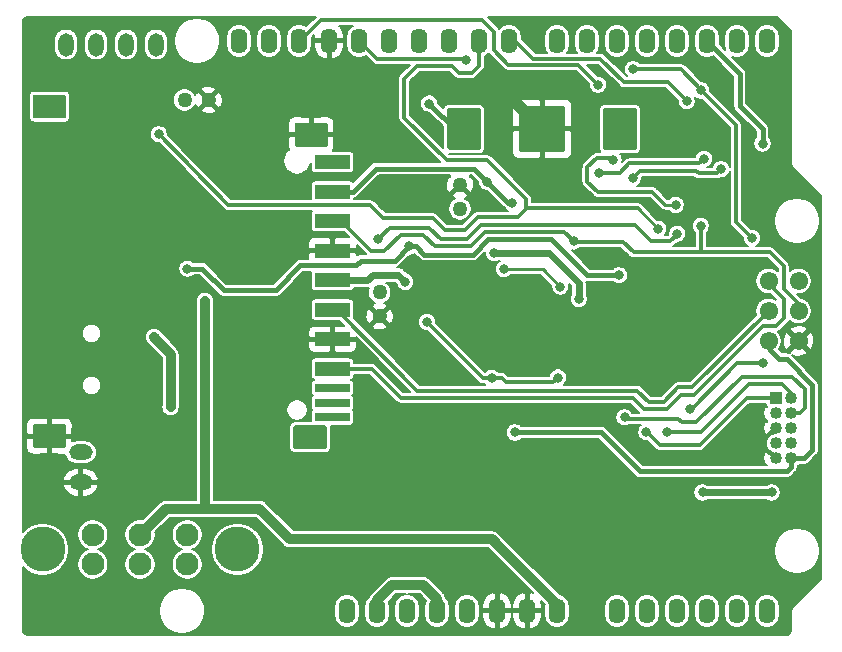
<source format=gbr>
%TF.GenerationSoftware,KiCad,Pcbnew,5.1.6-c6e7f7d~87~ubuntu20.04.1*%
%TF.CreationDate,2020-07-24T19:51:26+01:00*%
%TF.ProjectId,ETAG_GEN3,45544147-5f47-4454-9e33-2e6b69636164,rev?*%
%TF.SameCoordinates,Original*%
%TF.FileFunction,Copper,L2,Bot*%
%TF.FilePolarity,Positive*%
%FSLAX46Y46*%
G04 Gerber Fmt 4.6, Leading zero omitted, Abs format (unit mm)*
G04 Created by KiCad (PCBNEW 5.1.6-c6e7f7d~87~ubuntu20.04.1) date 2020-07-24 19:51:26*
%MOMM*%
%LPD*%
G01*
G04 APERTURE LIST*
%TA.AperFunction,ComponentPad*%
%ADD10C,1.550000*%
%TD*%
%TA.AperFunction,ComponentPad*%
%ADD11O,1.422400X2.133600*%
%TD*%
%TA.AperFunction,ComponentPad*%
%ADD12C,1.016000*%
%TD*%
%TA.AperFunction,ComponentPad*%
%ADD13R,1.016000X1.016000*%
%TD*%
%TA.AperFunction,ComponentPad*%
%ADD14C,3.810000*%
%TD*%
%TA.AperFunction,ComponentPad*%
%ADD15C,1.930400*%
%TD*%
%TA.AperFunction,ComponentPad*%
%ADD16C,1.270000*%
%TD*%
%TA.AperFunction,ComponentPad*%
%ADD17O,1.320800X1.981200*%
%TD*%
%TA.AperFunction,ComponentPad*%
%ADD18O,1.981200X1.320800*%
%TD*%
%TA.AperFunction,ViaPad*%
%ADD19C,0.828600*%
%TD*%
%TA.AperFunction,Conductor*%
%ADD20C,1.016000*%
%TD*%
%TA.AperFunction,Conductor*%
%ADD21C,0.406400*%
%TD*%
%TA.AperFunction,Conductor*%
%ADD22C,0.304800*%
%TD*%
%TA.AperFunction,Conductor*%
%ADD23C,0.812800*%
%TD*%
%TA.AperFunction,Conductor*%
%ADD24C,0.609600*%
%TD*%
%TA.AperFunction,Conductor*%
%ADD25C,0.254000*%
%TD*%
%TA.AperFunction,Conductor*%
%ADD26C,0.203200*%
%TD*%
G04 APERTURE END LIST*
D10*
%TO.P,ICSP6,6*%
%TO.N,GND*%
X180378100Y-106273600D03*
%TO.P,ICSP6,5*%
%TO.N,/ETAG_GEN3_2/RESET*%
X177838100Y-106273600D03*
%TO.P,ICSP6,4*%
%TO.N,PB10_S4_SPI_MOSI*%
X180378100Y-103733600D03*
%TO.P,ICSP6,3*%
%TO.N,PB11_S4_SPI_SCK*%
X177838100Y-103733600D03*
%TO.P,ICSP6,2*%
%TO.N,V_IN*%
X180378100Y-101193600D03*
%TO.P,ICSP6,1*%
%TO.N,PB12_S4_SPI_MISO*%
X177838100Y-101193600D03*
%TD*%
D11*
%TO.P,HDR_IOL1,8*%
%TO.N,/ETAG_GEN3_2/PA13*%
X159931100Y-80873600D03*
%TO.P,HDR_IOL1,7*%
%TO.N,/ETAG_GEN3_2/PA20_TCC0-W6*%
X162471100Y-80873600D03*
%TO.P,HDR_IOL1,6*%
%TO.N,/ETAG_GEN3_2/PA15_TCC0-W5*%
X165011100Y-80873600D03*
%TO.P,HDR_IOL1,5*%
%TO.N,/ETAG_GEN3_2/PA14_TCC0-W4*%
X167551100Y-80873600D03*
%TO.P,HDR_IOL1,4*%
%TO.N,/ETAG_GEN3_2/PA09_TCC0-W1_PA9*%
X170091100Y-80873600D03*
%TO.P,HDR_IOL1,3*%
%TO.N,PA08_TCC0-W0_PA8*%
X172631100Y-80873600D03*
%TO.P,HDR_IOL1,2*%
%TO.N,/ETAG_GEN3_2/PA10_TCC0-W2_PA10*%
X175171100Y-80873600D03*
%TO.P,HDR_IOL1,1*%
%TO.N,/ETAG_GEN3_2/PA11_TCC0-W3_PA11*%
X177711100Y-80873600D03*
%TD*%
%TO.P,HDR_IOH1,10*%
%TO.N,PA23_SCL*%
X133007100Y-80873600D03*
%TO.P,HDR_IOH1,9*%
%TO.N,PA22_SDA*%
X135547100Y-80873600D03*
%TO.P,HDR_IOH1,8*%
%TO.N,/ETAG_GEN3_2/PA03_AREFA*%
X138087100Y-80873600D03*
%TO.P,HDR_IOH1,7*%
%TO.N,GND*%
X140627100Y-80873600D03*
%TO.P,HDR_IOH1,6*%
%TO.N,/ETAG_GEN3_2/PA17_SCK*%
X143167100Y-80873600D03*
%TO.P,HDR_IOH1,5*%
%TO.N,/ETAG_GEN3_2/PA19_MISO*%
X145707100Y-80873600D03*
%TO.P,HDR_IOH1,4*%
%TO.N,/ETAG_GEN3_2/PA16_MOSI*%
X148247100Y-80873600D03*
%TO.P,HDR_IOH1,3*%
%TO.N,/ETAG_GEN3_2/PA18_SS*%
X150787100Y-80873600D03*
%TO.P,HDR_IOH1,2*%
%TO.N,PA7_RFID_SHD2*%
X153327100Y-80873600D03*
%TO.P,HDR_IOH1,1*%
%TO.N,PA6_RFID_SHD*%
X155867100Y-80873600D03*
%TD*%
%TO.P,HDR_AD1,6*%
%TO.N,/ETAG_GEN3_2/PB02*%
X177711100Y-129133600D03*
%TO.P,HDR_AD1,5*%
%TO.N,/ETAG_GEN3_2/PA05_AIN5*%
X175171100Y-129133600D03*
%TO.P,HDR_AD1,4*%
%TO.N,/ETAG_GEN3_2/PA04_AIN4*%
X172631100Y-129133600D03*
%TO.P,HDR_AD1,3*%
%TO.N,/ETAG_GEN3_2/PB09_AIN3*%
X170091100Y-129133600D03*
%TO.P,HDR_AD1,2*%
%TO.N,/ETAG_GEN3_2/PB08_AIN2*%
X167551100Y-129133600D03*
%TO.P,HDR_AD1,1*%
%TO.N,PA02_AIN0*%
X165011100Y-129133600D03*
%TD*%
%TO.P,HDR_POWER1,8*%
%TO.N,V_IN*%
X159931100Y-129133600D03*
%TO.P,HDR_POWER1,7*%
%TO.N,GND*%
X157391100Y-129133600D03*
%TO.P,HDR_POWER1,6*%
X154851100Y-129133600D03*
%TO.P,HDR_POWER1,5*%
%TO.N,V_IN*%
X152311100Y-129133600D03*
%TO.P,HDR_POWER1,4*%
%TO.N,+3V3*%
X149771100Y-129133600D03*
%TO.P,HDR_POWER1,3*%
%TO.N,/ETAG_GEN3_2/RESET*%
X147231100Y-129133600D03*
%TO.P,HDR_POWER1,2*%
%TO.N,+3V3*%
X144691100Y-129133600D03*
%TO.P,HDR_POWER1,1*%
%TO.N,Net-(HDR_POWER1-Pad1)*%
X142151100Y-129133600D03*
%TD*%
D12*
%TO.P,ICSP10,10*%
%TO.N,/ETAG_GEN3_2/RESET*%
X179743100Y-116213600D03*
%TO.P,ICSP10,9*%
%TO.N,GND*%
X178473100Y-116213600D03*
%TO.P,ICSP10,8*%
%TO.N,Net-(ICSP10-Pad8)*%
X179743100Y-114943600D03*
%TO.P,ICSP10,7*%
%TO.N,Net-(ICSP10-Pad7)*%
X178473100Y-114943600D03*
%TO.P,ICSP10,6*%
%TO.N,Net-(ICSP10-Pad6)*%
X179743100Y-113673600D03*
%TO.P,ICSP10,5*%
%TO.N,GND*%
X178473100Y-113673600D03*
%TO.P,ICSP10,4*%
%TO.N,/ETAG_GEN3_2/PA30_SWCLK*%
X179743100Y-112403600D03*
%TO.P,ICSP10,3*%
%TO.N,GND*%
X178473100Y-112403600D03*
%TO.P,ICSP10,2*%
%TO.N,/ETAG_GEN3_2/PA31_SWDIO*%
X179743100Y-111133600D03*
D13*
%TO.P,ICSP10,1*%
%TO.N,+3V3*%
X178473100Y-111133600D03*
%TD*%
%TO.P,SD1,GP3*%
%TO.N,GND*%
%TA.AperFunction,SMDPad,CuDef*%
G36*
G01*
X137719100Y-89727600D02*
X137719100Y-87927600D01*
G75*
G02*
X137819100Y-87827600I100000J0D01*
G01*
X140419100Y-87827600D01*
G75*
G02*
X140519100Y-87927600I0J-100000D01*
G01*
X140519100Y-89727600D01*
G75*
G02*
X140419100Y-89827600I-100000J0D01*
G01*
X137819100Y-89827600D01*
G75*
G02*
X137719100Y-89727600I0J100000D01*
G01*
G37*
%TD.AperFunction*%
%TO.P,SD1,CD*%
%TO.N,Net-(SD1-PadCD)*%
%TA.AperFunction,SMDPad,CuDef*%
G36*
G01*
X139419100Y-111826801D02*
X139419100Y-111228399D01*
G75*
G02*
X139469899Y-111177600I50799J0D01*
G01*
X142368301Y-111177600D01*
G75*
G02*
X142419100Y-111228399I0J-50799D01*
G01*
X142419100Y-111826801D01*
G75*
G02*
X142368301Y-111877600I-50799J0D01*
G01*
X139469899Y-111877600D01*
G75*
G02*
X139419100Y-111826801I0J50799D01*
G01*
G37*
%TD.AperFunction*%
%TO.P,SD1,9*%
%TO.N,Net-(SD1-Pad9)*%
%TA.AperFunction,SMDPad,CuDef*%
G36*
G01*
X139419100Y-91667600D02*
X139419100Y-90587600D01*
G75*
G02*
X139479100Y-90527600I60000J0D01*
G01*
X142359100Y-90527600D01*
G75*
G02*
X142419100Y-90587600I0J-60000D01*
G01*
X142419100Y-91667600D01*
G75*
G02*
X142359100Y-91727600I-60000J0D01*
G01*
X139479100Y-91727600D01*
G75*
G02*
X139419100Y-91667600I0J60000D01*
G01*
G37*
%TD.AperFunction*%
%TO.P,SD1,3*%
%TO.N,GND*%
%TA.AperFunction,SMDPad,CuDef*%
G36*
G01*
X139419100Y-99167600D02*
X139419100Y-98087600D01*
G75*
G02*
X139479100Y-98027600I60000J0D01*
G01*
X142359100Y-98027600D01*
G75*
G02*
X142419100Y-98087600I0J-60000D01*
G01*
X142419100Y-99167600D01*
G75*
G02*
X142359100Y-99227600I-60000J0D01*
G01*
X139479100Y-99227600D01*
G75*
G02*
X139419100Y-99167600I0J60000D01*
G01*
G37*
%TD.AperFunction*%
%TO.P,SD1,1*%
%TO.N,PA21_INT&SDCS*%
%TA.AperFunction,SMDPad,CuDef*%
G36*
G01*
X139419100Y-94167600D02*
X139419100Y-93087600D01*
G75*
G02*
X139479100Y-93027600I60000J0D01*
G01*
X142359100Y-93027600D01*
G75*
G02*
X142419100Y-93087600I0J-60000D01*
G01*
X142419100Y-94167600D01*
G75*
G02*
X142359100Y-94227600I-60000J0D01*
G01*
X139479100Y-94227600D01*
G75*
G02*
X139419100Y-94167600I0J60000D01*
G01*
G37*
%TD.AperFunction*%
%TO.P,SD1,4*%
%TO.N,Net-(SD1-Pad4)*%
%TA.AperFunction,SMDPad,CuDef*%
G36*
G01*
X139419100Y-101667600D02*
X139419100Y-100587600D01*
G75*
G02*
X139479100Y-100527600I60000J0D01*
G01*
X142359100Y-100527600D01*
G75*
G02*
X142419100Y-100587600I0J-60000D01*
G01*
X142419100Y-101667600D01*
G75*
G02*
X142359100Y-101727600I-60000J0D01*
G01*
X139479100Y-101727600D01*
G75*
G02*
X139419100Y-101667600I0J60000D01*
G01*
G37*
%TD.AperFunction*%
%TO.P,SD1,2*%
%TO.N,PB10_S4_SPI_MOSI*%
%TA.AperFunction,SMDPad,CuDef*%
G36*
G01*
X139419100Y-96667600D02*
X139419100Y-95587600D01*
G75*
G02*
X139479100Y-95527600I60000J0D01*
G01*
X142359100Y-95527600D01*
G75*
G02*
X142419100Y-95587600I0J-60000D01*
G01*
X142419100Y-96667600D01*
G75*
G02*
X142359100Y-96727600I-60000J0D01*
G01*
X139479100Y-96727600D01*
G75*
G02*
X139419100Y-96667600I0J60000D01*
G01*
G37*
%TD.AperFunction*%
%TO.P,SD1,5*%
%TO.N,PB11_S4_SPI_SCK*%
%TA.AperFunction,SMDPad,CuDef*%
G36*
G01*
X139419100Y-104167600D02*
X139419100Y-103087600D01*
G75*
G02*
X139479100Y-103027600I60000J0D01*
G01*
X142359100Y-103027600D01*
G75*
G02*
X142419100Y-103087600I0J-60000D01*
G01*
X142419100Y-104167600D01*
G75*
G02*
X142359100Y-104227600I-60000J0D01*
G01*
X139479100Y-104227600D01*
G75*
G02*
X139419100Y-104167600I0J60000D01*
G01*
G37*
%TD.AperFunction*%
%TO.P,SD1,6*%
%TO.N,GND*%
%TA.AperFunction,SMDPad,CuDef*%
G36*
G01*
X139419100Y-106667600D02*
X139419100Y-105587600D01*
G75*
G02*
X139479100Y-105527600I60000J0D01*
G01*
X142359100Y-105527600D01*
G75*
G02*
X142419100Y-105587600I0J-60000D01*
G01*
X142419100Y-106667600D01*
G75*
G02*
X142359100Y-106727600I-60000J0D01*
G01*
X139479100Y-106727600D01*
G75*
G02*
X139419100Y-106667600I0J60000D01*
G01*
G37*
%TD.AperFunction*%
%TO.P,SD1,7*%
%TO.N,PB12_S4_SPI_MISO*%
%TA.AperFunction,SMDPad,CuDef*%
G36*
G01*
X139419100Y-109167600D02*
X139419100Y-108087600D01*
G75*
G02*
X139479100Y-108027600I60000J0D01*
G01*
X142359100Y-108027600D01*
G75*
G02*
X142419100Y-108087600I0J-60000D01*
G01*
X142419100Y-109167600D01*
G75*
G02*
X142359100Y-109227600I-60000J0D01*
G01*
X139479100Y-109227600D01*
G75*
G02*
X139419100Y-109167600I0J60000D01*
G01*
G37*
%TD.AperFunction*%
%TO.P,SD1,8*%
%TO.N,Net-(SD1-Pad8)*%
%TA.AperFunction,SMDPad,CuDef*%
G36*
G01*
X139419100Y-110526801D02*
X139419100Y-109928399D01*
G75*
G02*
X139469899Y-109877600I50799J0D01*
G01*
X142368301Y-109877600D01*
G75*
G02*
X142419100Y-109928399I0J-50799D01*
G01*
X142419100Y-110526801D01*
G75*
G02*
X142368301Y-110577600I-50799J0D01*
G01*
X139469899Y-110577600D01*
G75*
G02*
X139419100Y-110526801I0J50799D01*
G01*
G37*
%TD.AperFunction*%
%TO.P,SD1,WP*%
%TO.N,Net-(SD1-PadWP)*%
%TA.AperFunction,SMDPad,CuDef*%
G36*
G01*
X139419100Y-113026801D02*
X139419100Y-112428399D01*
G75*
G02*
X139469899Y-112377600I50799J0D01*
G01*
X142368301Y-112377600D01*
G75*
G02*
X142419100Y-112428399I0J-50799D01*
G01*
X142419100Y-113026801D01*
G75*
G02*
X142368301Y-113077600I-50799J0D01*
G01*
X139469899Y-113077600D01*
G75*
G02*
X139419100Y-113026801I0J50799D01*
G01*
G37*
%TD.AperFunction*%
%TO.P,SD1,GP4*%
%TO.N,N/C*%
%TA.AperFunction,SMDPad,CuDef*%
G36*
G01*
X137619100Y-115327600D02*
X137619100Y-113527600D01*
G75*
G02*
X137719100Y-113427600I100000J0D01*
G01*
X140319100Y-113427600D01*
G75*
G02*
X140419100Y-113527600I0J-100000D01*
G01*
X140419100Y-115327600D01*
G75*
G02*
X140319100Y-115427600I-100000J0D01*
G01*
X137719100Y-115427600D01*
G75*
G02*
X137619100Y-115327600I0J100000D01*
G01*
G37*
%TD.AperFunction*%
%TO.P,SD1,GP2*%
%TA.AperFunction,SMDPad,CuDef*%
G36*
G01*
X115549100Y-87327600D02*
X115549100Y-85527600D01*
G75*
G02*
X115649100Y-85427600I100000J0D01*
G01*
X118249100Y-85427600D01*
G75*
G02*
X118349100Y-85527600I0J-100000D01*
G01*
X118349100Y-87327600D01*
G75*
G02*
X118249100Y-87427600I-100000J0D01*
G01*
X115649100Y-87427600D01*
G75*
G02*
X115549100Y-87327600I0J100000D01*
G01*
G37*
%TD.AperFunction*%
%TO.P,SD1,GP*%
%TO.N,GND*%
%TA.AperFunction,SMDPad,CuDef*%
G36*
G01*
X115549100Y-115227600D02*
X115549100Y-113427600D01*
G75*
G02*
X115649100Y-113327600I100000J0D01*
G01*
X118249100Y-113327600D01*
G75*
G02*
X118349100Y-113427600I0J-100000D01*
G01*
X118349100Y-115227600D01*
G75*
G02*
X118249100Y-115327600I-100000J0D01*
G01*
X115649100Y-115327600D01*
G75*
G02*
X115549100Y-115227600I0J100000D01*
G01*
G37*
%TD.AperFunction*%
%TD*%
%TO.P,BAT1,-*%
%TO.N,GND*%
%TA.AperFunction,SMDPad,CuDef*%
G36*
G01*
X156681100Y-90105600D02*
X156681100Y-86541600D01*
G75*
G02*
X156879100Y-86343600I198000J0D01*
G01*
X160443100Y-86343600D01*
G75*
G02*
X160641100Y-86541600I0J-198000D01*
G01*
X160641100Y-90105600D01*
G75*
G02*
X160443100Y-90303600I-198000J0D01*
G01*
X156879100Y-90303600D01*
G75*
G02*
X156681100Y-90105600I0J198000D01*
G01*
G37*
%TD.AperFunction*%
%TO.P,BAT1,+@2*%
%TO.N,Net-(BAT1-Pad+@1)*%
%TA.AperFunction,SMDPad,CuDef*%
G36*
G01*
X163811100Y-89928600D02*
X163811100Y-86718600D01*
G75*
G02*
X163956100Y-86573600I145000J0D01*
G01*
X166566100Y-86573600D01*
G75*
G02*
X166711100Y-86718600I0J-145000D01*
G01*
X166711100Y-89928600D01*
G75*
G02*
X166566100Y-90073600I-145000J0D01*
G01*
X163956100Y-90073600D01*
G75*
G02*
X163811100Y-89928600I0J145000D01*
G01*
G37*
%TD.AperFunction*%
%TO.P,BAT1,+@1*%
%TA.AperFunction,SMDPad,CuDef*%
G36*
G01*
X150611100Y-89928600D02*
X150611100Y-86718600D01*
G75*
G02*
X150756100Y-86573600I145000J0D01*
G01*
X153366100Y-86573600D01*
G75*
G02*
X153511100Y-86718600I0J-145000D01*
G01*
X153511100Y-89928600D01*
G75*
G02*
X153366100Y-90073600I-145000J0D01*
G01*
X150756100Y-90073600D01*
G75*
G02*
X150611100Y-89928600I0J145000D01*
G01*
G37*
%TD.AperFunction*%
%TD*%
D14*
%TO.P,SW1,P$8*%
%TO.N,N/C*%
X132875100Y-123926600D03*
%TO.P,SW1,P$7*%
X116375100Y-123926600D03*
D15*
%TO.P,SW1,P$6*%
%TO.N,Net-(SW1-PadP$6)*%
X128625100Y-125176600D03*
%TO.P,SW1,P$5*%
%TO.N,/ETAG_GEN3_1/XUSB*%
X128625100Y-122676600D03*
%TO.P,SW1,P$4*%
%TO.N,Net-(SW1-PadP$4)*%
X124625100Y-125176600D03*
%TO.P,SW1,P$3*%
%TO.N,V_IN*%
X124625100Y-122676600D03*
%TO.P,SW1,P$2*%
%TO.N,Net-(SW1-PadP$2)*%
X120625100Y-125176600D03*
%TO.P,SW1,P$1*%
%TO.N,Net-(Q1-Pad2)*%
X120625100Y-122676600D03*
%TD*%
D16*
%TO.P,CE2,+*%
%TO.N,V_IN*%
X151711100Y-95089600D03*
%TO.P,CE2,-*%
%TO.N,GND*%
X151711100Y-93057600D03*
%TD*%
D17*
%TO.P,JPA1,2*%
%TO.N,Net-(JPA1-Pad2)*%
X125981100Y-81173600D03*
%TO.P,JPA1,1*%
%TO.N,Net-(CDIV1A1-Pad1)*%
X123441100Y-81173600D03*
%TD*%
D16*
%TO.P,CE1,+*%
%TO.N,V_IN*%
X128395100Y-85873600D03*
%TO.P,CE1,-*%
%TO.N,GND*%
X130427100Y-85873600D03*
%TD*%
D17*
%TO.P,JPB1,2*%
%TO.N,Net-(JPB1-Pad2)*%
X120901100Y-81173600D03*
%TO.P,JPB1,1*%
%TO.N,Net-(CDIV1B1-Pad1)*%
X118361100Y-81173600D03*
%TD*%
D18*
%TO.P,JP_PWR1,2*%
%TO.N,/ETAG_GEN3_1/12_IN*%
X119611100Y-115703600D03*
%TO.P,JP_PWR1,1*%
%TO.N,GND*%
X119611100Y-118243600D03*
%TD*%
D16*
%TO.P,CE3,+*%
%TO.N,V_IN*%
X144911100Y-102157600D03*
%TO.P,CE3,-*%
%TO.N,GND*%
X144911100Y-104189600D03*
%TD*%
D19*
%TO.N,GND*%
X143386100Y-116123600D03*
X177928800Y-121450600D03*
X167067100Y-119810600D03*
X134650100Y-105755600D03*
X174118800Y-126403600D03*
X115510500Y-101450600D03*
X125636500Y-109232600D03*
X156158500Y-121646600D03*
X162452700Y-130087200D03*
X152878700Y-113230200D03*
X147307500Y-112800600D03*
X149934500Y-116318600D03*
X171996100Y-121640600D03*
X171611100Y-116175600D03*
X155735600Y-104106600D03*
X121958500Y-129303600D03*
X132246500Y-129303600D03*
X139260500Y-129328600D03*
X178134700Y-92684200D03*
X174578600Y-97411600D03*
X173732100Y-84133600D03*
X168678700Y-110230200D03*
X164378700Y-102230200D03*
X165103700Y-98955200D03*
X170003700Y-102730200D03*
X164832500Y-85226600D03*
X125907500Y-102026600D03*
X135007500Y-99726600D03*
X138407500Y-109000600D03*
X132007500Y-109000600D03*
X135407500Y-109000600D03*
X148207500Y-109000600D03*
X147750100Y-105755600D03*
X137250100Y-105755600D03*
X154407800Y-105492600D03*
X152907800Y-106992600D03*
X151207800Y-108692600D03*
X155958500Y-127246600D03*
X145250100Y-105755600D03*
X135150100Y-88855600D03*
X117450100Y-92155600D03*
X157711100Y-115375600D03*
X175478600Y-100111600D03*
X150750100Y-104655600D03*
X115450100Y-88455600D03*
X123250100Y-85855600D03*
X128450100Y-87855600D03*
X140946500Y-125003600D03*
X140807500Y-84126600D03*
X154007500Y-84626600D03*
X153150100Y-102355600D03*
X170192700Y-92984200D03*
X170192700Y-88884200D03*
X151150100Y-100055600D03*
X154134500Y-121618600D03*
X157858500Y-124646600D03*
X149307500Y-84626600D03*
X132746500Y-118203600D03*
%TO.N,/ETAG_GEN3_2/RESET*%
X156350100Y-114022600D03*
%TO.N,/ETAG_GEN3_2/PA17_SCK*%
X152257100Y-82524600D03*
%TO.N,+3V3*%
X154597100Y-98821600D03*
X167498100Y-113995600D03*
X173820100Y-91736600D03*
X166343100Y-92488600D03*
X161769100Y-102715600D03*
%TO.N,/ETAG_GEN3_1/XUSB*%
X125814100Y-105930600D03*
X127211100Y-111848600D03*
%TO.N,/ETAG_GEN3_2/PA03_AREFA*%
X163411100Y-84573600D03*
X169972100Y-94747600D03*
X164711100Y-90973600D03*
%TO.N,PA08_TCC0-W0_PA8*%
X177330100Y-89555600D03*
%TO.N,/ETAG_GEN3_2/PA31_SWDIO*%
X169240100Y-114013600D03*
%TO.N,PA22_SDA*%
X160211100Y-101673600D03*
X155411100Y-100173600D03*
%TO.N,PB10_S4_SPI_MOSI*%
X161328100Y-97846600D03*
X172100100Y-96525600D03*
%TO.N,PB11_S4_SPI_SCK*%
X163522100Y-92045600D03*
X172369100Y-90844600D03*
%TO.N,PB12_S4_SPI_MISO*%
X166373100Y-83273600D03*
X176430100Y-97570600D03*
X172123100Y-85064600D03*
%TO.N,PA21_INT&SDCS*%
X154011100Y-92773600D03*
X156111100Y-94573600D03*
%TO.N,Net-(BAT1-Pad+@1)*%
X149111100Y-86173600D03*
%TO.N,PB03_RFIDIN*%
X165165100Y-100713600D03*
X128636100Y-100148600D03*
X147411100Y-98273600D03*
%TO.N,/ETAG_GEN3_2/PB02*%
X171166100Y-112016600D03*
X177376100Y-108178600D03*
%TO.N,Net-(SD1-Pad4)*%
X147087100Y-101285600D03*
%TO.N,PA28_2FETS*%
X154400100Y-109408600D03*
X148911100Y-104673600D03*
X160011100Y-109373600D03*
%TO.N,PA6_RFID_SHD*%
X144774100Y-97659600D03*
X170111100Y-97191600D03*
X170911100Y-85973600D03*
%TO.N,/ETAG_GEN3_2/PA30_SWCLK*%
X165646100Y-112743600D03*
%TO.N,PA7_RFID_SHD2*%
X168511100Y-96773600D03*
X126211100Y-88773600D03*
%TO.N,V_IN*%
X130111100Y-102873600D03*
X152611100Y-123073600D03*
X172250100Y-119100600D03*
X178092100Y-119100600D03*
%TD*%
D20*
%TO.N,GND*%
X154007500Y-84626600D02*
X154964100Y-84626600D01*
X154964100Y-84626600D02*
X158661100Y-88323600D01*
D21*
%TO.N,/ETAG_GEN3_2/RESET*%
X180852100Y-116213600D02*
X181521100Y-115544600D01*
X181521100Y-115544600D02*
X181521100Y-109983600D01*
X181521100Y-109983600D02*
X179362100Y-107797600D01*
X179362100Y-107797600D02*
X178727100Y-107797600D01*
X178727100Y-107797600D02*
X177965100Y-107035600D01*
X177965100Y-107035600D02*
X177965100Y-106400600D01*
X177965100Y-106400600D02*
X177838100Y-106273600D01*
X179370650Y-117322600D02*
X179743100Y-116950150D01*
X180852100Y-116213600D02*
X179743100Y-116213600D01*
X179743100Y-116213600D02*
X179743100Y-116950150D01*
X179370650Y-117322600D02*
X166960100Y-117322600D01*
X163660100Y-114022600D02*
X156350100Y-114022600D01*
X163660100Y-114022600D02*
X166960100Y-117322600D01*
D22*
%TO.N,/ETAG_GEN3_2/PA17_SCK*%
X152257100Y-82524600D02*
X152130100Y-82397600D01*
X152130100Y-82397600D02*
X144691100Y-82397600D01*
X144691100Y-82397600D02*
X143167100Y-80873600D01*
D23*
%TO.N,+3V3*%
X149771100Y-129133600D02*
X149766100Y-129128600D01*
X144691100Y-128244600D02*
X145980100Y-126955600D01*
X145980100Y-126955600D02*
X148609100Y-126955600D01*
X148609100Y-126955600D02*
X149771100Y-128117600D01*
X149771100Y-128117600D02*
X149771100Y-129133600D01*
D22*
X178473100Y-111133600D02*
X175977100Y-111133600D01*
X175977100Y-111133600D02*
X172037100Y-115073600D01*
X172037100Y-115073600D02*
X168611100Y-115073600D01*
X168611100Y-115073600D02*
X167533100Y-113995600D01*
X167533100Y-113995600D02*
X167498100Y-113995600D01*
D23*
X144691100Y-128244600D02*
X144691100Y-129133600D01*
D22*
X166343100Y-92488600D02*
X166958100Y-91873600D01*
X166958100Y-91873600D02*
X171711100Y-91873600D01*
D24*
X154597100Y-98821600D02*
X159259100Y-98821600D01*
X159259100Y-98821600D02*
X161769100Y-101331600D01*
X161769100Y-101331600D02*
X161769100Y-102715600D01*
D22*
X171711100Y-91873600D02*
X171911100Y-92073600D01*
X171911100Y-92073600D02*
X173483100Y-92073600D01*
X173483100Y-92073600D02*
X173820100Y-91736600D01*
D25*
%TO.N,/ETAG_GEN3_2/PA18_SS*%
X150741100Y-80919600D02*
X150787100Y-80873600D01*
D23*
%TO.N,/ETAG_GEN3_1/XUSB*%
X127211100Y-111848600D02*
X127211100Y-107427600D01*
X127211100Y-107427600D02*
X125814100Y-105930600D01*
D22*
%TO.N,/ETAG_GEN3_2/PA03_AREFA*%
X138087100Y-80873600D02*
X138131100Y-80917600D01*
X138131100Y-80917600D02*
X139975100Y-79073600D01*
X139975100Y-79073600D02*
X153611100Y-79073600D01*
X162511100Y-92773600D02*
X163411100Y-93673600D01*
X163411100Y-93673600D02*
X167998100Y-93673600D01*
X164711100Y-90973600D02*
X164511100Y-90773600D01*
X164511100Y-90773600D02*
X163311100Y-90773600D01*
X163311100Y-90773600D02*
X162511100Y-91573600D01*
X162511100Y-91573600D02*
X162511100Y-92773600D01*
X163411100Y-84573600D02*
X161711100Y-82873600D01*
X161711100Y-82873600D02*
X155811100Y-82873600D01*
X155811100Y-82873600D02*
X154611100Y-81673600D01*
X154611100Y-81673600D02*
X154611100Y-80073600D01*
X154611100Y-80073600D02*
X153611100Y-79073600D01*
D25*
X167998100Y-93673600D02*
X169072100Y-94747600D01*
X169072100Y-94747600D02*
X169972100Y-94747600D01*
D21*
%TO.N,PA08_TCC0-W0_PA8*%
X172631100Y-80873600D02*
X172631100Y-80893600D01*
X172631100Y-80893600D02*
X175411100Y-83673600D01*
X175411100Y-83673600D02*
X175411100Y-86373600D01*
X175411100Y-86373600D02*
X177330100Y-88292600D01*
X177330100Y-88292600D02*
X177330100Y-89555600D01*
D22*
%TO.N,/ETAG_GEN3_2/PA10_TCC0-W2_PA10*%
X175116100Y-80928600D02*
X175171100Y-80873600D01*
%TO.N,/ETAG_GEN3_2/PA11_TCC0-W3_PA11*%
X177781100Y-80943600D02*
X177711100Y-80873600D01*
%TO.N,/ETAG_GEN3_2/PA31_SWDIO*%
X178981100Y-109956600D02*
X179743100Y-110718600D01*
X179743100Y-110718600D02*
X179743100Y-111133600D01*
X176194100Y-109956600D02*
X178981100Y-109956600D01*
X169240100Y-114013600D02*
X172137100Y-114013600D01*
X172137100Y-114013600D02*
X176194100Y-109956600D01*
D25*
%TO.N,PA22_SDA*%
X160211100Y-101673600D02*
X158711100Y-100173600D01*
X158711100Y-100173600D02*
X155411100Y-100173600D01*
D22*
%TO.N,PB10_S4_SPI_MOSI*%
X161201100Y-97846600D02*
X161328100Y-97846600D01*
X179111100Y-99936600D02*
X179111100Y-101873600D01*
X179111100Y-101873600D02*
X180378100Y-103140600D01*
X180378100Y-103140600D02*
X180378100Y-103733600D01*
X165511100Y-97873600D02*
X166411100Y-98773600D01*
X166411100Y-98773600D02*
X172111100Y-98773600D01*
X172111100Y-98773600D02*
X177948100Y-98773600D01*
X177948100Y-98773600D02*
X179111100Y-99936600D01*
X172100100Y-96525600D02*
X172100100Y-98762600D01*
X172100100Y-98762600D02*
X172111100Y-98773600D01*
X165511100Y-97873600D02*
X161501100Y-97873600D01*
X161501100Y-97873600D02*
X161328100Y-97846600D01*
X161328100Y-97846600D02*
X160555100Y-97073600D01*
X160555100Y-97073600D02*
X153811100Y-97073600D01*
X153811100Y-97073600D02*
X152611100Y-98273600D01*
X152611100Y-98273600D02*
X149611100Y-98273600D01*
X149611100Y-98273600D02*
X148611100Y-97273600D01*
X148611100Y-97273600D02*
X146711100Y-97273600D01*
X146711100Y-97273600D02*
X145311100Y-98673600D01*
X145311100Y-98673600D02*
X144211100Y-98673600D01*
X144211100Y-98673600D02*
X141665100Y-96127600D01*
X141665100Y-96127600D02*
X140919100Y-96127600D01*
%TO.N,PB11_S4_SPI_SCK*%
X170211100Y-110198600D02*
X168961100Y-111448600D01*
X168961100Y-111448600D02*
X167711100Y-111448600D01*
X170211100Y-110198600D02*
X171373100Y-110198600D01*
X171373100Y-110198600D02*
X177838100Y-103733600D01*
X167711100Y-111448600D02*
X166736100Y-110473600D01*
X140919100Y-103627600D02*
X141565100Y-103927600D01*
X148111100Y-110473600D02*
X166736100Y-110473600D01*
X148111100Y-110473600D02*
X141565100Y-103927600D01*
X163522100Y-92045600D02*
X165239100Y-92045600D01*
X165239100Y-92045600D02*
X166040100Y-91244600D01*
X166040100Y-91244600D02*
X171969100Y-91244600D01*
X171969100Y-91244600D02*
X172369100Y-90844600D01*
%TO.N,PB12_S4_SPI_MISO*%
X179108100Y-104368600D02*
X179108100Y-102717600D01*
X179108100Y-102717600D02*
X177838100Y-101447600D01*
X177838100Y-101447600D02*
X177838100Y-101193600D01*
X178473100Y-105003600D02*
X179108100Y-104368600D01*
X172123100Y-85064600D02*
X175079100Y-88020600D01*
X169211100Y-112073600D02*
X167336100Y-112073600D01*
X167336100Y-112073600D02*
X166336100Y-111073600D01*
X169211100Y-112073600D02*
X170411100Y-110873600D01*
X170411100Y-110873600D02*
X171511100Y-110873600D01*
X171511100Y-110873600D02*
X177381100Y-105003600D01*
X177381100Y-105003600D02*
X178473100Y-105003600D01*
X166373100Y-83273600D02*
X170432100Y-83273600D01*
X170432100Y-83273600D02*
X172123100Y-85064600D01*
X140919100Y-108627600D02*
X144265100Y-108627600D01*
X144265100Y-108627600D02*
X146711100Y-111073600D01*
X146711100Y-111073600D02*
X166336100Y-111073600D01*
X175079100Y-88020600D02*
X175079100Y-96219600D01*
X175079100Y-96219600D02*
X176430100Y-97570600D01*
D21*
%TO.N,PA21_INT&SDCS*%
X140919100Y-93627600D02*
X140490100Y-93627600D01*
X140919100Y-93627600D02*
X142657100Y-93627600D01*
X142657100Y-93627600D02*
X144611100Y-91673600D01*
X144611100Y-91673600D02*
X152911100Y-91673600D01*
X152911100Y-91673600D02*
X154011100Y-92773600D01*
X156111100Y-94573600D02*
X155811100Y-94573600D01*
X155811100Y-94573600D02*
X154011100Y-92773600D01*
%TO.N,Net-(BAT1-Pad+@1)*%
X152061100Y-88323600D02*
X151261100Y-88323600D01*
X151261100Y-88323600D02*
X149111100Y-86173600D01*
%TO.N,PB03_RFIDIN*%
X162501100Y-100713600D02*
X165165100Y-100713600D01*
X162501100Y-100713600D02*
X159461100Y-97673600D01*
X159461100Y-97673600D02*
X154111100Y-97673600D01*
X154111100Y-97673600D02*
X152811100Y-98973600D01*
X152811100Y-98973600D02*
X148711100Y-98973600D01*
X131711100Y-101973600D02*
X129886100Y-100148600D01*
X129886100Y-100148600D02*
X128636100Y-100148600D01*
X131711100Y-101973600D02*
X136111100Y-101973600D01*
X136111100Y-101973600D02*
X138211100Y-99873600D01*
X148711100Y-98973600D02*
X148011100Y-98273600D01*
X148011100Y-98273600D02*
X147411100Y-98273600D01*
X147411100Y-98273600D02*
X146211100Y-99473600D01*
X146211100Y-99473600D02*
X143311100Y-99473600D01*
X143311100Y-99473600D02*
X142911100Y-99873600D01*
X142911100Y-99873600D02*
X138211100Y-99873600D01*
D22*
%TO.N,/ETAG_GEN3_2/PB02*%
X171166100Y-112016600D02*
X171368100Y-112016600D01*
X171368100Y-112016600D02*
X175206100Y-108178600D01*
X175206100Y-108178600D02*
X177376100Y-108178600D01*
D24*
%TO.N,Net-(SD1-Pad4)*%
X143857100Y-101127600D02*
X140919100Y-101127600D01*
X143857100Y-101127600D02*
X144311100Y-100673600D01*
X144311100Y-100673600D02*
X146475100Y-100673600D01*
X146475100Y-100673600D02*
X147087100Y-101285600D01*
D22*
%TO.N,PA28_2FETS*%
X154400100Y-109408600D02*
X153646100Y-109408600D01*
X153646100Y-109408600D02*
X148911100Y-104673600D01*
X160011100Y-109373600D02*
X159611100Y-109773600D01*
X159611100Y-109773600D02*
X155611100Y-109773600D01*
X155611100Y-109773600D02*
X155246100Y-109408600D01*
X155246100Y-109408600D02*
X154400100Y-109408600D01*
%TO.N,PA6_RFID_SHD*%
X155867100Y-80873600D02*
X155994100Y-80873600D01*
X166511100Y-96473600D02*
X153511100Y-96473600D01*
X153511100Y-96473600D02*
X152311100Y-97673600D01*
X152311100Y-97673600D02*
X150111100Y-97673600D01*
X150111100Y-97673600D02*
X149111100Y-96673600D01*
X149111100Y-96673600D02*
X145760100Y-96673600D01*
X145760100Y-96673600D02*
X144774100Y-97659600D01*
X163611100Y-82373600D02*
X157911100Y-82373600D01*
X157911100Y-82373600D02*
X156411100Y-80873600D01*
X156411100Y-80873600D02*
X155867100Y-80873600D01*
X166511100Y-96473600D02*
X167869300Y-97831800D01*
X167869300Y-97831800D02*
X169511100Y-97831800D01*
X169511100Y-97831800D02*
X170151300Y-97191600D01*
X170151300Y-97191600D02*
X170111100Y-97191600D01*
X163611100Y-82373600D02*
X165611100Y-84373600D01*
X165611100Y-84373600D02*
X169311100Y-84373600D01*
X169311100Y-84373600D02*
X170911100Y-85973600D01*
%TO.N,/ETAG_GEN3_2/PA30_SWCLK*%
X179743100Y-112403600D02*
X180471100Y-112403600D01*
X180471100Y-112403600D02*
X180886100Y-111988600D01*
X180886100Y-111988600D02*
X180886100Y-110337600D01*
X180886100Y-110337600D02*
X179843100Y-109294600D01*
X175590100Y-109294600D02*
X179843100Y-109294600D01*
X165776100Y-112873600D02*
X170211100Y-112873600D01*
X170211100Y-112873600D02*
X170511100Y-113173600D01*
X170511100Y-113173600D02*
X171711100Y-113173600D01*
X171711100Y-113173600D02*
X175590100Y-109294600D01*
X165776100Y-112873600D02*
X165646100Y-112743600D01*
D25*
%TO.N,PA7_RFID_SHD2*%
X168511100Y-96773600D02*
X166761100Y-95023600D01*
D22*
X157361100Y-95023600D02*
X166761100Y-95023600D01*
X157361100Y-95023600D02*
X156611100Y-95773600D01*
X156611100Y-95773600D02*
X153211100Y-95773600D01*
X153211100Y-95773600D02*
X152111100Y-96873600D01*
X152111100Y-96873600D02*
X150411100Y-96873600D01*
X150411100Y-96873600D02*
X149411100Y-95873600D01*
X149411100Y-95873600D02*
X145211100Y-95873600D01*
X145211100Y-95873600D02*
X144111100Y-94773600D01*
X144111100Y-94773600D02*
X132111100Y-94773600D01*
X132111100Y-94773600D02*
X126211100Y-88773600D01*
X153327100Y-80873600D02*
X153327100Y-82957600D01*
X147011100Y-84073600D02*
X147011100Y-87373600D01*
X147011100Y-87373600D02*
X150611100Y-90973600D01*
X150611100Y-90973600D02*
X154011100Y-90973600D01*
X154011100Y-90973600D02*
X157311100Y-94273600D01*
X157311100Y-94273600D02*
X157311100Y-94973600D01*
X157311100Y-94973600D02*
X157361100Y-95023600D01*
X153327100Y-82957600D02*
X152711100Y-83573600D01*
X152711100Y-83573600D02*
X151611100Y-83573600D01*
X151611100Y-83573600D02*
X151011100Y-82973600D01*
X151011100Y-82973600D02*
X148111100Y-82973600D01*
X148111100Y-82973600D02*
X147011100Y-84073600D01*
D23*
%TO.N,V_IN*%
X124625100Y-122676600D02*
X126819600Y-120482100D01*
X130111100Y-120482100D02*
X130111100Y-102873600D01*
X152611100Y-123073600D02*
X137311100Y-123073600D01*
X137311100Y-123073600D02*
X134719600Y-120482100D01*
X134719600Y-120482100D02*
X130111100Y-120482100D01*
X130111100Y-120482100D02*
X126819600Y-120482100D01*
X152611100Y-123073600D02*
X154411100Y-123073600D01*
X154411100Y-123073600D02*
X159931100Y-128593600D01*
X159931100Y-128593600D02*
X159931100Y-129133600D01*
D24*
X172250100Y-119100600D02*
X178092100Y-119100600D01*
%TD*%
D26*
%TO.N,GND*%
G36*
X138694147Y-79636133D02*
G01*
X138682650Y-79626697D01*
X138497322Y-79527637D01*
X138296229Y-79466636D01*
X138087100Y-79446039D01*
X137877972Y-79466636D01*
X137676879Y-79527637D01*
X137491551Y-79626697D01*
X137329110Y-79760009D01*
X137195798Y-79922450D01*
X137096738Y-80107778D01*
X137035736Y-80308871D01*
X137020300Y-80465598D01*
X137020300Y-81281601D01*
X137035736Y-81438328D01*
X137096737Y-81639421D01*
X137195797Y-81824750D01*
X137329109Y-81987191D01*
X137491550Y-82120503D01*
X137676878Y-82219563D01*
X137877971Y-82280564D01*
X138087100Y-82301161D01*
X138296228Y-82280564D01*
X138497321Y-82219563D01*
X138682650Y-82120503D01*
X138845091Y-81987191D01*
X138978403Y-81824750D01*
X139077463Y-81639422D01*
X139138464Y-81438329D01*
X139153900Y-81281602D01*
X139153900Y-81000200D01*
X139357900Y-81000200D01*
X139357900Y-81355800D01*
X139406986Y-81600976D01*
X139502960Y-81831865D01*
X139642134Y-82039594D01*
X139819160Y-82216180D01*
X140027235Y-82354837D01*
X140258362Y-82450236D01*
X140304502Y-82456717D01*
X140500500Y-82351784D01*
X140500500Y-81000200D01*
X140753700Y-81000200D01*
X140753700Y-82351784D01*
X140949698Y-82456717D01*
X140995838Y-82450236D01*
X141226965Y-82354837D01*
X141435040Y-82216180D01*
X141612066Y-82039594D01*
X141751240Y-81831865D01*
X141847214Y-81600976D01*
X141896300Y-81355800D01*
X141896300Y-81000200D01*
X140753700Y-81000200D01*
X140500500Y-81000200D01*
X139357900Y-81000200D01*
X139153900Y-81000200D01*
X139153900Y-80613220D01*
X139357900Y-80409220D01*
X139357900Y-80747000D01*
X140500500Y-80747000D01*
X140500500Y-80727000D01*
X140753700Y-80727000D01*
X140753700Y-80747000D01*
X141896300Y-80747000D01*
X141896300Y-80391400D01*
X141847214Y-80146224D01*
X141751240Y-79915335D01*
X141612066Y-79707606D01*
X141485746Y-79581600D01*
X142655921Y-79581600D01*
X142571551Y-79626697D01*
X142409110Y-79760009D01*
X142275798Y-79922450D01*
X142176738Y-80107778D01*
X142115736Y-80308871D01*
X142100300Y-80465598D01*
X142100300Y-81281601D01*
X142115736Y-81438328D01*
X142176737Y-81639421D01*
X142275797Y-81824750D01*
X142409109Y-81987191D01*
X142571550Y-82120503D01*
X142756878Y-82219563D01*
X142957971Y-82280564D01*
X143167100Y-82301161D01*
X143376228Y-82280564D01*
X143577321Y-82219563D01*
X143718944Y-82143864D01*
X144314249Y-82739170D01*
X144330152Y-82758548D01*
X144349529Y-82774450D01*
X144407504Y-82822029D01*
X144474831Y-82858016D01*
X144495757Y-82869201D01*
X144591515Y-82898249D01*
X144666153Y-82905600D01*
X144666155Y-82905600D01*
X144691099Y-82908057D01*
X144716043Y-82905600D01*
X147460680Y-82905600D01*
X146669535Y-83696745D01*
X146650152Y-83712652D01*
X146586671Y-83790005D01*
X146539499Y-83878258D01*
X146510451Y-83974016D01*
X146503608Y-84043500D01*
X146500643Y-84073600D01*
X146503100Y-84098544D01*
X146503101Y-87348646D01*
X146500643Y-87373600D01*
X146509574Y-87464274D01*
X146510452Y-87473185D01*
X146533450Y-87548999D01*
X146539500Y-87568943D01*
X146586671Y-87657195D01*
X146604590Y-87679029D01*
X146650153Y-87734548D01*
X146669530Y-87750450D01*
X150033880Y-91114800D01*
X144638541Y-91114800D01*
X144611099Y-91112097D01*
X144583657Y-91114800D01*
X144583656Y-91114800D01*
X144501556Y-91122886D01*
X144396222Y-91154839D01*
X144299146Y-91206727D01*
X144214057Y-91276557D01*
X144196557Y-91297881D01*
X142675708Y-92818730D01*
X142654190Y-92792510D01*
X142590951Y-92740611D01*
X142518801Y-92702047D01*
X142440515Y-92678299D01*
X142359100Y-92670280D01*
X139479100Y-92670280D01*
X139397685Y-92678299D01*
X139319399Y-92702047D01*
X139247249Y-92740611D01*
X139184010Y-92792510D01*
X139132111Y-92855749D01*
X139093547Y-92927899D01*
X139069799Y-93006185D01*
X139061780Y-93087600D01*
X139061780Y-94167600D01*
X139069799Y-94249015D01*
X139074830Y-94265600D01*
X132324026Y-94265600D01*
X129028072Y-90913783D01*
X136763500Y-90913783D01*
X136763500Y-91141417D01*
X136807909Y-91364676D01*
X136895021Y-91574982D01*
X137021487Y-91764252D01*
X137182448Y-91925213D01*
X137371718Y-92051679D01*
X137582024Y-92138791D01*
X137805283Y-92183200D01*
X138032917Y-92183200D01*
X138256176Y-92138791D01*
X138466482Y-92051679D01*
X138655752Y-91925213D01*
X138816713Y-91764252D01*
X138943179Y-91574982D01*
X139030291Y-91364676D01*
X139061780Y-91206370D01*
X139061780Y-91667600D01*
X139069799Y-91749015D01*
X139093547Y-91827301D01*
X139132111Y-91899451D01*
X139184010Y-91962690D01*
X139247249Y-92014589D01*
X139319399Y-92053153D01*
X139397685Y-92076901D01*
X139479100Y-92084920D01*
X142359100Y-92084920D01*
X142440515Y-92076901D01*
X142518801Y-92053153D01*
X142590951Y-92014589D01*
X142654190Y-91962690D01*
X142706089Y-91899451D01*
X142744653Y-91827301D01*
X142768401Y-91749015D01*
X142776420Y-91667600D01*
X142776420Y-90587600D01*
X142768401Y-90506185D01*
X142744653Y-90427899D01*
X142706089Y-90355749D01*
X142654190Y-90292510D01*
X142590951Y-90240611D01*
X142518801Y-90202047D01*
X142440515Y-90178299D01*
X142359100Y-90170280D01*
X140959723Y-90170280D01*
X140985305Y-90139108D01*
X141037119Y-90042171D01*
X141069026Y-89936987D01*
X141079800Y-89827600D01*
X141077100Y-89093700D01*
X140937600Y-88954200D01*
X139245700Y-88954200D01*
X139245700Y-88974200D01*
X138992500Y-88974200D01*
X138992500Y-88954200D01*
X137300600Y-88954200D01*
X137161100Y-89093700D01*
X137158400Y-89827600D01*
X137169174Y-89936987D01*
X137201081Y-90042171D01*
X137230764Y-90097703D01*
X137182448Y-90129987D01*
X137021487Y-90290948D01*
X136895021Y-90480218D01*
X136807909Y-90690524D01*
X136763500Y-90913783D01*
X129028072Y-90913783D01*
X126981000Y-88832016D01*
X126981000Y-88697771D01*
X126951413Y-88549029D01*
X126893376Y-88408916D01*
X126809120Y-88282817D01*
X126701883Y-88175580D01*
X126575784Y-88091324D01*
X126435671Y-88033287D01*
X126286929Y-88003700D01*
X126135271Y-88003700D01*
X125986529Y-88033287D01*
X125846416Y-88091324D01*
X125720317Y-88175580D01*
X125613080Y-88282817D01*
X125528824Y-88408916D01*
X125470787Y-88549029D01*
X125441200Y-88697771D01*
X125441200Y-88849429D01*
X125470787Y-88998171D01*
X125528824Y-89138284D01*
X125613080Y-89264383D01*
X125720317Y-89371620D01*
X125846416Y-89455876D01*
X125986529Y-89513913D01*
X126135271Y-89543500D01*
X126255710Y-89543500D01*
X131732893Y-95113517D01*
X131750152Y-95134548D01*
X131787171Y-95164928D01*
X131823948Y-95195631D01*
X131825841Y-95196663D01*
X131827505Y-95198029D01*
X131869748Y-95220609D01*
X131911800Y-95243542D01*
X131913855Y-95244184D01*
X131915757Y-95245201D01*
X131961658Y-95259125D01*
X132007312Y-95273394D01*
X132009451Y-95273623D01*
X132011515Y-95274249D01*
X132059210Y-95278946D01*
X132106810Y-95284039D01*
X132133903Y-95281600D01*
X139197304Y-95281600D01*
X139184010Y-95292510D01*
X139132111Y-95355749D01*
X139093547Y-95427899D01*
X139069799Y-95506185D01*
X139061780Y-95587600D01*
X139061780Y-96667600D01*
X139069799Y-96749015D01*
X139093547Y-96827301D01*
X139132111Y-96899451D01*
X139184010Y-96962690D01*
X139247249Y-97014589D01*
X139319399Y-97053153D01*
X139397685Y-97076901D01*
X139479100Y-97084920D01*
X141904000Y-97084920D01*
X142286271Y-97467191D01*
X141185200Y-97469600D01*
X141045700Y-97609100D01*
X141045700Y-98501000D01*
X142837600Y-98501000D01*
X142977100Y-98361500D01*
X142978732Y-98159652D01*
X143733880Y-98914800D01*
X143338541Y-98914800D01*
X143311099Y-98912097D01*
X143283657Y-98914800D01*
X143283656Y-98914800D01*
X143201556Y-98922886D01*
X143096222Y-98954839D01*
X142999146Y-99006727D01*
X142978153Y-99023955D01*
X142977100Y-98893700D01*
X142837600Y-98754200D01*
X141045700Y-98754200D01*
X141045700Y-98774200D01*
X140792500Y-98774200D01*
X140792500Y-98754200D01*
X139000600Y-98754200D01*
X138861100Y-98893700D01*
X138858400Y-99227600D01*
X138866989Y-99314800D01*
X138238541Y-99314800D01*
X138211099Y-99312097D01*
X138183657Y-99314800D01*
X138183656Y-99314800D01*
X138101556Y-99322886D01*
X137996222Y-99354839D01*
X137899146Y-99406727D01*
X137814057Y-99476557D01*
X137796557Y-99497881D01*
X135879638Y-101414800D01*
X131942563Y-101414800D01*
X130300643Y-99772881D01*
X130283143Y-99751557D01*
X130198054Y-99681727D01*
X130100978Y-99629839D01*
X129995644Y-99597886D01*
X129913544Y-99589800D01*
X129913542Y-99589800D01*
X129886100Y-99587097D01*
X129858658Y-99589800D01*
X129166103Y-99589800D01*
X129126883Y-99550580D01*
X129000784Y-99466324D01*
X128860671Y-99408287D01*
X128711929Y-99378700D01*
X128560271Y-99378700D01*
X128411529Y-99408287D01*
X128271416Y-99466324D01*
X128145317Y-99550580D01*
X128038080Y-99657817D01*
X127953824Y-99783916D01*
X127895787Y-99924029D01*
X127866200Y-100072771D01*
X127866200Y-100224429D01*
X127895787Y-100373171D01*
X127953824Y-100513284D01*
X128038080Y-100639383D01*
X128145317Y-100746620D01*
X128271416Y-100830876D01*
X128411529Y-100888913D01*
X128560271Y-100918500D01*
X128711929Y-100918500D01*
X128860671Y-100888913D01*
X129000784Y-100830876D01*
X129126883Y-100746620D01*
X129166103Y-100707400D01*
X129654638Y-100707400D01*
X131296562Y-102349325D01*
X131314057Y-102370643D01*
X131335374Y-102388137D01*
X131399145Y-102440473D01*
X131496222Y-102492361D01*
X131601555Y-102524314D01*
X131711100Y-102535103D01*
X131738544Y-102532400D01*
X136083658Y-102532400D01*
X136111100Y-102535103D01*
X136138542Y-102532400D01*
X136138544Y-102532400D01*
X136220644Y-102524314D01*
X136325978Y-102492361D01*
X136423054Y-102440473D01*
X136508143Y-102370643D01*
X136525643Y-102349319D01*
X138442562Y-100432400D01*
X139092182Y-100432400D01*
X139069799Y-100506185D01*
X139061780Y-100587600D01*
X139061780Y-101667600D01*
X139069799Y-101749015D01*
X139093547Y-101827301D01*
X139132111Y-101899451D01*
X139184010Y-101962690D01*
X139247249Y-102014589D01*
X139319399Y-102053153D01*
X139397685Y-102076901D01*
X139479100Y-102084920D01*
X142359100Y-102084920D01*
X142440515Y-102076901D01*
X142518801Y-102053153D01*
X142590951Y-102014589D01*
X142654190Y-101962690D01*
X142706089Y-101899451D01*
X142744653Y-101827301D01*
X142756575Y-101788000D01*
X143824661Y-101788000D01*
X143857100Y-101791195D01*
X143889539Y-101788000D01*
X143986561Y-101778444D01*
X143997281Y-101775192D01*
X143958568Y-101868653D01*
X143920500Y-102060034D01*
X143920500Y-102255166D01*
X143958568Y-102446547D01*
X144033242Y-102626825D01*
X144141651Y-102789071D01*
X144279629Y-102927049D01*
X144441875Y-103035458D01*
X144512731Y-103064808D01*
X144379729Y-103115031D01*
X144312842Y-103150783D01*
X144256970Y-103356431D01*
X144911100Y-104010561D01*
X145565230Y-103356431D01*
X145509358Y-103150783D01*
X145314470Y-103062736D01*
X145380325Y-103035458D01*
X145542571Y-102927049D01*
X145680549Y-102789071D01*
X145788958Y-102626825D01*
X145863632Y-102446547D01*
X145901700Y-102255166D01*
X145901700Y-102060034D01*
X145863632Y-101868653D01*
X145788958Y-101688375D01*
X145680549Y-101526129D01*
X145542571Y-101388151D01*
X145461528Y-101334000D01*
X146201554Y-101334000D01*
X146339105Y-101471552D01*
X146346787Y-101510171D01*
X146404824Y-101650284D01*
X146489080Y-101776383D01*
X146596317Y-101883620D01*
X146722416Y-101967876D01*
X146862529Y-102025913D01*
X147011271Y-102055500D01*
X147162929Y-102055500D01*
X147311671Y-102025913D01*
X147451784Y-101967876D01*
X147577883Y-101883620D01*
X147685120Y-101776383D01*
X147769376Y-101650284D01*
X147827413Y-101510171D01*
X147857000Y-101361429D01*
X147857000Y-101209771D01*
X147827413Y-101061029D01*
X147769376Y-100920916D01*
X147685120Y-100794817D01*
X147577883Y-100687580D01*
X147451784Y-100603324D01*
X147311671Y-100545287D01*
X147273052Y-100537605D01*
X146965018Y-100229572D01*
X146944333Y-100204367D01*
X146843774Y-100121841D01*
X146729047Y-100060518D01*
X146604561Y-100022756D01*
X146507539Y-100013200D01*
X146475100Y-100010005D01*
X146442661Y-100013200D01*
X146357282Y-100013200D01*
X146425978Y-99992361D01*
X146523054Y-99940473D01*
X146608143Y-99870643D01*
X146625643Y-99849319D01*
X147431462Y-99043500D01*
X147486929Y-99043500D01*
X147635671Y-99013913D01*
X147775784Y-98955876D01*
X147852113Y-98904875D01*
X148296557Y-99349319D01*
X148314057Y-99370643D01*
X148399146Y-99440473D01*
X148496222Y-99492361D01*
X148601556Y-99524314D01*
X148683656Y-99532400D01*
X148683657Y-99532400D01*
X148711099Y-99535103D01*
X148738541Y-99532400D01*
X152783658Y-99532400D01*
X152811100Y-99535103D01*
X152838542Y-99532400D01*
X152838544Y-99532400D01*
X152920644Y-99524314D01*
X153025978Y-99492361D01*
X153123054Y-99440473D01*
X153208143Y-99370643D01*
X153225643Y-99349319D01*
X153827200Y-98747762D01*
X153827200Y-98897429D01*
X153856787Y-99046171D01*
X153914824Y-99186284D01*
X153999080Y-99312383D01*
X154106317Y-99419620D01*
X154232416Y-99503876D01*
X154372529Y-99561913D01*
X154521271Y-99591500D01*
X154672929Y-99591500D01*
X154821671Y-99561913D01*
X154961784Y-99503876D01*
X154994524Y-99482000D01*
X155068926Y-99482000D01*
X155046416Y-99491324D01*
X154920317Y-99575580D01*
X154813080Y-99682817D01*
X154728824Y-99808916D01*
X154670787Y-99949029D01*
X154641200Y-100097771D01*
X154641200Y-100249429D01*
X154670787Y-100398171D01*
X154728824Y-100538284D01*
X154813080Y-100664383D01*
X154920317Y-100771620D01*
X155046416Y-100855876D01*
X155186529Y-100913913D01*
X155335271Y-100943500D01*
X155486929Y-100943500D01*
X155635671Y-100913913D01*
X155775784Y-100855876D01*
X155901883Y-100771620D01*
X156009120Y-100664383D01*
X156014588Y-100656200D01*
X158511201Y-100656200D01*
X159443120Y-101588119D01*
X159441200Y-101597771D01*
X159441200Y-101749429D01*
X159470787Y-101898171D01*
X159528824Y-102038284D01*
X159613080Y-102164383D01*
X159720317Y-102271620D01*
X159846416Y-102355876D01*
X159986529Y-102413913D01*
X160135271Y-102443500D01*
X160286929Y-102443500D01*
X160435671Y-102413913D01*
X160575784Y-102355876D01*
X160701883Y-102271620D01*
X160809120Y-102164383D01*
X160893376Y-102038284D01*
X160951413Y-101898171D01*
X160981000Y-101749429D01*
X160981000Y-101597771D01*
X160951413Y-101449029D01*
X160950586Y-101447033D01*
X161108700Y-101605147D01*
X161108701Y-102318175D01*
X161086824Y-102350916D01*
X161028787Y-102491029D01*
X160999200Y-102639771D01*
X160999200Y-102791429D01*
X161028787Y-102940171D01*
X161086824Y-103080284D01*
X161171080Y-103206383D01*
X161278317Y-103313620D01*
X161404416Y-103397876D01*
X161544529Y-103455913D01*
X161693271Y-103485500D01*
X161844929Y-103485500D01*
X161993671Y-103455913D01*
X162133784Y-103397876D01*
X162259883Y-103313620D01*
X162367120Y-103206383D01*
X162451376Y-103080284D01*
X162509413Y-102940171D01*
X162539000Y-102791429D01*
X162539000Y-102639771D01*
X162509413Y-102491029D01*
X162451376Y-102350916D01*
X162429500Y-102318176D01*
X162429500Y-101364038D01*
X162432695Y-101331599D01*
X162426406Y-101267746D01*
X162473656Y-101272400D01*
X162473657Y-101272400D01*
X162501099Y-101275103D01*
X162528541Y-101272400D01*
X164635097Y-101272400D01*
X164674317Y-101311620D01*
X164800416Y-101395876D01*
X164940529Y-101453913D01*
X165089271Y-101483500D01*
X165240929Y-101483500D01*
X165389671Y-101453913D01*
X165529784Y-101395876D01*
X165655883Y-101311620D01*
X165763120Y-101204383D01*
X165847376Y-101078284D01*
X165905413Y-100938171D01*
X165935000Y-100789429D01*
X165935000Y-100637771D01*
X165905413Y-100489029D01*
X165847376Y-100348916D01*
X165763120Y-100222817D01*
X165655883Y-100115580D01*
X165529784Y-100031324D01*
X165389671Y-99973287D01*
X165240929Y-99943700D01*
X165089271Y-99943700D01*
X164940529Y-99973287D01*
X164800416Y-100031324D01*
X164674317Y-100115580D01*
X164635097Y-100154800D01*
X162732562Y-100154800D01*
X161179858Y-98602096D01*
X161252271Y-98616500D01*
X161403929Y-98616500D01*
X161552671Y-98586913D01*
X161692784Y-98528876D01*
X161818883Y-98444620D01*
X161881903Y-98381600D01*
X165300680Y-98381600D01*
X166034249Y-99115170D01*
X166050152Y-99134548D01*
X166069529Y-99150450D01*
X166127504Y-99198029D01*
X166215755Y-99245200D01*
X166215757Y-99245201D01*
X166311515Y-99274249D01*
X166386153Y-99281600D01*
X166386155Y-99281600D01*
X166411099Y-99284057D01*
X166436043Y-99281600D01*
X172086155Y-99281600D01*
X172111099Y-99284057D01*
X172136043Y-99281600D01*
X177737680Y-99281600D01*
X178603100Y-100147021D01*
X178603100Y-100359691D01*
X178558815Y-100315406D01*
X178373640Y-100191676D01*
X178167884Y-100106449D01*
X177949454Y-100063000D01*
X177726746Y-100063000D01*
X177508316Y-100106449D01*
X177302560Y-100191676D01*
X177117385Y-100315406D01*
X176959906Y-100472885D01*
X176836176Y-100658060D01*
X176750949Y-100863816D01*
X176707500Y-101082246D01*
X176707500Y-101304954D01*
X176750949Y-101523384D01*
X176836176Y-101729140D01*
X176959906Y-101914315D01*
X177117385Y-102071794D01*
X177302560Y-102195524D01*
X177508316Y-102280751D01*
X177726746Y-102324200D01*
X177949454Y-102324200D01*
X177988511Y-102316431D01*
X178464397Y-102792318D01*
X178373640Y-102731676D01*
X178167884Y-102646449D01*
X177949454Y-102603000D01*
X177726746Y-102603000D01*
X177508316Y-102646449D01*
X177302560Y-102731676D01*
X177117385Y-102855406D01*
X176959906Y-103012885D01*
X176836176Y-103198060D01*
X176750949Y-103403816D01*
X176707500Y-103622246D01*
X176707500Y-103844954D01*
X176750949Y-104063384D01*
X176762356Y-104090924D01*
X171162680Y-109690600D01*
X170236044Y-109690600D01*
X170211100Y-109688143D01*
X170186156Y-109690600D01*
X170186153Y-109690600D01*
X170111515Y-109697951D01*
X170015757Y-109726999D01*
X169974676Y-109748957D01*
X169927504Y-109774171D01*
X169872910Y-109818976D01*
X169850152Y-109837652D01*
X169834250Y-109857029D01*
X168750680Y-110940600D01*
X167921521Y-110940600D01*
X167112955Y-110132035D01*
X167097048Y-110112652D01*
X167019695Y-110049171D01*
X166931443Y-110001999D01*
X166835685Y-109972951D01*
X166761047Y-109965600D01*
X166761044Y-109965600D01*
X166736100Y-109963143D01*
X166711156Y-109965600D01*
X160507903Y-109965600D01*
X160609120Y-109864383D01*
X160693376Y-109738284D01*
X160751413Y-109598171D01*
X160781000Y-109449429D01*
X160781000Y-109297771D01*
X160751413Y-109149029D01*
X160693376Y-109008916D01*
X160609120Y-108882817D01*
X160501883Y-108775580D01*
X160375784Y-108691324D01*
X160235671Y-108633287D01*
X160086929Y-108603700D01*
X159935271Y-108603700D01*
X159786529Y-108633287D01*
X159646416Y-108691324D01*
X159520317Y-108775580D01*
X159413080Y-108882817D01*
X159328824Y-109008916D01*
X159270787Y-109149029D01*
X159247599Y-109265600D01*
X155821521Y-109265600D01*
X155622954Y-109067034D01*
X155607048Y-109047652D01*
X155529695Y-108984171D01*
X155441443Y-108936999D01*
X155345685Y-108907951D01*
X155271047Y-108900600D01*
X155271044Y-108900600D01*
X155246100Y-108898143D01*
X155221156Y-108900600D01*
X154980903Y-108900600D01*
X154890883Y-108810580D01*
X154764784Y-108726324D01*
X154624671Y-108668287D01*
X154475929Y-108638700D01*
X154324271Y-108638700D01*
X154175529Y-108668287D01*
X154035416Y-108726324D01*
X153909317Y-108810580D01*
X153837909Y-108881988D01*
X149681000Y-104725080D01*
X149681000Y-104597771D01*
X149651413Y-104449029D01*
X149593376Y-104308916D01*
X149509120Y-104182817D01*
X149401883Y-104075580D01*
X149275784Y-103991324D01*
X149135671Y-103933287D01*
X148986929Y-103903700D01*
X148835271Y-103903700D01*
X148686529Y-103933287D01*
X148546416Y-103991324D01*
X148420317Y-104075580D01*
X148313080Y-104182817D01*
X148228824Y-104308916D01*
X148170787Y-104449029D01*
X148141200Y-104597771D01*
X148141200Y-104749429D01*
X148170787Y-104898171D01*
X148228824Y-105038284D01*
X148313080Y-105164383D01*
X148420317Y-105271620D01*
X148546416Y-105355876D01*
X148686529Y-105413913D01*
X148835271Y-105443500D01*
X148962580Y-105443500D01*
X153269249Y-109750170D01*
X153285152Y-109769548D01*
X153304529Y-109785450D01*
X153362504Y-109833029D01*
X153450755Y-109880200D01*
X153450757Y-109880201D01*
X153546515Y-109909249D01*
X153621153Y-109916600D01*
X153621155Y-109916600D01*
X153646099Y-109919057D01*
X153671043Y-109916600D01*
X153819297Y-109916600D01*
X153868297Y-109965600D01*
X148321521Y-109965600D01*
X143378690Y-105022769D01*
X144256970Y-105022769D01*
X144312842Y-105228417D01*
X144527000Y-105325170D01*
X144755920Y-105378285D01*
X144990803Y-105385718D01*
X145222623Y-105347186D01*
X145442471Y-105264169D01*
X145509358Y-105228417D01*
X145565230Y-105022769D01*
X144911100Y-104368639D01*
X144256970Y-105022769D01*
X143378690Y-105022769D01*
X142723255Y-104367335D01*
X142744653Y-104327301D01*
X142762246Y-104269303D01*
X143714982Y-104269303D01*
X143753514Y-104501123D01*
X143836531Y-104720971D01*
X143872283Y-104787858D01*
X144077931Y-104843730D01*
X144732061Y-104189600D01*
X145090139Y-104189600D01*
X145744269Y-104843730D01*
X145949917Y-104787858D01*
X146046670Y-104573700D01*
X146099785Y-104344780D01*
X146107218Y-104109897D01*
X146068686Y-103878077D01*
X145985669Y-103658229D01*
X145949917Y-103591342D01*
X145744269Y-103535470D01*
X145090139Y-104189600D01*
X144732061Y-104189600D01*
X144077931Y-103535470D01*
X143872283Y-103591342D01*
X143775530Y-103805500D01*
X143722415Y-104034420D01*
X143714982Y-104269303D01*
X142762246Y-104269303D01*
X142768401Y-104249015D01*
X142776420Y-104167600D01*
X142776420Y-103087600D01*
X142768401Y-103006185D01*
X142744653Y-102927899D01*
X142706089Y-102855749D01*
X142654190Y-102792510D01*
X142590951Y-102740611D01*
X142518801Y-102702047D01*
X142440515Y-102678299D01*
X142359100Y-102670280D01*
X139479100Y-102670280D01*
X139397685Y-102678299D01*
X139319399Y-102702047D01*
X139247249Y-102740611D01*
X139184010Y-102792510D01*
X139132111Y-102855749D01*
X139093547Y-102927899D01*
X139069799Y-103006185D01*
X139061780Y-103087600D01*
X139061780Y-104167600D01*
X139069799Y-104249015D01*
X139093547Y-104327301D01*
X139132111Y-104399451D01*
X139184010Y-104462690D01*
X139247249Y-104514589D01*
X139319399Y-104553153D01*
X139397685Y-104576901D01*
X139479100Y-104584920D01*
X141504000Y-104584920D01*
X141887144Y-104968064D01*
X141185200Y-104969600D01*
X141045700Y-105109100D01*
X141045700Y-106001000D01*
X142837600Y-106001000D01*
X142878840Y-105959760D01*
X147484679Y-110565600D01*
X146921521Y-110565600D01*
X144641955Y-108286035D01*
X144626048Y-108266652D01*
X144548695Y-108203171D01*
X144460443Y-108155999D01*
X144364685Y-108126951D01*
X144290047Y-108119600D01*
X144290044Y-108119600D01*
X144265100Y-108117143D01*
X144240156Y-108119600D01*
X142776420Y-108119600D01*
X142776420Y-108087600D01*
X142768401Y-108006185D01*
X142744653Y-107927899D01*
X142706089Y-107855749D01*
X142654190Y-107792510D01*
X142590951Y-107740611D01*
X142518801Y-107702047D01*
X142440515Y-107678299D01*
X142359100Y-107670280D01*
X139479100Y-107670280D01*
X139397685Y-107678299D01*
X139319399Y-107702047D01*
X139247249Y-107740611D01*
X139184010Y-107792510D01*
X139132111Y-107855749D01*
X139093547Y-107927899D01*
X139069799Y-108006185D01*
X139061780Y-108087600D01*
X139061780Y-109167600D01*
X139069799Y-109249015D01*
X139093547Y-109327301D01*
X139132111Y-109399451D01*
X139184010Y-109462690D01*
X139247249Y-109514589D01*
X139315186Y-109550901D01*
X139313719Y-109551346D01*
X139243160Y-109589060D01*
X139181315Y-109639815D01*
X139130560Y-109701660D01*
X139092846Y-109772219D01*
X139069622Y-109848779D01*
X139061780Y-109928399D01*
X139061780Y-110526801D01*
X139069622Y-110606421D01*
X139092846Y-110682981D01*
X139130560Y-110753540D01*
X139181315Y-110815385D01*
X139243160Y-110866140D01*
X139264600Y-110877600D01*
X139243160Y-110889060D01*
X139181315Y-110939815D01*
X139130560Y-111001660D01*
X139092846Y-111072219D01*
X139069622Y-111148779D01*
X139061780Y-111228399D01*
X139061780Y-111826801D01*
X139069622Y-111906421D01*
X139092846Y-111982981D01*
X139130560Y-112053540D01*
X139181315Y-112115385D01*
X139196199Y-112127600D01*
X139181315Y-112139815D01*
X139130560Y-112201660D01*
X139092846Y-112272219D01*
X139069622Y-112348779D01*
X139061780Y-112428399D01*
X139061780Y-113026801D01*
X139066062Y-113070280D01*
X137719100Y-113070280D01*
X137629881Y-113079067D01*
X137544091Y-113105091D01*
X137465027Y-113147352D01*
X137395726Y-113204226D01*
X137338852Y-113273527D01*
X137296591Y-113352591D01*
X137270567Y-113438381D01*
X137261780Y-113527600D01*
X137261780Y-115327600D01*
X137270567Y-115416819D01*
X137296591Y-115502609D01*
X137338852Y-115581673D01*
X137395726Y-115650974D01*
X137465027Y-115707848D01*
X137544091Y-115750109D01*
X137629881Y-115776133D01*
X137719100Y-115784920D01*
X140319100Y-115784920D01*
X140408319Y-115776133D01*
X140494109Y-115750109D01*
X140573173Y-115707848D01*
X140642474Y-115650974D01*
X140699348Y-115581673D01*
X140741609Y-115502609D01*
X140767633Y-115416819D01*
X140776420Y-115327600D01*
X140776420Y-113527600D01*
X140767633Y-113438381D01*
X140766583Y-113434920D01*
X142368301Y-113434920D01*
X142447921Y-113427078D01*
X142524481Y-113403854D01*
X142595040Y-113366140D01*
X142656885Y-113315385D01*
X142707640Y-113253540D01*
X142745354Y-113182981D01*
X142768578Y-113106421D01*
X142776420Y-113026801D01*
X142776420Y-112428399D01*
X142768578Y-112348779D01*
X142745354Y-112272219D01*
X142707640Y-112201660D01*
X142656885Y-112139815D01*
X142642001Y-112127600D01*
X142656885Y-112115385D01*
X142707640Y-112053540D01*
X142745354Y-111982981D01*
X142768578Y-111906421D01*
X142776420Y-111826801D01*
X142776420Y-111228399D01*
X142768578Y-111148779D01*
X142745354Y-111072219D01*
X142707640Y-111001660D01*
X142656885Y-110939815D01*
X142595040Y-110889060D01*
X142573600Y-110877600D01*
X142595040Y-110866140D01*
X142656885Y-110815385D01*
X142707640Y-110753540D01*
X142745354Y-110682981D01*
X142768578Y-110606421D01*
X142776420Y-110526801D01*
X142776420Y-109928399D01*
X142768578Y-109848779D01*
X142745354Y-109772219D01*
X142707640Y-109701660D01*
X142656885Y-109639815D01*
X142595040Y-109589060D01*
X142524481Y-109551346D01*
X142523014Y-109550901D01*
X142590951Y-109514589D01*
X142654190Y-109462690D01*
X142706089Y-109399451D01*
X142744653Y-109327301D01*
X142768401Y-109249015D01*
X142776420Y-109167600D01*
X142776420Y-109135600D01*
X144054680Y-109135600D01*
X146334249Y-111415170D01*
X146350152Y-111434548D01*
X146369529Y-111450450D01*
X146427504Y-111498029D01*
X146511018Y-111542668D01*
X146515757Y-111545201D01*
X146611515Y-111574249D01*
X146686153Y-111581600D01*
X146686155Y-111581600D01*
X146711099Y-111584057D01*
X146736043Y-111581600D01*
X166125680Y-111581600D01*
X166909680Y-112365600D01*
X166319479Y-112365600D01*
X166244120Y-112252817D01*
X166136883Y-112145580D01*
X166010784Y-112061324D01*
X165870671Y-112003287D01*
X165721929Y-111973700D01*
X165570271Y-111973700D01*
X165421529Y-112003287D01*
X165281416Y-112061324D01*
X165155317Y-112145580D01*
X165048080Y-112252817D01*
X164963824Y-112378916D01*
X164905787Y-112519029D01*
X164876200Y-112667771D01*
X164876200Y-112819429D01*
X164905787Y-112968171D01*
X164963824Y-113108284D01*
X165048080Y-113234383D01*
X165155317Y-113341620D01*
X165281416Y-113425876D01*
X165421529Y-113483913D01*
X165570271Y-113513500D01*
X165721929Y-113513500D01*
X165870671Y-113483913D01*
X166010784Y-113425876D01*
X166077048Y-113381600D01*
X167031233Y-113381600D01*
X167007317Y-113397580D01*
X166900080Y-113504817D01*
X166815824Y-113630916D01*
X166757787Y-113771029D01*
X166728200Y-113919771D01*
X166728200Y-114071429D01*
X166757787Y-114220171D01*
X166815824Y-114360284D01*
X166900080Y-114486383D01*
X167007317Y-114593620D01*
X167133416Y-114677876D01*
X167273529Y-114735913D01*
X167422271Y-114765500D01*
X167573929Y-114765500D01*
X167582813Y-114763733D01*
X168234250Y-115415171D01*
X168250152Y-115434548D01*
X168269529Y-115450450D01*
X168327504Y-115498029D01*
X168415755Y-115545200D01*
X168415757Y-115545201D01*
X168511515Y-115574249D01*
X168586153Y-115581600D01*
X168586155Y-115581600D01*
X168611099Y-115584057D01*
X168636043Y-115581600D01*
X172012156Y-115581600D01*
X172037100Y-115584057D01*
X172062044Y-115581600D01*
X172062047Y-115581600D01*
X172136685Y-115574249D01*
X172232443Y-115545201D01*
X172320695Y-115498029D01*
X172398048Y-115434548D01*
X172413955Y-115415165D01*
X176187521Y-111641600D01*
X177607780Y-111641600D01*
X177614646Y-111711310D01*
X177634979Y-111778340D01*
X177667999Y-111840116D01*
X177677461Y-111851646D01*
X177538175Y-111880824D01*
X177454151Y-112073264D01*
X177409285Y-112278398D01*
X177405299Y-112488344D01*
X177442350Y-112695033D01*
X177519011Y-112890523D01*
X177538175Y-112926376D01*
X177677076Y-112955474D01*
X177626504Y-113006046D01*
X177659058Y-113038600D01*
X177626504Y-113071154D01*
X177677076Y-113121726D01*
X177538175Y-113150824D01*
X177454151Y-113343264D01*
X177409285Y-113548398D01*
X177405299Y-113758344D01*
X177442350Y-113965033D01*
X177519011Y-114160523D01*
X177538175Y-114196376D01*
X177730909Y-114236751D01*
X178294061Y-113673600D01*
X178279918Y-113659458D01*
X178458958Y-113480419D01*
X178473100Y-113494561D01*
X178487243Y-113480419D01*
X178666282Y-113659458D01*
X178652139Y-113673600D01*
X178666282Y-113687742D01*
X178487242Y-113866782D01*
X178473100Y-113852639D01*
X178206440Y-114119300D01*
X178064032Y-114178287D01*
X177922587Y-114272798D01*
X177802298Y-114393087D01*
X177707787Y-114534532D01*
X177642687Y-114691697D01*
X177609500Y-114858543D01*
X177609500Y-115028657D01*
X177642687Y-115195503D01*
X177707787Y-115352668D01*
X177802298Y-115494113D01*
X177922587Y-115614402D01*
X178064032Y-115708913D01*
X178206440Y-115767900D01*
X178473100Y-116034561D01*
X178487242Y-116020418D01*
X178666282Y-116199458D01*
X178652139Y-116213600D01*
X178666282Y-116227742D01*
X178487242Y-116406782D01*
X178473100Y-116392639D01*
X178458958Y-116406782D01*
X178279918Y-116227742D01*
X178294061Y-116213600D01*
X177730909Y-115650449D01*
X177538175Y-115690824D01*
X177454151Y-115883264D01*
X177409285Y-116088398D01*
X177405299Y-116298344D01*
X177442350Y-116505033D01*
X177519011Y-116700523D01*
X177538175Y-116736376D01*
X177669086Y-116763800D01*
X167191563Y-116763800D01*
X164074643Y-113646881D01*
X164057143Y-113625557D01*
X163972054Y-113555727D01*
X163874978Y-113503839D01*
X163769644Y-113471886D01*
X163687544Y-113463800D01*
X163687542Y-113463800D01*
X163660100Y-113461097D01*
X163632658Y-113463800D01*
X156880103Y-113463800D01*
X156840883Y-113424580D01*
X156714784Y-113340324D01*
X156574671Y-113282287D01*
X156425929Y-113252700D01*
X156274271Y-113252700D01*
X156125529Y-113282287D01*
X155985416Y-113340324D01*
X155859317Y-113424580D01*
X155752080Y-113531817D01*
X155667824Y-113657916D01*
X155609787Y-113798029D01*
X155580200Y-113946771D01*
X155580200Y-114098429D01*
X155609787Y-114247171D01*
X155667824Y-114387284D01*
X155752080Y-114513383D01*
X155859317Y-114620620D01*
X155985416Y-114704876D01*
X156125529Y-114762913D01*
X156274271Y-114792500D01*
X156425929Y-114792500D01*
X156574671Y-114762913D01*
X156714784Y-114704876D01*
X156840883Y-114620620D01*
X156880103Y-114581400D01*
X163428638Y-114581400D01*
X166545562Y-117698325D01*
X166563057Y-117719643D01*
X166584374Y-117737137D01*
X166648145Y-117789473D01*
X166745222Y-117841361D01*
X166850555Y-117873314D01*
X166960100Y-117884103D01*
X166987544Y-117881400D01*
X179343208Y-117881400D01*
X179370650Y-117884103D01*
X179398092Y-117881400D01*
X179398094Y-117881400D01*
X179480194Y-117873314D01*
X179585528Y-117841361D01*
X179682604Y-117789473D01*
X179767693Y-117719643D01*
X179785193Y-117698319D01*
X180118819Y-117364693D01*
X180140143Y-117347193D01*
X180197408Y-117277415D01*
X180209973Y-117262105D01*
X180261861Y-117165028D01*
X180279244Y-117107723D01*
X180293814Y-117059694D01*
X180301900Y-116977594D01*
X180301900Y-116977592D01*
X180304603Y-116950150D01*
X180301900Y-116922708D01*
X180301900Y-116876115D01*
X180405615Y-116772400D01*
X180824658Y-116772400D01*
X180852100Y-116775103D01*
X180879542Y-116772400D01*
X180879544Y-116772400D01*
X180961644Y-116764314D01*
X181066978Y-116732361D01*
X181164054Y-116680473D01*
X181249143Y-116610643D01*
X181266643Y-116589319D01*
X181896824Y-115959139D01*
X181918143Y-115941643D01*
X181987973Y-115856554D01*
X182039861Y-115759478D01*
X182071814Y-115654144D01*
X182079900Y-115572044D01*
X182079900Y-115572042D01*
X182082603Y-115544600D01*
X182079900Y-115517158D01*
X182079900Y-110012782D01*
X182082592Y-109987088D01*
X182079900Y-109957899D01*
X182079900Y-109956156D01*
X182077371Y-109930478D01*
X182072483Y-109877479D01*
X182071986Y-109875804D01*
X182071814Y-109874056D01*
X182056325Y-109822998D01*
X182041186Y-109771949D01*
X182040370Y-109770398D01*
X182039861Y-109768722D01*
X182014746Y-109721735D01*
X181989902Y-109674552D01*
X181988798Y-109673190D01*
X181987973Y-109671646D01*
X181954128Y-109630405D01*
X181937963Y-109610457D01*
X181936745Y-109609223D01*
X181918143Y-109586557D01*
X181898167Y-109570163D01*
X179853158Y-107499580D01*
X179934808Y-107537570D01*
X180189915Y-107599765D01*
X180452253Y-107610996D01*
X180711741Y-107570833D01*
X180958408Y-107480817D01*
X181059462Y-107426801D01*
X181132338Y-107206877D01*
X180378100Y-106452639D01*
X179623862Y-107206877D01*
X179662932Y-107324782D01*
X179626950Y-107305549D01*
X179580197Y-107280185D01*
X179578527Y-107279667D01*
X179576978Y-107278839D01*
X179525861Y-107263333D01*
X179475064Y-107247578D01*
X179473324Y-107247396D01*
X179471644Y-107246886D01*
X179418537Y-107241656D01*
X179365589Y-107236108D01*
X179336400Y-107238800D01*
X178958563Y-107238800D01*
X178715186Y-106995423D01*
X178716294Y-106994315D01*
X178840024Y-106809140D01*
X178925251Y-106603384D01*
X178968700Y-106384954D01*
X178968700Y-106347753D01*
X179040704Y-106347753D01*
X179080867Y-106607241D01*
X179170883Y-106853908D01*
X179224899Y-106954962D01*
X179444823Y-107027838D01*
X180199061Y-106273600D01*
X180557139Y-106273600D01*
X181311377Y-107027838D01*
X181531301Y-106954962D01*
X181642070Y-106716892D01*
X181704265Y-106461785D01*
X181715496Y-106199447D01*
X181675333Y-105939959D01*
X181585317Y-105693292D01*
X181531301Y-105592238D01*
X181311377Y-105519362D01*
X180557139Y-106273600D01*
X180199061Y-106273600D01*
X179444823Y-105519362D01*
X179224899Y-105592238D01*
X179114130Y-105830308D01*
X179051935Y-106085415D01*
X179040704Y-106347753D01*
X178968700Y-106347753D01*
X178968700Y-106162246D01*
X178925251Y-105943816D01*
X178840024Y-105738060D01*
X178716294Y-105552885D01*
X178645553Y-105482144D01*
X178668443Y-105475201D01*
X178756695Y-105428029D01*
X178834048Y-105364548D01*
X178849955Y-105345165D01*
X178854797Y-105340323D01*
X179623862Y-105340323D01*
X180378100Y-106094561D01*
X181132338Y-105340323D01*
X181059462Y-105120399D01*
X180821392Y-105009630D01*
X180566285Y-104947435D01*
X180303947Y-104936204D01*
X180044459Y-104976367D01*
X179797792Y-105066383D01*
X179696738Y-105120399D01*
X179623862Y-105340323D01*
X178854797Y-105340323D01*
X179449665Y-104745455D01*
X179469048Y-104729548D01*
X179532529Y-104652195D01*
X179579701Y-104563943D01*
X179586644Y-104541053D01*
X179657385Y-104611794D01*
X179842560Y-104735524D01*
X180048316Y-104820751D01*
X180266746Y-104864200D01*
X180489454Y-104864200D01*
X180707884Y-104820751D01*
X180913640Y-104735524D01*
X181098815Y-104611794D01*
X181256294Y-104454315D01*
X181380024Y-104269140D01*
X181465251Y-104063384D01*
X181508700Y-103844954D01*
X181508700Y-103622246D01*
X181465251Y-103403816D01*
X181380024Y-103198060D01*
X181256294Y-103012885D01*
X181098815Y-102855406D01*
X180913640Y-102731676D01*
X180707884Y-102646449D01*
X180576169Y-102620249D01*
X180280120Y-102324200D01*
X180489454Y-102324200D01*
X180707884Y-102280751D01*
X180913640Y-102195524D01*
X181098815Y-102071794D01*
X181256294Y-101914315D01*
X181380024Y-101729140D01*
X181465251Y-101523384D01*
X181508700Y-101304954D01*
X181508700Y-101082246D01*
X181465251Y-100863816D01*
X181380024Y-100658060D01*
X181256294Y-100472885D01*
X181098815Y-100315406D01*
X180913640Y-100191676D01*
X180707884Y-100106449D01*
X180489454Y-100063000D01*
X180266746Y-100063000D01*
X180048316Y-100106449D01*
X179842560Y-100191676D01*
X179657385Y-100315406D01*
X179619100Y-100353691D01*
X179619100Y-99961543D01*
X179621557Y-99936599D01*
X179615352Y-99873600D01*
X179611749Y-99837015D01*
X179582701Y-99741257D01*
X179559571Y-99697984D01*
X179535529Y-99653004D01*
X179487950Y-99595029D01*
X179472048Y-99575652D01*
X179452671Y-99559750D01*
X178324955Y-98432035D01*
X178309048Y-98412652D01*
X178231695Y-98349171D01*
X178143443Y-98301999D01*
X178047685Y-98272951D01*
X177973047Y-98265600D01*
X177973044Y-98265600D01*
X177948100Y-98263143D01*
X177923156Y-98265600D01*
X176764066Y-98265600D01*
X176794784Y-98252876D01*
X176920883Y-98168620D01*
X177028120Y-98061383D01*
X177112376Y-97935284D01*
X177170413Y-97795171D01*
X177200000Y-97646429D01*
X177200000Y-97494771D01*
X177170413Y-97346029D01*
X177112376Y-97205916D01*
X177028120Y-97079817D01*
X176920883Y-96972580D01*
X176794784Y-96888324D01*
X176654671Y-96830287D01*
X176505929Y-96800700D01*
X176378620Y-96800700D01*
X175587100Y-96009180D01*
X175587100Y-95920990D01*
X178295500Y-95920990D01*
X178295500Y-96306210D01*
X178370653Y-96684027D01*
X178518070Y-97039924D01*
X178732087Y-97360222D01*
X179004478Y-97632613D01*
X179324776Y-97846630D01*
X179680673Y-97994047D01*
X180058490Y-98069200D01*
X180443710Y-98069200D01*
X180821527Y-97994047D01*
X181177424Y-97846630D01*
X181497722Y-97632613D01*
X181770113Y-97360222D01*
X181984130Y-97039924D01*
X182131547Y-96684027D01*
X182206700Y-96306210D01*
X182206700Y-95920990D01*
X182131547Y-95543173D01*
X181984130Y-95187276D01*
X181770113Y-94866978D01*
X181497722Y-94594587D01*
X181177424Y-94380570D01*
X180821527Y-94233153D01*
X180443710Y-94158000D01*
X180058490Y-94158000D01*
X179680673Y-94233153D01*
X179324776Y-94380570D01*
X179004478Y-94594587D01*
X178732087Y-94866978D01*
X178518070Y-95187276D01*
X178370653Y-95543173D01*
X178295500Y-95920990D01*
X175587100Y-95920990D01*
X175587100Y-88045543D01*
X175589557Y-88020599D01*
X175582394Y-87947874D01*
X175579749Y-87921015D01*
X175550701Y-87825257D01*
X175536147Y-87798029D01*
X175503529Y-87737004D01*
X175455950Y-87679029D01*
X175440048Y-87659652D01*
X175420671Y-87643750D01*
X172893000Y-85116080D01*
X172893000Y-84988771D01*
X172863413Y-84840029D01*
X172805376Y-84699916D01*
X172721120Y-84573817D01*
X172613883Y-84466580D01*
X172487784Y-84382324D01*
X172347671Y-84324287D01*
X172198929Y-84294700D01*
X172094838Y-84294700D01*
X170813593Y-82937686D01*
X170793048Y-82912652D01*
X170759987Y-82885520D01*
X170727762Y-82857487D01*
X170721380Y-82853836D01*
X170715695Y-82849171D01*
X170677990Y-82829017D01*
X170640901Y-82807802D01*
X170633932Y-82805468D01*
X170627443Y-82801999D01*
X170586510Y-82789582D01*
X170546015Y-82776017D01*
X170538727Y-82775087D01*
X170531685Y-82772951D01*
X170489140Y-82768761D01*
X170446753Y-82763353D01*
X170414460Y-82765600D01*
X166953903Y-82765600D01*
X166863883Y-82675580D01*
X166737784Y-82591324D01*
X166597671Y-82533287D01*
X166448929Y-82503700D01*
X166297271Y-82503700D01*
X166148529Y-82533287D01*
X166008416Y-82591324D01*
X165882317Y-82675580D01*
X165775080Y-82782817D01*
X165690824Y-82908916D01*
X165632787Y-83049029D01*
X165603200Y-83197771D01*
X165603200Y-83349429D01*
X165632787Y-83498171D01*
X165690824Y-83638284D01*
X165775080Y-83764383D01*
X165876297Y-83865600D01*
X165821521Y-83865600D01*
X163987955Y-82032035D01*
X163972048Y-82012652D01*
X163894695Y-81949171D01*
X163806443Y-81901999D01*
X163710685Y-81872951D01*
X163636047Y-81865600D01*
X163636044Y-81865600D01*
X163611100Y-81863143D01*
X163586156Y-81865600D01*
X163328878Y-81865600D01*
X163362403Y-81824750D01*
X163461463Y-81639422D01*
X163522464Y-81438329D01*
X163537900Y-81281602D01*
X163537900Y-80465599D01*
X163537900Y-80465598D01*
X163944300Y-80465598D01*
X163944300Y-81281601D01*
X163959736Y-81438328D01*
X164020737Y-81639421D01*
X164119797Y-81824750D01*
X164253109Y-81987191D01*
X164415550Y-82120503D01*
X164600878Y-82219563D01*
X164801971Y-82280564D01*
X165011100Y-82301161D01*
X165220228Y-82280564D01*
X165421321Y-82219563D01*
X165606650Y-82120503D01*
X165769091Y-81987191D01*
X165902403Y-81824750D01*
X166001463Y-81639422D01*
X166062464Y-81438329D01*
X166077900Y-81281602D01*
X166077900Y-80465599D01*
X166077900Y-80465598D01*
X166484300Y-80465598D01*
X166484300Y-81281601D01*
X166499736Y-81438328D01*
X166560737Y-81639421D01*
X166659797Y-81824750D01*
X166793109Y-81987191D01*
X166955550Y-82120503D01*
X167140878Y-82219563D01*
X167341971Y-82280564D01*
X167551100Y-82301161D01*
X167760228Y-82280564D01*
X167961321Y-82219563D01*
X168146650Y-82120503D01*
X168309091Y-81987191D01*
X168442403Y-81824750D01*
X168541463Y-81639422D01*
X168602464Y-81438329D01*
X168617900Y-81281602D01*
X168617900Y-80465599D01*
X168617900Y-80465598D01*
X169024300Y-80465598D01*
X169024300Y-81281601D01*
X169039736Y-81438328D01*
X169100737Y-81639421D01*
X169199797Y-81824750D01*
X169333109Y-81987191D01*
X169495550Y-82120503D01*
X169680878Y-82219563D01*
X169881971Y-82280564D01*
X170091100Y-82301161D01*
X170300228Y-82280564D01*
X170501321Y-82219563D01*
X170686650Y-82120503D01*
X170849091Y-81987191D01*
X170982403Y-81824750D01*
X171081463Y-81639422D01*
X171142464Y-81438329D01*
X171157900Y-81281602D01*
X171157900Y-80465599D01*
X171157900Y-80465598D01*
X171564300Y-80465598D01*
X171564300Y-81281601D01*
X171579736Y-81438328D01*
X171640737Y-81639421D01*
X171739797Y-81824750D01*
X171873109Y-81987191D01*
X172035550Y-82120503D01*
X172220878Y-82219563D01*
X172421971Y-82280564D01*
X172631100Y-82301161D01*
X172840228Y-82280564D01*
X173041321Y-82219563D01*
X173123093Y-82175855D01*
X174852300Y-83905063D01*
X174852301Y-86346148D01*
X174849597Y-86373600D01*
X174860387Y-86483144D01*
X174892339Y-86588477D01*
X174928365Y-86655876D01*
X174944228Y-86685554D01*
X175014058Y-86770643D01*
X175035376Y-86788138D01*
X176771300Y-88524063D01*
X176771301Y-89025596D01*
X176732080Y-89064817D01*
X176647824Y-89190916D01*
X176589787Y-89331029D01*
X176560200Y-89479771D01*
X176560200Y-89631429D01*
X176589787Y-89780171D01*
X176647824Y-89920284D01*
X176732080Y-90046383D01*
X176839317Y-90153620D01*
X176965416Y-90237876D01*
X177105529Y-90295913D01*
X177254271Y-90325500D01*
X177405929Y-90325500D01*
X177554671Y-90295913D01*
X177694784Y-90237876D01*
X177820883Y-90153620D01*
X177928120Y-90046383D01*
X178012376Y-89920284D01*
X178070413Y-89780171D01*
X178100000Y-89631429D01*
X178100000Y-89479771D01*
X178070413Y-89331029D01*
X178012376Y-89190916D01*
X177928120Y-89064817D01*
X177888900Y-89025597D01*
X177888900Y-88320042D01*
X177891603Y-88292600D01*
X177888900Y-88265156D01*
X177880814Y-88183056D01*
X177848861Y-88077722D01*
X177825110Y-88033287D01*
X177796973Y-87980645D01*
X177748036Y-87921016D01*
X177727143Y-87895557D01*
X177705825Y-87878062D01*
X175969900Y-86142138D01*
X175969900Y-83701044D01*
X175972603Y-83673600D01*
X175961814Y-83564055D01*
X175929861Y-83458722D01*
X175877973Y-83361645D01*
X175825637Y-83297874D01*
X175808143Y-83276557D01*
X175786825Y-83259062D01*
X174731764Y-82204001D01*
X174760878Y-82219563D01*
X174961971Y-82280564D01*
X175171100Y-82301161D01*
X175380228Y-82280564D01*
X175581321Y-82219563D01*
X175766650Y-82120503D01*
X175929091Y-81987191D01*
X176062403Y-81824750D01*
X176161463Y-81639422D01*
X176222464Y-81438329D01*
X176237900Y-81281602D01*
X176237900Y-80465599D01*
X176237900Y-80465598D01*
X176644300Y-80465598D01*
X176644300Y-81281601D01*
X176659736Y-81438328D01*
X176720737Y-81639421D01*
X176819797Y-81824750D01*
X176953109Y-81987191D01*
X177115550Y-82120503D01*
X177300878Y-82219563D01*
X177501971Y-82280564D01*
X177711100Y-82301161D01*
X177920228Y-82280564D01*
X178121321Y-82219563D01*
X178306650Y-82120503D01*
X178469091Y-81987191D01*
X178602403Y-81824750D01*
X178701463Y-81639422D01*
X178762464Y-81438329D01*
X178777900Y-81281602D01*
X178777900Y-80465599D01*
X178762464Y-80308872D01*
X178701463Y-80107778D01*
X178602403Y-79922450D01*
X178469091Y-79760009D01*
X178306650Y-79626697D01*
X178121322Y-79527637D01*
X177920229Y-79466636D01*
X177711100Y-79446039D01*
X177501972Y-79466636D01*
X177300879Y-79527637D01*
X177115551Y-79626697D01*
X176953110Y-79760009D01*
X176819798Y-79922450D01*
X176720738Y-80107778D01*
X176659736Y-80308871D01*
X176644300Y-80465598D01*
X176237900Y-80465598D01*
X176222464Y-80308872D01*
X176161463Y-80107778D01*
X176062403Y-79922450D01*
X175929091Y-79760009D01*
X175766650Y-79626697D01*
X175581322Y-79527637D01*
X175380229Y-79466636D01*
X175171100Y-79446039D01*
X174961972Y-79466636D01*
X174760879Y-79527637D01*
X174575551Y-79626697D01*
X174413110Y-79760009D01*
X174279798Y-79922450D01*
X174180738Y-80107778D01*
X174119736Y-80308871D01*
X174104300Y-80465598D01*
X174104300Y-81281601D01*
X174119736Y-81438328D01*
X174180737Y-81639421D01*
X174196300Y-81668538D01*
X173697900Y-81170138D01*
X173697900Y-80465599D01*
X173682464Y-80308872D01*
X173621463Y-80107778D01*
X173522403Y-79922450D01*
X173389091Y-79760009D01*
X173226650Y-79626697D01*
X173041322Y-79527637D01*
X172840229Y-79466636D01*
X172631100Y-79446039D01*
X172421972Y-79466636D01*
X172220879Y-79527637D01*
X172035551Y-79626697D01*
X171873110Y-79760009D01*
X171739798Y-79922450D01*
X171640738Y-80107778D01*
X171579736Y-80308871D01*
X171564300Y-80465598D01*
X171157900Y-80465598D01*
X171142464Y-80308872D01*
X171081463Y-80107778D01*
X170982403Y-79922450D01*
X170849091Y-79760009D01*
X170686650Y-79626697D01*
X170501322Y-79527637D01*
X170300229Y-79466636D01*
X170091100Y-79446039D01*
X169881972Y-79466636D01*
X169680879Y-79527637D01*
X169495551Y-79626697D01*
X169333110Y-79760009D01*
X169199798Y-79922450D01*
X169100738Y-80107778D01*
X169039736Y-80308871D01*
X169024300Y-80465598D01*
X168617900Y-80465598D01*
X168602464Y-80308872D01*
X168541463Y-80107778D01*
X168442403Y-79922450D01*
X168309091Y-79760009D01*
X168146650Y-79626697D01*
X167961322Y-79527637D01*
X167760229Y-79466636D01*
X167551100Y-79446039D01*
X167341972Y-79466636D01*
X167140879Y-79527637D01*
X166955551Y-79626697D01*
X166793110Y-79760009D01*
X166659798Y-79922450D01*
X166560738Y-80107778D01*
X166499736Y-80308871D01*
X166484300Y-80465598D01*
X166077900Y-80465598D01*
X166062464Y-80308872D01*
X166001463Y-80107778D01*
X165902403Y-79922450D01*
X165769091Y-79760009D01*
X165606650Y-79626697D01*
X165421322Y-79527637D01*
X165220229Y-79466636D01*
X165011100Y-79446039D01*
X164801972Y-79466636D01*
X164600879Y-79527637D01*
X164415551Y-79626697D01*
X164253110Y-79760009D01*
X164119798Y-79922450D01*
X164020738Y-80107778D01*
X163959736Y-80308871D01*
X163944300Y-80465598D01*
X163537900Y-80465598D01*
X163522464Y-80308872D01*
X163461463Y-80107778D01*
X163362403Y-79922450D01*
X163229091Y-79760009D01*
X163066650Y-79626697D01*
X162881322Y-79527637D01*
X162680229Y-79466636D01*
X162471100Y-79446039D01*
X162261972Y-79466636D01*
X162060879Y-79527637D01*
X161875551Y-79626697D01*
X161713110Y-79760009D01*
X161579798Y-79922450D01*
X161480738Y-80107778D01*
X161419736Y-80308871D01*
X161404300Y-80465598D01*
X161404300Y-81281601D01*
X161419736Y-81438328D01*
X161480737Y-81639421D01*
X161579797Y-81824750D01*
X161613322Y-81865600D01*
X160788878Y-81865600D01*
X160822403Y-81824750D01*
X160921463Y-81639422D01*
X160982464Y-81438329D01*
X160997900Y-81281602D01*
X160997900Y-80465599D01*
X160982464Y-80308872D01*
X160921463Y-80107778D01*
X160822403Y-79922450D01*
X160689091Y-79760009D01*
X160526650Y-79626697D01*
X160341322Y-79527637D01*
X160140229Y-79466636D01*
X159931100Y-79446039D01*
X159721972Y-79466636D01*
X159520879Y-79527637D01*
X159335551Y-79626697D01*
X159173110Y-79760009D01*
X159039798Y-79922450D01*
X158940738Y-80107778D01*
X158879736Y-80308871D01*
X158864300Y-80465598D01*
X158864300Y-81281601D01*
X158879736Y-81438328D01*
X158940737Y-81639421D01*
X159039797Y-81824750D01*
X159073322Y-81865600D01*
X158121521Y-81865600D01*
X156933900Y-80677980D01*
X156933900Y-80465599D01*
X156918464Y-80308872D01*
X156857463Y-80107778D01*
X156758403Y-79922450D01*
X156625091Y-79760009D01*
X156462650Y-79626697D01*
X156277322Y-79527637D01*
X156076229Y-79466636D01*
X155867100Y-79446039D01*
X155657972Y-79466636D01*
X155456879Y-79527637D01*
X155271551Y-79626697D01*
X155109110Y-79760009D01*
X155054841Y-79826136D01*
X155035529Y-79790005D01*
X154972048Y-79712652D01*
X154952665Y-79696745D01*
X154072120Y-78816200D01*
X178527201Y-78816200D01*
X179768500Y-80057499D01*
X179768501Y-91263885D01*
X179766165Y-91287600D01*
X179775484Y-91382206D01*
X179803078Y-91473176D01*
X179847892Y-91557015D01*
X179887722Y-91605548D01*
X179908200Y-91630501D01*
X179926613Y-91645612D01*
X182308500Y-94027499D01*
X182308501Y-126393700D01*
X179926618Y-128775583D01*
X179908199Y-128790699D01*
X179847891Y-128864185D01*
X179803078Y-128948024D01*
X179775483Y-129038995D01*
X179768500Y-129109893D01*
X179766165Y-129133600D01*
X179768500Y-129157305D01*
X179768501Y-130649984D01*
X179756375Y-130773650D01*
X179727322Y-130869879D01*
X179680123Y-130958648D01*
X179616592Y-131036545D01*
X179539132Y-131100625D01*
X179450702Y-131148440D01*
X179354674Y-131178165D01*
X179232561Y-131191000D01*
X115234706Y-131191000D01*
X115111050Y-131178875D01*
X115014821Y-131149822D01*
X114926052Y-131102623D01*
X114848155Y-131039092D01*
X114784075Y-130961632D01*
X114736260Y-130873202D01*
X114706535Y-130777174D01*
X114693700Y-130655061D01*
X114693700Y-128940990D01*
X126225500Y-128940990D01*
X126225500Y-129326210D01*
X126300653Y-129704027D01*
X126448070Y-130059924D01*
X126662087Y-130380222D01*
X126934478Y-130652613D01*
X127254776Y-130866630D01*
X127610673Y-131014047D01*
X127988490Y-131089200D01*
X128373710Y-131089200D01*
X128751527Y-131014047D01*
X129107424Y-130866630D01*
X129427722Y-130652613D01*
X129700113Y-130380222D01*
X129914130Y-130059924D01*
X130061547Y-129704027D01*
X130136700Y-129326210D01*
X130136700Y-128940990D01*
X130093856Y-128725599D01*
X141084300Y-128725599D01*
X141084300Y-129541602D01*
X141099736Y-129698329D01*
X141160738Y-129899422D01*
X141259798Y-130084750D01*
X141393110Y-130247191D01*
X141555551Y-130380503D01*
X141740879Y-130479563D01*
X141941972Y-130540564D01*
X142151100Y-130561161D01*
X142360229Y-130540564D01*
X142561322Y-130479563D01*
X142746650Y-130380503D01*
X142909091Y-130247191D01*
X143042403Y-130084750D01*
X143141463Y-129899422D01*
X143202464Y-129698328D01*
X143217900Y-129541601D01*
X143217900Y-128725599D01*
X143624300Y-128725599D01*
X143624300Y-129541602D01*
X143639736Y-129698329D01*
X143700738Y-129899422D01*
X143799798Y-130084750D01*
X143933110Y-130247191D01*
X144095551Y-130380503D01*
X144280879Y-130479563D01*
X144481972Y-130540564D01*
X144691100Y-130561161D01*
X144900229Y-130540564D01*
X145101322Y-130479563D01*
X145286650Y-130380503D01*
X145449091Y-130247191D01*
X145582403Y-130084750D01*
X145681463Y-129899422D01*
X145742464Y-129698328D01*
X145757900Y-129541601D01*
X145757900Y-128725598D01*
X145742464Y-128568871D01*
X145681463Y-128367778D01*
X145668954Y-128344376D01*
X146295731Y-127717600D01*
X147113717Y-127717600D01*
X147021971Y-127726636D01*
X146820878Y-127787637D01*
X146635550Y-127886697D01*
X146473109Y-128020009D01*
X146339797Y-128182450D01*
X146240737Y-128367779D01*
X146179736Y-128568872D01*
X146164300Y-128725599D01*
X146164300Y-129541602D01*
X146179736Y-129698329D01*
X146240738Y-129899422D01*
X146339798Y-130084750D01*
X146473110Y-130247191D01*
X146635551Y-130380503D01*
X146820879Y-130479563D01*
X147021972Y-130540564D01*
X147231100Y-130561161D01*
X147440229Y-130540564D01*
X147641322Y-130479563D01*
X147826650Y-130380503D01*
X147989091Y-130247191D01*
X148122403Y-130084750D01*
X148221463Y-129899422D01*
X148282464Y-129698328D01*
X148297900Y-129541601D01*
X148297900Y-128725598D01*
X148282464Y-128568871D01*
X148221463Y-128367778D01*
X148122403Y-128182450D01*
X147989091Y-128020009D01*
X147826650Y-127886697D01*
X147641321Y-127787637D01*
X147440228Y-127726636D01*
X147348483Y-127717600D01*
X148293470Y-127717600D01*
X148837483Y-128261614D01*
X148780737Y-128367779D01*
X148719736Y-128568872D01*
X148704300Y-128725599D01*
X148704300Y-129541602D01*
X148719736Y-129698329D01*
X148780738Y-129899422D01*
X148879798Y-130084750D01*
X149013110Y-130247191D01*
X149175551Y-130380503D01*
X149360879Y-130479563D01*
X149561972Y-130540564D01*
X149771100Y-130561161D01*
X149980229Y-130540564D01*
X150181322Y-130479563D01*
X150366650Y-130380503D01*
X150529091Y-130247191D01*
X150662403Y-130084750D01*
X150761463Y-129899422D01*
X150822464Y-129698328D01*
X150837900Y-129541601D01*
X150837900Y-128725599D01*
X151244300Y-128725599D01*
X151244300Y-129541602D01*
X151259736Y-129698329D01*
X151320738Y-129899422D01*
X151419798Y-130084750D01*
X151553110Y-130247191D01*
X151715551Y-130380503D01*
X151900879Y-130479563D01*
X152101972Y-130540564D01*
X152311100Y-130561161D01*
X152520229Y-130540564D01*
X152721322Y-130479563D01*
X152906650Y-130380503D01*
X153069091Y-130247191D01*
X153202403Y-130084750D01*
X153301463Y-129899422D01*
X153362464Y-129698328D01*
X153377900Y-129541601D01*
X153377900Y-129260200D01*
X153581900Y-129260200D01*
X153581900Y-129615800D01*
X153630986Y-129860976D01*
X153726960Y-130091865D01*
X153866134Y-130299594D01*
X154043160Y-130476180D01*
X154251235Y-130614837D01*
X154482362Y-130710236D01*
X154528502Y-130716717D01*
X154724500Y-130611784D01*
X154724500Y-129260200D01*
X154977700Y-129260200D01*
X154977700Y-130611784D01*
X155173698Y-130716717D01*
X155219838Y-130710236D01*
X155450965Y-130614837D01*
X155659040Y-130476180D01*
X155836066Y-130299594D01*
X155975240Y-130091865D01*
X156071214Y-129860976D01*
X156120300Y-129615800D01*
X156120300Y-129260200D01*
X156121900Y-129260200D01*
X156121900Y-129615800D01*
X156170986Y-129860976D01*
X156266960Y-130091865D01*
X156406134Y-130299594D01*
X156583160Y-130476180D01*
X156791235Y-130614837D01*
X157022362Y-130710236D01*
X157068502Y-130716717D01*
X157264500Y-130611784D01*
X157264500Y-129260200D01*
X157517700Y-129260200D01*
X157517700Y-130611784D01*
X157713698Y-130716717D01*
X157759838Y-130710236D01*
X157990965Y-130614837D01*
X158199040Y-130476180D01*
X158376066Y-130299594D01*
X158515240Y-130091865D01*
X158611214Y-129860976D01*
X158660300Y-129615800D01*
X158660300Y-129260200D01*
X157517700Y-129260200D01*
X157264500Y-129260200D01*
X156121900Y-129260200D01*
X156120300Y-129260200D01*
X154977700Y-129260200D01*
X154724500Y-129260200D01*
X153581900Y-129260200D01*
X153377900Y-129260200D01*
X153377900Y-128725598D01*
X153370593Y-128651400D01*
X153581900Y-128651400D01*
X153581900Y-129007000D01*
X154724500Y-129007000D01*
X154724500Y-127655416D01*
X154977700Y-127655416D01*
X154977700Y-129007000D01*
X156120300Y-129007000D01*
X156120300Y-128651400D01*
X156121900Y-128651400D01*
X156121900Y-129007000D01*
X157264500Y-129007000D01*
X157264500Y-127655416D01*
X157068502Y-127550483D01*
X157022362Y-127556964D01*
X156791235Y-127652363D01*
X156583160Y-127791020D01*
X156406134Y-127967606D01*
X156266960Y-128175335D01*
X156170986Y-128406224D01*
X156121900Y-128651400D01*
X156120300Y-128651400D01*
X156071214Y-128406224D01*
X155975240Y-128175335D01*
X155836066Y-127967606D01*
X155659040Y-127791020D01*
X155450965Y-127652363D01*
X155219838Y-127556964D01*
X155173698Y-127550483D01*
X154977700Y-127655416D01*
X154724500Y-127655416D01*
X154528502Y-127550483D01*
X154482362Y-127556964D01*
X154251235Y-127652363D01*
X154043160Y-127791020D01*
X153866134Y-127967606D01*
X153726960Y-128175335D01*
X153630986Y-128406224D01*
X153581900Y-128651400D01*
X153370593Y-128651400D01*
X153362464Y-128568871D01*
X153301463Y-128367778D01*
X153202403Y-128182450D01*
X153069091Y-128020009D01*
X152906650Y-127886697D01*
X152721321Y-127787637D01*
X152520228Y-127726636D01*
X152311100Y-127706039D01*
X152101971Y-127726636D01*
X151900878Y-127787637D01*
X151715550Y-127886697D01*
X151553109Y-128020009D01*
X151419797Y-128182450D01*
X151320737Y-128367779D01*
X151259736Y-128568872D01*
X151244300Y-128725599D01*
X150837900Y-128725599D01*
X150837900Y-128725598D01*
X150822464Y-128568871D01*
X150761463Y-128367778D01*
X150662403Y-128182450D01*
X150529091Y-128020009D01*
X150527006Y-128018298D01*
X150522074Y-127968222D01*
X150478502Y-127824585D01*
X150407745Y-127692208D01*
X150312522Y-127576178D01*
X150283453Y-127552322D01*
X149174384Y-126443254D01*
X149150522Y-126414178D01*
X149034492Y-126318955D01*
X148902115Y-126248198D01*
X148758478Y-126204626D01*
X148646526Y-126193600D01*
X148646523Y-126193600D01*
X148609100Y-126189914D01*
X148571677Y-126193600D01*
X146017522Y-126193600D01*
X145980099Y-126189914D01*
X145942676Y-126193600D01*
X145942674Y-126193600D01*
X145830722Y-126204626D01*
X145687085Y-126248198D01*
X145554708Y-126318955D01*
X145438678Y-126414178D01*
X145414821Y-126443248D01*
X144178754Y-127679316D01*
X144149678Y-127703178D01*
X144094083Y-127770922D01*
X144054455Y-127819208D01*
X144049802Y-127827914D01*
X143983698Y-127951586D01*
X143972831Y-127987410D01*
X143933109Y-128020009D01*
X143799797Y-128182450D01*
X143700737Y-128367779D01*
X143639736Y-128568872D01*
X143624300Y-128725599D01*
X143217900Y-128725599D01*
X143217900Y-128725598D01*
X143202464Y-128568871D01*
X143141463Y-128367778D01*
X143042403Y-128182450D01*
X142909091Y-128020009D01*
X142746650Y-127886697D01*
X142561321Y-127787637D01*
X142360228Y-127726636D01*
X142151100Y-127706039D01*
X141941971Y-127726636D01*
X141740878Y-127787637D01*
X141555550Y-127886697D01*
X141393109Y-128020009D01*
X141259797Y-128182450D01*
X141160737Y-128367779D01*
X141099736Y-128568872D01*
X141084300Y-128725599D01*
X130093856Y-128725599D01*
X130061547Y-128563173D01*
X129914130Y-128207276D01*
X129700113Y-127886978D01*
X129427722Y-127614587D01*
X129107424Y-127400570D01*
X128751527Y-127253153D01*
X128373710Y-127178000D01*
X127988490Y-127178000D01*
X127610673Y-127253153D01*
X127254776Y-127400570D01*
X126934478Y-127614587D01*
X126662087Y-127886978D01*
X126448070Y-128207276D01*
X126300653Y-128563173D01*
X126225500Y-128940990D01*
X114693700Y-128940990D01*
X114693700Y-125442171D01*
X114934052Y-125682523D01*
X115304304Y-125929918D01*
X115715707Y-126100326D01*
X116152450Y-126187200D01*
X116597750Y-126187200D01*
X117034493Y-126100326D01*
X117445896Y-125929918D01*
X117816148Y-125682523D01*
X118131023Y-125367648D01*
X118378418Y-124997396D01*
X118548826Y-124585993D01*
X118635700Y-124149250D01*
X118635700Y-123703950D01*
X118548826Y-123267207D01*
X118378418Y-122855804D01*
X118171756Y-122546513D01*
X119304300Y-122546513D01*
X119304300Y-122806687D01*
X119355057Y-123061863D01*
X119454622Y-123302234D01*
X119599167Y-123518561D01*
X119783139Y-123702533D01*
X119999466Y-123847078D01*
X120191449Y-123926600D01*
X119999466Y-124006122D01*
X119783139Y-124150667D01*
X119599167Y-124334639D01*
X119454622Y-124550966D01*
X119355057Y-124791337D01*
X119304300Y-125046513D01*
X119304300Y-125306687D01*
X119355057Y-125561863D01*
X119454622Y-125802234D01*
X119599167Y-126018561D01*
X119783139Y-126202533D01*
X119999466Y-126347078D01*
X120239837Y-126446643D01*
X120495013Y-126497400D01*
X120755187Y-126497400D01*
X121010363Y-126446643D01*
X121250734Y-126347078D01*
X121467061Y-126202533D01*
X121651033Y-126018561D01*
X121795578Y-125802234D01*
X121895143Y-125561863D01*
X121945900Y-125306687D01*
X121945900Y-125046513D01*
X121895143Y-124791337D01*
X121795578Y-124550966D01*
X121651033Y-124334639D01*
X121467061Y-124150667D01*
X121250734Y-124006122D01*
X121058751Y-123926600D01*
X121250734Y-123847078D01*
X121467061Y-123702533D01*
X121651033Y-123518561D01*
X121795578Y-123302234D01*
X121895143Y-123061863D01*
X121945900Y-122806687D01*
X121945900Y-122546513D01*
X123304300Y-122546513D01*
X123304300Y-122806687D01*
X123355057Y-123061863D01*
X123454622Y-123302234D01*
X123599167Y-123518561D01*
X123783139Y-123702533D01*
X123999466Y-123847078D01*
X124191449Y-123926600D01*
X123999466Y-124006122D01*
X123783139Y-124150667D01*
X123599167Y-124334639D01*
X123454622Y-124550966D01*
X123355057Y-124791337D01*
X123304300Y-125046513D01*
X123304300Y-125306687D01*
X123355057Y-125561863D01*
X123454622Y-125802234D01*
X123599167Y-126018561D01*
X123783139Y-126202533D01*
X123999466Y-126347078D01*
X124239837Y-126446643D01*
X124495013Y-126497400D01*
X124755187Y-126497400D01*
X125010363Y-126446643D01*
X125250734Y-126347078D01*
X125467061Y-126202533D01*
X125651033Y-126018561D01*
X125795578Y-125802234D01*
X125895143Y-125561863D01*
X125945900Y-125306687D01*
X125945900Y-125046513D01*
X125895143Y-124791337D01*
X125795578Y-124550966D01*
X125651033Y-124334639D01*
X125467061Y-124150667D01*
X125250734Y-124006122D01*
X125058751Y-123926600D01*
X125250734Y-123847078D01*
X125467061Y-123702533D01*
X125651033Y-123518561D01*
X125795578Y-123302234D01*
X125895143Y-123061863D01*
X125945900Y-122806687D01*
X125945900Y-122546513D01*
X127304300Y-122546513D01*
X127304300Y-122806687D01*
X127355057Y-123061863D01*
X127454622Y-123302234D01*
X127599167Y-123518561D01*
X127783139Y-123702533D01*
X127999466Y-123847078D01*
X128191449Y-123926600D01*
X127999466Y-124006122D01*
X127783139Y-124150667D01*
X127599167Y-124334639D01*
X127454622Y-124550966D01*
X127355057Y-124791337D01*
X127304300Y-125046513D01*
X127304300Y-125306687D01*
X127355057Y-125561863D01*
X127454622Y-125802234D01*
X127599167Y-126018561D01*
X127783139Y-126202533D01*
X127999466Y-126347078D01*
X128239837Y-126446643D01*
X128495013Y-126497400D01*
X128755187Y-126497400D01*
X129010363Y-126446643D01*
X129250734Y-126347078D01*
X129467061Y-126202533D01*
X129651033Y-126018561D01*
X129795578Y-125802234D01*
X129895143Y-125561863D01*
X129945900Y-125306687D01*
X129945900Y-125046513D01*
X129895143Y-124791337D01*
X129795578Y-124550966D01*
X129651033Y-124334639D01*
X129467061Y-124150667D01*
X129250734Y-124006122D01*
X129058751Y-123926600D01*
X129250734Y-123847078D01*
X129464940Y-123703950D01*
X130614500Y-123703950D01*
X130614500Y-124149250D01*
X130701374Y-124585993D01*
X130871782Y-124997396D01*
X131119177Y-125367648D01*
X131434052Y-125682523D01*
X131804304Y-125929918D01*
X132215707Y-126100326D01*
X132652450Y-126187200D01*
X133097750Y-126187200D01*
X133534493Y-126100326D01*
X133945896Y-125929918D01*
X134316148Y-125682523D01*
X134631023Y-125367648D01*
X134878418Y-124997396D01*
X135048826Y-124585993D01*
X135135700Y-124149250D01*
X135135700Y-123703950D01*
X135048826Y-123267207D01*
X134878418Y-122855804D01*
X134631023Y-122485552D01*
X134316148Y-122170677D01*
X133945896Y-121923282D01*
X133534493Y-121752874D01*
X133097750Y-121666000D01*
X132652450Y-121666000D01*
X132215707Y-121752874D01*
X131804304Y-121923282D01*
X131434052Y-122170677D01*
X131119177Y-122485552D01*
X130871782Y-122855804D01*
X130701374Y-123267207D01*
X130614500Y-123703950D01*
X129464940Y-123703950D01*
X129467061Y-123702533D01*
X129651033Y-123518561D01*
X129795578Y-123302234D01*
X129895143Y-123061863D01*
X129945900Y-122806687D01*
X129945900Y-122546513D01*
X129895143Y-122291337D01*
X129795578Y-122050966D01*
X129651033Y-121834639D01*
X129467061Y-121650667D01*
X129250734Y-121506122D01*
X129010363Y-121406557D01*
X128755187Y-121355800D01*
X128495013Y-121355800D01*
X128239837Y-121406557D01*
X127999466Y-121506122D01*
X127783139Y-121650667D01*
X127599167Y-121834639D01*
X127454622Y-122050966D01*
X127355057Y-122291337D01*
X127304300Y-122546513D01*
X125945900Y-122546513D01*
X125927139Y-122452191D01*
X127135230Y-121244100D01*
X130073674Y-121244100D01*
X130111100Y-121247786D01*
X130148525Y-121244100D01*
X134403970Y-121244100D01*
X136745820Y-123585951D01*
X136769678Y-123615022D01*
X136885708Y-123710245D01*
X137018085Y-123781002D01*
X137161722Y-123824574D01*
X137273674Y-123835600D01*
X137273676Y-123835600D01*
X137311099Y-123839286D01*
X137348522Y-123835600D01*
X152495556Y-123835600D01*
X152535271Y-123843500D01*
X152686929Y-123843500D01*
X152726644Y-123835600D01*
X154095470Y-123835600D01*
X157856893Y-127597024D01*
X157759838Y-127556964D01*
X157713698Y-127550483D01*
X157517700Y-127655416D01*
X157517700Y-129007000D01*
X158660300Y-129007000D01*
X158660300Y-128651400D01*
X158611214Y-128406224D01*
X158572175Y-128312306D01*
X158875164Y-128615295D01*
X158864300Y-128725599D01*
X158864300Y-129541602D01*
X158879736Y-129698329D01*
X158940738Y-129899422D01*
X159039798Y-130084750D01*
X159173110Y-130247191D01*
X159335551Y-130380503D01*
X159520879Y-130479563D01*
X159721972Y-130540564D01*
X159931100Y-130561161D01*
X160140229Y-130540564D01*
X160341322Y-130479563D01*
X160526650Y-130380503D01*
X160689091Y-130247191D01*
X160822403Y-130084750D01*
X160921463Y-129899422D01*
X160982464Y-129698328D01*
X160997900Y-129541601D01*
X160997900Y-128725599D01*
X163944300Y-128725599D01*
X163944300Y-129541602D01*
X163959736Y-129698329D01*
X164020738Y-129899422D01*
X164119798Y-130084750D01*
X164253110Y-130247191D01*
X164415551Y-130380503D01*
X164600879Y-130479563D01*
X164801972Y-130540564D01*
X165011100Y-130561161D01*
X165220229Y-130540564D01*
X165421322Y-130479563D01*
X165606650Y-130380503D01*
X165769091Y-130247191D01*
X165902403Y-130084750D01*
X166001463Y-129899422D01*
X166062464Y-129698328D01*
X166077900Y-129541601D01*
X166077900Y-128725599D01*
X166484300Y-128725599D01*
X166484300Y-129541602D01*
X166499736Y-129698329D01*
X166560738Y-129899422D01*
X166659798Y-130084750D01*
X166793110Y-130247191D01*
X166955551Y-130380503D01*
X167140879Y-130479563D01*
X167341972Y-130540564D01*
X167551100Y-130561161D01*
X167760229Y-130540564D01*
X167961322Y-130479563D01*
X168146650Y-130380503D01*
X168309091Y-130247191D01*
X168442403Y-130084750D01*
X168541463Y-129899422D01*
X168602464Y-129698328D01*
X168617900Y-129541601D01*
X168617900Y-128725599D01*
X169024300Y-128725599D01*
X169024300Y-129541602D01*
X169039736Y-129698329D01*
X169100738Y-129899422D01*
X169199798Y-130084750D01*
X169333110Y-130247191D01*
X169495551Y-130380503D01*
X169680879Y-130479563D01*
X169881972Y-130540564D01*
X170091100Y-130561161D01*
X170300229Y-130540564D01*
X170501322Y-130479563D01*
X170686650Y-130380503D01*
X170849091Y-130247191D01*
X170982403Y-130084750D01*
X171081463Y-129899422D01*
X171142464Y-129698328D01*
X171157900Y-129541601D01*
X171157900Y-128725599D01*
X171564300Y-128725599D01*
X171564300Y-129541602D01*
X171579736Y-129698329D01*
X171640738Y-129899422D01*
X171739798Y-130084750D01*
X171873110Y-130247191D01*
X172035551Y-130380503D01*
X172220879Y-130479563D01*
X172421972Y-130540564D01*
X172631100Y-130561161D01*
X172840229Y-130540564D01*
X173041322Y-130479563D01*
X173226650Y-130380503D01*
X173389091Y-130247191D01*
X173522403Y-130084750D01*
X173621463Y-129899422D01*
X173682464Y-129698328D01*
X173697900Y-129541601D01*
X173697900Y-128725599D01*
X174104300Y-128725599D01*
X174104300Y-129541602D01*
X174119736Y-129698329D01*
X174180738Y-129899422D01*
X174279798Y-130084750D01*
X174413110Y-130247191D01*
X174575551Y-130380503D01*
X174760879Y-130479563D01*
X174961972Y-130540564D01*
X175171100Y-130561161D01*
X175380229Y-130540564D01*
X175581322Y-130479563D01*
X175766650Y-130380503D01*
X175929091Y-130247191D01*
X176062403Y-130084750D01*
X176161463Y-129899422D01*
X176222464Y-129698328D01*
X176237900Y-129541601D01*
X176237900Y-128725599D01*
X176644300Y-128725599D01*
X176644300Y-129541602D01*
X176659736Y-129698329D01*
X176720738Y-129899422D01*
X176819798Y-130084750D01*
X176953110Y-130247191D01*
X177115551Y-130380503D01*
X177300879Y-130479563D01*
X177501972Y-130540564D01*
X177711100Y-130561161D01*
X177920229Y-130540564D01*
X178121322Y-130479563D01*
X178306650Y-130380503D01*
X178469091Y-130247191D01*
X178602403Y-130084750D01*
X178701463Y-129899422D01*
X178762464Y-129698328D01*
X178777900Y-129541601D01*
X178777900Y-128725598D01*
X178762464Y-128568871D01*
X178701463Y-128367778D01*
X178602403Y-128182450D01*
X178469091Y-128020009D01*
X178306650Y-127886697D01*
X178121321Y-127787637D01*
X177920228Y-127726636D01*
X177711100Y-127706039D01*
X177501971Y-127726636D01*
X177300878Y-127787637D01*
X177115550Y-127886697D01*
X176953109Y-128020009D01*
X176819797Y-128182450D01*
X176720737Y-128367779D01*
X176659736Y-128568872D01*
X176644300Y-128725599D01*
X176237900Y-128725599D01*
X176237900Y-128725598D01*
X176222464Y-128568871D01*
X176161463Y-128367778D01*
X176062403Y-128182450D01*
X175929091Y-128020009D01*
X175766650Y-127886697D01*
X175581321Y-127787637D01*
X175380228Y-127726636D01*
X175171100Y-127706039D01*
X174961971Y-127726636D01*
X174760878Y-127787637D01*
X174575550Y-127886697D01*
X174413109Y-128020009D01*
X174279797Y-128182450D01*
X174180737Y-128367779D01*
X174119736Y-128568872D01*
X174104300Y-128725599D01*
X173697900Y-128725599D01*
X173697900Y-128725598D01*
X173682464Y-128568871D01*
X173621463Y-128367778D01*
X173522403Y-128182450D01*
X173389091Y-128020009D01*
X173226650Y-127886697D01*
X173041321Y-127787637D01*
X172840228Y-127726636D01*
X172631100Y-127706039D01*
X172421971Y-127726636D01*
X172220878Y-127787637D01*
X172035550Y-127886697D01*
X171873109Y-128020009D01*
X171739797Y-128182450D01*
X171640737Y-128367779D01*
X171579736Y-128568872D01*
X171564300Y-128725599D01*
X171157900Y-128725599D01*
X171157900Y-128725598D01*
X171142464Y-128568871D01*
X171081463Y-128367778D01*
X170982403Y-128182450D01*
X170849091Y-128020009D01*
X170686650Y-127886697D01*
X170501321Y-127787637D01*
X170300228Y-127726636D01*
X170091100Y-127706039D01*
X169881971Y-127726636D01*
X169680878Y-127787637D01*
X169495550Y-127886697D01*
X169333109Y-128020009D01*
X169199797Y-128182450D01*
X169100737Y-128367779D01*
X169039736Y-128568872D01*
X169024300Y-128725599D01*
X168617900Y-128725599D01*
X168617900Y-128725598D01*
X168602464Y-128568871D01*
X168541463Y-128367778D01*
X168442403Y-128182450D01*
X168309091Y-128020009D01*
X168146650Y-127886697D01*
X167961321Y-127787637D01*
X167760228Y-127726636D01*
X167551100Y-127706039D01*
X167341971Y-127726636D01*
X167140878Y-127787637D01*
X166955550Y-127886697D01*
X166793109Y-128020009D01*
X166659797Y-128182450D01*
X166560737Y-128367779D01*
X166499736Y-128568872D01*
X166484300Y-128725599D01*
X166077900Y-128725599D01*
X166077900Y-128725598D01*
X166062464Y-128568871D01*
X166001463Y-128367778D01*
X165902403Y-128182450D01*
X165769091Y-128020009D01*
X165606650Y-127886697D01*
X165421321Y-127787637D01*
X165220228Y-127726636D01*
X165011100Y-127706039D01*
X164801971Y-127726636D01*
X164600878Y-127787637D01*
X164415550Y-127886697D01*
X164253109Y-128020009D01*
X164119797Y-128182450D01*
X164020737Y-128367779D01*
X163959736Y-128568872D01*
X163944300Y-128725599D01*
X160997900Y-128725599D01*
X160997900Y-128725598D01*
X160982464Y-128568871D01*
X160921463Y-128367778D01*
X160822403Y-128182450D01*
X160689091Y-128020009D01*
X160526650Y-127886697D01*
X160341321Y-127787637D01*
X160142437Y-127727306D01*
X156276121Y-123860990D01*
X178295500Y-123860990D01*
X178295500Y-124246210D01*
X178370653Y-124624027D01*
X178518070Y-124979924D01*
X178732087Y-125300222D01*
X179004478Y-125572613D01*
X179324776Y-125786630D01*
X179680673Y-125934047D01*
X180058490Y-126009200D01*
X180443710Y-126009200D01*
X180821527Y-125934047D01*
X181177424Y-125786630D01*
X181497722Y-125572613D01*
X181770113Y-125300222D01*
X181984130Y-124979924D01*
X182131547Y-124624027D01*
X182206700Y-124246210D01*
X182206700Y-123860990D01*
X182131547Y-123483173D01*
X181984130Y-123127276D01*
X181770113Y-122806978D01*
X181497722Y-122534587D01*
X181177424Y-122320570D01*
X180821527Y-122173153D01*
X180443710Y-122098000D01*
X180058490Y-122098000D01*
X179680673Y-122173153D01*
X179324776Y-122320570D01*
X179004478Y-122534587D01*
X178732087Y-122806978D01*
X178518070Y-123127276D01*
X178370653Y-123483173D01*
X178295500Y-123860990D01*
X156276121Y-123860990D01*
X154976384Y-122561254D01*
X154952522Y-122532178D01*
X154836492Y-122436955D01*
X154704115Y-122366198D01*
X154560478Y-122322626D01*
X154448526Y-122311600D01*
X154448523Y-122311600D01*
X154411100Y-122307914D01*
X154373677Y-122311600D01*
X152726644Y-122311600D01*
X152686929Y-122303700D01*
X152535271Y-122303700D01*
X152495556Y-122311600D01*
X137626731Y-122311600D01*
X135284884Y-119969754D01*
X135261022Y-119940678D01*
X135144992Y-119845455D01*
X135012615Y-119774698D01*
X134868978Y-119731126D01*
X134757026Y-119720100D01*
X134757023Y-119720100D01*
X134719600Y-119716414D01*
X134682177Y-119720100D01*
X130873100Y-119720100D01*
X130873100Y-119024771D01*
X171480200Y-119024771D01*
X171480200Y-119176429D01*
X171509787Y-119325171D01*
X171567824Y-119465284D01*
X171652080Y-119591383D01*
X171759317Y-119698620D01*
X171885416Y-119782876D01*
X172025529Y-119840913D01*
X172174271Y-119870500D01*
X172325929Y-119870500D01*
X172474671Y-119840913D01*
X172614784Y-119782876D01*
X172647524Y-119761000D01*
X177694676Y-119761000D01*
X177727416Y-119782876D01*
X177867529Y-119840913D01*
X178016271Y-119870500D01*
X178167929Y-119870500D01*
X178316671Y-119840913D01*
X178456784Y-119782876D01*
X178582883Y-119698620D01*
X178690120Y-119591383D01*
X178774376Y-119465284D01*
X178832413Y-119325171D01*
X178862000Y-119176429D01*
X178862000Y-119024771D01*
X178832413Y-118876029D01*
X178774376Y-118735916D01*
X178690120Y-118609817D01*
X178582883Y-118502580D01*
X178456784Y-118418324D01*
X178316671Y-118360287D01*
X178167929Y-118330700D01*
X178016271Y-118330700D01*
X177867529Y-118360287D01*
X177727416Y-118418324D01*
X177694676Y-118440200D01*
X172647524Y-118440200D01*
X172614784Y-118418324D01*
X172474671Y-118360287D01*
X172325929Y-118330700D01*
X172174271Y-118330700D01*
X172025529Y-118360287D01*
X171885416Y-118418324D01*
X171759317Y-118502580D01*
X171652080Y-118609817D01*
X171567824Y-118735916D01*
X171509787Y-118876029D01*
X171480200Y-119024771D01*
X130873100Y-119024771D01*
X130873100Y-112038406D01*
X137013500Y-112038406D01*
X137013500Y-112216794D01*
X137048302Y-112391754D01*
X137116568Y-112556563D01*
X137215674Y-112704886D01*
X137341814Y-112831026D01*
X137490137Y-112930132D01*
X137654946Y-112998398D01*
X137829906Y-113033200D01*
X138008294Y-113033200D01*
X138183254Y-112998398D01*
X138348063Y-112930132D01*
X138496386Y-112831026D01*
X138622526Y-112704886D01*
X138721632Y-112556563D01*
X138789898Y-112391754D01*
X138824700Y-112216794D01*
X138824700Y-112038406D01*
X138789898Y-111863446D01*
X138721632Y-111698637D01*
X138622526Y-111550314D01*
X138496386Y-111424174D01*
X138348063Y-111325068D01*
X138183254Y-111256802D01*
X138008294Y-111222000D01*
X137829906Y-111222000D01*
X137654946Y-111256802D01*
X137490137Y-111325068D01*
X137341814Y-111424174D01*
X137215674Y-111550314D01*
X137116568Y-111698637D01*
X137048302Y-111863446D01*
X137013500Y-112038406D01*
X130873100Y-112038406D01*
X130873100Y-106727600D01*
X138858400Y-106727600D01*
X138869174Y-106836987D01*
X138901081Y-106942171D01*
X138952895Y-107039108D01*
X139022625Y-107124075D01*
X139107592Y-107193805D01*
X139204529Y-107245619D01*
X139309713Y-107277526D01*
X139419100Y-107288300D01*
X140653000Y-107285600D01*
X140792500Y-107146100D01*
X140792500Y-106254200D01*
X141045700Y-106254200D01*
X141045700Y-107146100D01*
X141185200Y-107285600D01*
X142419100Y-107288300D01*
X142528487Y-107277526D01*
X142633671Y-107245619D01*
X142730608Y-107193805D01*
X142815575Y-107124075D01*
X142885305Y-107039108D01*
X142937119Y-106942171D01*
X142969026Y-106836987D01*
X142979800Y-106727600D01*
X142977100Y-106393700D01*
X142837600Y-106254200D01*
X141045700Y-106254200D01*
X140792500Y-106254200D01*
X139000600Y-106254200D01*
X138861100Y-106393700D01*
X138858400Y-106727600D01*
X130873100Y-106727600D01*
X130873100Y-105527600D01*
X138858400Y-105527600D01*
X138861100Y-105861500D01*
X139000600Y-106001000D01*
X140792500Y-106001000D01*
X140792500Y-105109100D01*
X140653000Y-104969600D01*
X139419100Y-104966900D01*
X139309713Y-104977674D01*
X139204529Y-105009581D01*
X139107592Y-105061395D01*
X139022625Y-105131125D01*
X138952895Y-105216092D01*
X138901081Y-105313029D01*
X138869174Y-105418213D01*
X138858400Y-105527600D01*
X130873100Y-105527600D01*
X130873100Y-102989144D01*
X130881000Y-102949429D01*
X130881000Y-102797771D01*
X130851413Y-102649029D01*
X130793376Y-102508916D01*
X130709120Y-102382817D01*
X130601883Y-102275580D01*
X130475784Y-102191324D01*
X130335671Y-102133287D01*
X130186929Y-102103700D01*
X130035271Y-102103700D01*
X129886529Y-102133287D01*
X129746416Y-102191324D01*
X129620317Y-102275580D01*
X129513080Y-102382817D01*
X129428824Y-102508916D01*
X129370787Y-102649029D01*
X129341200Y-102797771D01*
X129341200Y-102949429D01*
X129349101Y-102989149D01*
X129349100Y-119720100D01*
X126857023Y-119720100D01*
X126819600Y-119716414D01*
X126782177Y-119720100D01*
X126782174Y-119720100D01*
X126670222Y-119731126D01*
X126526585Y-119774698D01*
X126464964Y-119807635D01*
X126394207Y-119845455D01*
X126363690Y-119870500D01*
X126278178Y-119940678D01*
X126254316Y-119969754D01*
X124849509Y-121374561D01*
X124755187Y-121355800D01*
X124495013Y-121355800D01*
X124239837Y-121406557D01*
X123999466Y-121506122D01*
X123783139Y-121650667D01*
X123599167Y-121834639D01*
X123454622Y-122050966D01*
X123355057Y-122291337D01*
X123304300Y-122546513D01*
X121945900Y-122546513D01*
X121895143Y-122291337D01*
X121795578Y-122050966D01*
X121651033Y-121834639D01*
X121467061Y-121650667D01*
X121250734Y-121506122D01*
X121010363Y-121406557D01*
X120755187Y-121355800D01*
X120495013Y-121355800D01*
X120239837Y-121406557D01*
X119999466Y-121506122D01*
X119783139Y-121650667D01*
X119599167Y-121834639D01*
X119454622Y-122050966D01*
X119355057Y-122291337D01*
X119304300Y-122546513D01*
X118171756Y-122546513D01*
X118131023Y-122485552D01*
X117816148Y-122170677D01*
X117445896Y-121923282D01*
X117034493Y-121752874D01*
X116597750Y-121666000D01*
X116152450Y-121666000D01*
X115715707Y-121752874D01*
X115304304Y-121923282D01*
X114934052Y-122170677D01*
X114693700Y-122411029D01*
X114693700Y-118558209D01*
X118103819Y-118558209D01*
X118106798Y-118592899D01*
X118197503Y-118815243D01*
X118329842Y-119015619D01*
X118498730Y-119186327D01*
X118697676Y-119320807D01*
X118919035Y-119413890D01*
X119154300Y-119462000D01*
X119484500Y-119462000D01*
X119484500Y-118370200D01*
X119737700Y-118370200D01*
X119737700Y-119462000D01*
X120067900Y-119462000D01*
X120303165Y-119413890D01*
X120524524Y-119320807D01*
X120723470Y-119186327D01*
X120892358Y-119015619D01*
X121024697Y-118815243D01*
X121115402Y-118592899D01*
X121118381Y-118558209D01*
X121012747Y-118370200D01*
X119737700Y-118370200D01*
X119484500Y-118370200D01*
X118209453Y-118370200D01*
X118103819Y-118558209D01*
X114693700Y-118558209D01*
X114693700Y-117928991D01*
X118103819Y-117928991D01*
X118209453Y-118117000D01*
X119484500Y-118117000D01*
X119484500Y-117025200D01*
X119737700Y-117025200D01*
X119737700Y-118117000D01*
X121012747Y-118117000D01*
X121118381Y-117928991D01*
X121115402Y-117894301D01*
X121024697Y-117671957D01*
X120892358Y-117471581D01*
X120723470Y-117300873D01*
X120524524Y-117166393D01*
X120303165Y-117073310D01*
X120067900Y-117025200D01*
X119737700Y-117025200D01*
X119484500Y-117025200D01*
X119154300Y-117025200D01*
X118919035Y-117073310D01*
X118697676Y-117166393D01*
X118498730Y-117300873D01*
X118329842Y-117471581D01*
X118197503Y-117671957D01*
X118106798Y-117894301D01*
X118103819Y-117928991D01*
X114693700Y-117928991D01*
X114693700Y-115327600D01*
X114988400Y-115327600D01*
X114999174Y-115436987D01*
X115031081Y-115542171D01*
X115082895Y-115639108D01*
X115152625Y-115724075D01*
X115237592Y-115793805D01*
X115334529Y-115845619D01*
X115439713Y-115877526D01*
X115549100Y-115888300D01*
X116683000Y-115885600D01*
X116822500Y-115746100D01*
X116822500Y-114454200D01*
X117075700Y-114454200D01*
X117075700Y-115746100D01*
X117215200Y-115885600D01*
X118278160Y-115888131D01*
X118279602Y-115902771D01*
X118337698Y-116094287D01*
X118432040Y-116270790D01*
X118559004Y-116425496D01*
X118713710Y-116552460D01*
X118890213Y-116646802D01*
X119081729Y-116704898D01*
X119230998Y-116719600D01*
X119991202Y-116719600D01*
X120140471Y-116704898D01*
X120331987Y-116646802D01*
X120508490Y-116552460D01*
X120663196Y-116425496D01*
X120790160Y-116270790D01*
X120884502Y-116094287D01*
X120942598Y-115902771D01*
X120962215Y-115703600D01*
X120942598Y-115504429D01*
X120884502Y-115312913D01*
X120790160Y-115136410D01*
X120663196Y-114981704D01*
X120508490Y-114854740D01*
X120331987Y-114760398D01*
X120140471Y-114702302D01*
X119991202Y-114687600D01*
X119230998Y-114687600D01*
X119081729Y-114702302D01*
X118907694Y-114755095D01*
X118907100Y-114593700D01*
X118767600Y-114454200D01*
X117075700Y-114454200D01*
X116822500Y-114454200D01*
X115130600Y-114454200D01*
X114991100Y-114593700D01*
X114988400Y-115327600D01*
X114693700Y-115327600D01*
X114693700Y-113327600D01*
X114988400Y-113327600D01*
X114991100Y-114061500D01*
X115130600Y-114201000D01*
X116822500Y-114201000D01*
X116822500Y-112909100D01*
X117075700Y-112909100D01*
X117075700Y-114201000D01*
X118767600Y-114201000D01*
X118907100Y-114061500D01*
X118909800Y-113327600D01*
X118899026Y-113218213D01*
X118867119Y-113113029D01*
X118815305Y-113016092D01*
X118745575Y-112931125D01*
X118660608Y-112861395D01*
X118563671Y-112809581D01*
X118458487Y-112777674D01*
X118349100Y-112766900D01*
X117215200Y-112769600D01*
X117075700Y-112909100D01*
X116822500Y-112909100D01*
X116683000Y-112769600D01*
X115549100Y-112766900D01*
X115439713Y-112777674D01*
X115334529Y-112809581D01*
X115237592Y-112861395D01*
X115152625Y-112931125D01*
X115082895Y-113016092D01*
X115031081Y-113113029D01*
X114999174Y-113218213D01*
X114988400Y-113327600D01*
X114693700Y-113327600D01*
X114693700Y-109956255D01*
X119709500Y-109956255D01*
X119709500Y-110114945D01*
X119740459Y-110270585D01*
X119801187Y-110417195D01*
X119889350Y-110549140D01*
X120001560Y-110661350D01*
X120133505Y-110749513D01*
X120280115Y-110810241D01*
X120435755Y-110841200D01*
X120594445Y-110841200D01*
X120750085Y-110810241D01*
X120896695Y-110749513D01*
X121028640Y-110661350D01*
X121140850Y-110549140D01*
X121229013Y-110417195D01*
X121289741Y-110270585D01*
X121320700Y-110114945D01*
X121320700Y-109956255D01*
X121289741Y-109800615D01*
X121229013Y-109654005D01*
X121140850Y-109522060D01*
X121028640Y-109409850D01*
X120896695Y-109321687D01*
X120750085Y-109260959D01*
X120594445Y-109230000D01*
X120435755Y-109230000D01*
X120280115Y-109260959D01*
X120133505Y-109321687D01*
X120001560Y-109409850D01*
X119889350Y-109522060D01*
X119801187Y-109654005D01*
X119740459Y-109800615D01*
X119709500Y-109956255D01*
X114693700Y-109956255D01*
X114693700Y-105556255D01*
X119709500Y-105556255D01*
X119709500Y-105714945D01*
X119740459Y-105870585D01*
X119801187Y-106017195D01*
X119889350Y-106149140D01*
X120001560Y-106261350D01*
X120133505Y-106349513D01*
X120280115Y-106410241D01*
X120435755Y-106441200D01*
X120594445Y-106441200D01*
X120750085Y-106410241D01*
X120896695Y-106349513D01*
X121028640Y-106261350D01*
X121140850Y-106149140D01*
X121229013Y-106017195D01*
X121289741Y-105870585D01*
X121292886Y-105854771D01*
X125044200Y-105854771D01*
X125044200Y-106006429D01*
X125073787Y-106155171D01*
X125131824Y-106295284D01*
X125216080Y-106421383D01*
X125323317Y-106528620D01*
X125340840Y-106540329D01*
X126449101Y-107727921D01*
X126449100Y-111733055D01*
X126441200Y-111772771D01*
X126441200Y-111924429D01*
X126470787Y-112073171D01*
X126528824Y-112213284D01*
X126613080Y-112339383D01*
X126720317Y-112446620D01*
X126846416Y-112530876D01*
X126986529Y-112588913D01*
X127135271Y-112618500D01*
X127286929Y-112618500D01*
X127435671Y-112588913D01*
X127575784Y-112530876D01*
X127701883Y-112446620D01*
X127809120Y-112339383D01*
X127893376Y-112213284D01*
X127951413Y-112073171D01*
X127981000Y-111924429D01*
X127981000Y-111772771D01*
X127973100Y-111733056D01*
X127973100Y-107478227D01*
X127976329Y-107454041D01*
X127973100Y-107403371D01*
X127973100Y-107390174D01*
X127970717Y-107365981D01*
X127966783Y-107304244D01*
X127963375Y-107291432D01*
X127962074Y-107278222D01*
X127944102Y-107218975D01*
X127928198Y-107159187D01*
X127922353Y-107147280D01*
X127918502Y-107134585D01*
X127889328Y-107080005D01*
X127862055Y-107024446D01*
X127853998Y-107013906D01*
X127847745Y-107002208D01*
X127808480Y-106954363D01*
X127793735Y-106935075D01*
X127784742Y-106925438D01*
X127752522Y-106886178D01*
X127733655Y-106870694D01*
X126446811Y-105491736D01*
X126412120Y-105439817D01*
X126304883Y-105332580D01*
X126178784Y-105248324D01*
X126038671Y-105190287D01*
X125889929Y-105160700D01*
X125738271Y-105160700D01*
X125589529Y-105190287D01*
X125449416Y-105248324D01*
X125323317Y-105332580D01*
X125216080Y-105439817D01*
X125131824Y-105565916D01*
X125073787Y-105706029D01*
X125044200Y-105854771D01*
X121292886Y-105854771D01*
X121320700Y-105714945D01*
X121320700Y-105556255D01*
X121289741Y-105400615D01*
X121229013Y-105254005D01*
X121140850Y-105122060D01*
X121028640Y-105009850D01*
X120896695Y-104921687D01*
X120750085Y-104860959D01*
X120594445Y-104830000D01*
X120435755Y-104830000D01*
X120280115Y-104860959D01*
X120133505Y-104921687D01*
X120001560Y-105009850D01*
X119889350Y-105122060D01*
X119801187Y-105254005D01*
X119740459Y-105400615D01*
X119709500Y-105556255D01*
X114693700Y-105556255D01*
X114693700Y-98027600D01*
X138858400Y-98027600D01*
X138861100Y-98361500D01*
X139000600Y-98501000D01*
X140792500Y-98501000D01*
X140792500Y-97609100D01*
X140653000Y-97469600D01*
X139419100Y-97466900D01*
X139309713Y-97477674D01*
X139204529Y-97509581D01*
X139107592Y-97561395D01*
X139022625Y-97631125D01*
X138952895Y-97716092D01*
X138901081Y-97813029D01*
X138869174Y-97918213D01*
X138858400Y-98027600D01*
X114693700Y-98027600D01*
X114693700Y-87827600D01*
X137158400Y-87827600D01*
X137161100Y-88561500D01*
X137300600Y-88701000D01*
X138992500Y-88701000D01*
X138992500Y-87409100D01*
X139245700Y-87409100D01*
X139245700Y-88701000D01*
X140937600Y-88701000D01*
X141077100Y-88561500D01*
X141079800Y-87827600D01*
X141069026Y-87718213D01*
X141037119Y-87613029D01*
X140985305Y-87516092D01*
X140915575Y-87431125D01*
X140830608Y-87361395D01*
X140733671Y-87309581D01*
X140628487Y-87277674D01*
X140519100Y-87266900D01*
X139385200Y-87269600D01*
X139245700Y-87409100D01*
X138992500Y-87409100D01*
X138853000Y-87269600D01*
X137719100Y-87266900D01*
X137609713Y-87277674D01*
X137504529Y-87309581D01*
X137407592Y-87361395D01*
X137322625Y-87431125D01*
X137252895Y-87516092D01*
X137201081Y-87613029D01*
X137169174Y-87718213D01*
X137158400Y-87827600D01*
X114693700Y-87827600D01*
X114693700Y-85527600D01*
X115191780Y-85527600D01*
X115191780Y-87327600D01*
X115200567Y-87416819D01*
X115226591Y-87502609D01*
X115268852Y-87581673D01*
X115325726Y-87650974D01*
X115395027Y-87707848D01*
X115474091Y-87750109D01*
X115559881Y-87776133D01*
X115649100Y-87784920D01*
X118249100Y-87784920D01*
X118338319Y-87776133D01*
X118424109Y-87750109D01*
X118503173Y-87707848D01*
X118572474Y-87650974D01*
X118629348Y-87581673D01*
X118671609Y-87502609D01*
X118697633Y-87416819D01*
X118706420Y-87327600D01*
X118706420Y-85776034D01*
X127404500Y-85776034D01*
X127404500Y-85971166D01*
X127442568Y-86162547D01*
X127517242Y-86342825D01*
X127625651Y-86505071D01*
X127763629Y-86643049D01*
X127925875Y-86751458D01*
X128106153Y-86826132D01*
X128297534Y-86864200D01*
X128492666Y-86864200D01*
X128684047Y-86826132D01*
X128864325Y-86751458D01*
X128931207Y-86706769D01*
X129772970Y-86706769D01*
X129828842Y-86912417D01*
X130043000Y-87009170D01*
X130271920Y-87062285D01*
X130506803Y-87069718D01*
X130738623Y-87031186D01*
X130958471Y-86948169D01*
X131025358Y-86912417D01*
X131081230Y-86706769D01*
X130427100Y-86052639D01*
X129772970Y-86706769D01*
X128931207Y-86706769D01*
X129026571Y-86643049D01*
X129164549Y-86505071D01*
X129272958Y-86342825D01*
X129302308Y-86271969D01*
X129352531Y-86404971D01*
X129388283Y-86471858D01*
X129593931Y-86527730D01*
X130248061Y-85873600D01*
X130606139Y-85873600D01*
X131260269Y-86527730D01*
X131465917Y-86471858D01*
X131562670Y-86257700D01*
X131615785Y-86028780D01*
X131623218Y-85793897D01*
X131584686Y-85562077D01*
X131501669Y-85342229D01*
X131465917Y-85275342D01*
X131260269Y-85219470D01*
X130606139Y-85873600D01*
X130248061Y-85873600D01*
X129593931Y-85219470D01*
X129388283Y-85275342D01*
X129300236Y-85470230D01*
X129272958Y-85404375D01*
X129164549Y-85242129D01*
X129026571Y-85104151D01*
X128931208Y-85040431D01*
X129772970Y-85040431D01*
X130427100Y-85694561D01*
X131081230Y-85040431D01*
X131025358Y-84834783D01*
X130811200Y-84738030D01*
X130582280Y-84684915D01*
X130347397Y-84677482D01*
X130115577Y-84716014D01*
X129895729Y-84799031D01*
X129828842Y-84834783D01*
X129772970Y-85040431D01*
X128931208Y-85040431D01*
X128864325Y-84995742D01*
X128684047Y-84921068D01*
X128492666Y-84883000D01*
X128297534Y-84883000D01*
X128106153Y-84921068D01*
X127925875Y-84995742D01*
X127763629Y-85104151D01*
X127625651Y-85242129D01*
X127517242Y-85404375D01*
X127442568Y-85584653D01*
X127404500Y-85776034D01*
X118706420Y-85776034D01*
X118706420Y-85527600D01*
X118697633Y-85438381D01*
X118671609Y-85352591D01*
X118629348Y-85273527D01*
X118572474Y-85204226D01*
X118503173Y-85147352D01*
X118424109Y-85105091D01*
X118338319Y-85079067D01*
X118249100Y-85070280D01*
X115649100Y-85070280D01*
X115559881Y-85079067D01*
X115474091Y-85105091D01*
X115395027Y-85147352D01*
X115325726Y-85204226D01*
X115268852Y-85273527D01*
X115226591Y-85352591D01*
X115200567Y-85438381D01*
X115191780Y-85527600D01*
X114693700Y-85527600D01*
X114693700Y-80793499D01*
X117345100Y-80793499D01*
X117345100Y-81553702D01*
X117359802Y-81702971D01*
X117417899Y-81894487D01*
X117512241Y-82070990D01*
X117639205Y-82225696D01*
X117793911Y-82352660D01*
X117970414Y-82447002D01*
X118161930Y-82505098D01*
X118361100Y-82524715D01*
X118560271Y-82505098D01*
X118751787Y-82447002D01*
X118928290Y-82352660D01*
X119082996Y-82225696D01*
X119209960Y-82070990D01*
X119304302Y-81894487D01*
X119362398Y-81702970D01*
X119377100Y-81553701D01*
X119377100Y-80793499D01*
X119885100Y-80793499D01*
X119885100Y-81553702D01*
X119899802Y-81702971D01*
X119957899Y-81894487D01*
X120052241Y-82070990D01*
X120179205Y-82225696D01*
X120333911Y-82352660D01*
X120510414Y-82447002D01*
X120701930Y-82505098D01*
X120901100Y-82524715D01*
X121100271Y-82505098D01*
X121291787Y-82447002D01*
X121468290Y-82352660D01*
X121622996Y-82225696D01*
X121749960Y-82070990D01*
X121844302Y-81894487D01*
X121902398Y-81702970D01*
X121917100Y-81553701D01*
X121917100Y-80793499D01*
X122425100Y-80793499D01*
X122425100Y-81553702D01*
X122439802Y-81702971D01*
X122497899Y-81894487D01*
X122592241Y-82070990D01*
X122719205Y-82225696D01*
X122873911Y-82352660D01*
X123050414Y-82447002D01*
X123241930Y-82505098D01*
X123441100Y-82524715D01*
X123640271Y-82505098D01*
X123831787Y-82447002D01*
X124008290Y-82352660D01*
X124162996Y-82225696D01*
X124289960Y-82070990D01*
X124384302Y-81894487D01*
X124442398Y-81702970D01*
X124457100Y-81553701D01*
X124457100Y-80793499D01*
X124965100Y-80793499D01*
X124965100Y-81553702D01*
X124979802Y-81702971D01*
X125037899Y-81894487D01*
X125132241Y-82070990D01*
X125259205Y-82225696D01*
X125413911Y-82352660D01*
X125590414Y-82447002D01*
X125781930Y-82505098D01*
X125981100Y-82524715D01*
X126180271Y-82505098D01*
X126371787Y-82447002D01*
X126548290Y-82352660D01*
X126702996Y-82225696D01*
X126829960Y-82070990D01*
X126924302Y-81894487D01*
X126982398Y-81702970D01*
X126997100Y-81553701D01*
X126997100Y-80793498D01*
X126986019Y-80680990D01*
X127495500Y-80680990D01*
X127495500Y-81066210D01*
X127570653Y-81444027D01*
X127718070Y-81799924D01*
X127932087Y-82120222D01*
X128204478Y-82392613D01*
X128524776Y-82606630D01*
X128880673Y-82754047D01*
X129258490Y-82829200D01*
X129643710Y-82829200D01*
X130021527Y-82754047D01*
X130377424Y-82606630D01*
X130697722Y-82392613D01*
X130970113Y-82120222D01*
X131184130Y-81799924D01*
X131331547Y-81444027D01*
X131406700Y-81066210D01*
X131406700Y-80680990D01*
X131363856Y-80465598D01*
X131940300Y-80465598D01*
X131940300Y-81281601D01*
X131955736Y-81438328D01*
X132016737Y-81639421D01*
X132115797Y-81824750D01*
X132249109Y-81987191D01*
X132411550Y-82120503D01*
X132596878Y-82219563D01*
X132797971Y-82280564D01*
X133007100Y-82301161D01*
X133216228Y-82280564D01*
X133417321Y-82219563D01*
X133602650Y-82120503D01*
X133765091Y-81987191D01*
X133898403Y-81824750D01*
X133997463Y-81639422D01*
X134058464Y-81438329D01*
X134073900Y-81281602D01*
X134073900Y-80465599D01*
X134073900Y-80465598D01*
X134480300Y-80465598D01*
X134480300Y-81281601D01*
X134495736Y-81438328D01*
X134556737Y-81639421D01*
X134655797Y-81824750D01*
X134789109Y-81987191D01*
X134951550Y-82120503D01*
X135136878Y-82219563D01*
X135337971Y-82280564D01*
X135547100Y-82301161D01*
X135756228Y-82280564D01*
X135957321Y-82219563D01*
X136142650Y-82120503D01*
X136305091Y-81987191D01*
X136438403Y-81824750D01*
X136537463Y-81639422D01*
X136598464Y-81438329D01*
X136613900Y-81281602D01*
X136613900Y-80465599D01*
X136598464Y-80308872D01*
X136537463Y-80107778D01*
X136438403Y-79922450D01*
X136305091Y-79760009D01*
X136142650Y-79626697D01*
X135957322Y-79527637D01*
X135756229Y-79466636D01*
X135547100Y-79446039D01*
X135337972Y-79466636D01*
X135136879Y-79527637D01*
X134951551Y-79626697D01*
X134789110Y-79760009D01*
X134655798Y-79922450D01*
X134556738Y-80107778D01*
X134495736Y-80308871D01*
X134480300Y-80465598D01*
X134073900Y-80465598D01*
X134058464Y-80308872D01*
X133997463Y-80107778D01*
X133898403Y-79922450D01*
X133765091Y-79760009D01*
X133602650Y-79626697D01*
X133417322Y-79527637D01*
X133216229Y-79466636D01*
X133007100Y-79446039D01*
X132797972Y-79466636D01*
X132596879Y-79527637D01*
X132411551Y-79626697D01*
X132249110Y-79760009D01*
X132115798Y-79922450D01*
X132016738Y-80107778D01*
X131955736Y-80308871D01*
X131940300Y-80465598D01*
X131363856Y-80465598D01*
X131331547Y-80303173D01*
X131184130Y-79947276D01*
X130970113Y-79626978D01*
X130697722Y-79354587D01*
X130377424Y-79140570D01*
X130021527Y-78993153D01*
X129643710Y-78918000D01*
X129258490Y-78918000D01*
X128880673Y-78993153D01*
X128524776Y-79140570D01*
X128204478Y-79354587D01*
X127932087Y-79626978D01*
X127718070Y-79947276D01*
X127570653Y-80303173D01*
X127495500Y-80680990D01*
X126986019Y-80680990D01*
X126982398Y-80644229D01*
X126924302Y-80452713D01*
X126829960Y-80276210D01*
X126702996Y-80121504D01*
X126548290Y-79994540D01*
X126371786Y-79900198D01*
X126180270Y-79842102D01*
X125981100Y-79822485D01*
X125781929Y-79842102D01*
X125590413Y-79900198D01*
X125413910Y-79994540D01*
X125259204Y-80121504D01*
X125132240Y-80276210D01*
X125037898Y-80452714D01*
X124979802Y-80644230D01*
X124965100Y-80793499D01*
X124457100Y-80793499D01*
X124457100Y-80793498D01*
X124442398Y-80644229D01*
X124384302Y-80452713D01*
X124289960Y-80276210D01*
X124162996Y-80121504D01*
X124008290Y-79994540D01*
X123831786Y-79900198D01*
X123640270Y-79842102D01*
X123441100Y-79822485D01*
X123241929Y-79842102D01*
X123050413Y-79900198D01*
X122873910Y-79994540D01*
X122719204Y-80121504D01*
X122592240Y-80276210D01*
X122497898Y-80452714D01*
X122439802Y-80644230D01*
X122425100Y-80793499D01*
X121917100Y-80793499D01*
X121917100Y-80793498D01*
X121902398Y-80644229D01*
X121844302Y-80452713D01*
X121749960Y-80276210D01*
X121622996Y-80121504D01*
X121468290Y-79994540D01*
X121291786Y-79900198D01*
X121100270Y-79842102D01*
X120901100Y-79822485D01*
X120701929Y-79842102D01*
X120510413Y-79900198D01*
X120333910Y-79994540D01*
X120179204Y-80121504D01*
X120052240Y-80276210D01*
X119957898Y-80452714D01*
X119899802Y-80644230D01*
X119885100Y-80793499D01*
X119377100Y-80793499D01*
X119377100Y-80793498D01*
X119362398Y-80644229D01*
X119304302Y-80452713D01*
X119209960Y-80276210D01*
X119082996Y-80121504D01*
X118928290Y-79994540D01*
X118751786Y-79900198D01*
X118560270Y-79842102D01*
X118361100Y-79822485D01*
X118161929Y-79842102D01*
X117970413Y-79900198D01*
X117793910Y-79994540D01*
X117639204Y-80121504D01*
X117512240Y-80276210D01*
X117417898Y-80452714D01*
X117359802Y-80644230D01*
X117345100Y-80793499D01*
X114693700Y-80793499D01*
X114693700Y-79357206D01*
X114705825Y-79233550D01*
X114734880Y-79137317D01*
X114782076Y-79048553D01*
X114845609Y-78970654D01*
X114923067Y-78906575D01*
X115011496Y-78858761D01*
X115107529Y-78829035D01*
X115229639Y-78816200D01*
X139514080Y-78816200D01*
X138694147Y-79636133D01*
G37*
X138694147Y-79636133D02*
X138682650Y-79626697D01*
X138497322Y-79527637D01*
X138296229Y-79466636D01*
X138087100Y-79446039D01*
X137877972Y-79466636D01*
X137676879Y-79527637D01*
X137491551Y-79626697D01*
X137329110Y-79760009D01*
X137195798Y-79922450D01*
X137096738Y-80107778D01*
X137035736Y-80308871D01*
X137020300Y-80465598D01*
X137020300Y-81281601D01*
X137035736Y-81438328D01*
X137096737Y-81639421D01*
X137195797Y-81824750D01*
X137329109Y-81987191D01*
X137491550Y-82120503D01*
X137676878Y-82219563D01*
X137877971Y-82280564D01*
X138087100Y-82301161D01*
X138296228Y-82280564D01*
X138497321Y-82219563D01*
X138682650Y-82120503D01*
X138845091Y-81987191D01*
X138978403Y-81824750D01*
X139077463Y-81639422D01*
X139138464Y-81438329D01*
X139153900Y-81281602D01*
X139153900Y-81000200D01*
X139357900Y-81000200D01*
X139357900Y-81355800D01*
X139406986Y-81600976D01*
X139502960Y-81831865D01*
X139642134Y-82039594D01*
X139819160Y-82216180D01*
X140027235Y-82354837D01*
X140258362Y-82450236D01*
X140304502Y-82456717D01*
X140500500Y-82351784D01*
X140500500Y-81000200D01*
X140753700Y-81000200D01*
X140753700Y-82351784D01*
X140949698Y-82456717D01*
X140995838Y-82450236D01*
X141226965Y-82354837D01*
X141435040Y-82216180D01*
X141612066Y-82039594D01*
X141751240Y-81831865D01*
X141847214Y-81600976D01*
X141896300Y-81355800D01*
X141896300Y-81000200D01*
X140753700Y-81000200D01*
X140500500Y-81000200D01*
X139357900Y-81000200D01*
X139153900Y-81000200D01*
X139153900Y-80613220D01*
X139357900Y-80409220D01*
X139357900Y-80747000D01*
X140500500Y-80747000D01*
X140500500Y-80727000D01*
X140753700Y-80727000D01*
X140753700Y-80747000D01*
X141896300Y-80747000D01*
X141896300Y-80391400D01*
X141847214Y-80146224D01*
X141751240Y-79915335D01*
X141612066Y-79707606D01*
X141485746Y-79581600D01*
X142655921Y-79581600D01*
X142571551Y-79626697D01*
X142409110Y-79760009D01*
X142275798Y-79922450D01*
X142176738Y-80107778D01*
X142115736Y-80308871D01*
X142100300Y-80465598D01*
X142100300Y-81281601D01*
X142115736Y-81438328D01*
X142176737Y-81639421D01*
X142275797Y-81824750D01*
X142409109Y-81987191D01*
X142571550Y-82120503D01*
X142756878Y-82219563D01*
X142957971Y-82280564D01*
X143167100Y-82301161D01*
X143376228Y-82280564D01*
X143577321Y-82219563D01*
X143718944Y-82143864D01*
X144314249Y-82739170D01*
X144330152Y-82758548D01*
X144349529Y-82774450D01*
X144407504Y-82822029D01*
X144474831Y-82858016D01*
X144495757Y-82869201D01*
X144591515Y-82898249D01*
X144666153Y-82905600D01*
X144666155Y-82905600D01*
X144691099Y-82908057D01*
X144716043Y-82905600D01*
X147460680Y-82905600D01*
X146669535Y-83696745D01*
X146650152Y-83712652D01*
X146586671Y-83790005D01*
X146539499Y-83878258D01*
X146510451Y-83974016D01*
X146503608Y-84043500D01*
X146500643Y-84073600D01*
X146503100Y-84098544D01*
X146503101Y-87348646D01*
X146500643Y-87373600D01*
X146509574Y-87464274D01*
X146510452Y-87473185D01*
X146533450Y-87548999D01*
X146539500Y-87568943D01*
X146586671Y-87657195D01*
X146604590Y-87679029D01*
X146650153Y-87734548D01*
X146669530Y-87750450D01*
X150033880Y-91114800D01*
X144638541Y-91114800D01*
X144611099Y-91112097D01*
X144583657Y-91114800D01*
X144583656Y-91114800D01*
X144501556Y-91122886D01*
X144396222Y-91154839D01*
X144299146Y-91206727D01*
X144214057Y-91276557D01*
X144196557Y-91297881D01*
X142675708Y-92818730D01*
X142654190Y-92792510D01*
X142590951Y-92740611D01*
X142518801Y-92702047D01*
X142440515Y-92678299D01*
X142359100Y-92670280D01*
X139479100Y-92670280D01*
X139397685Y-92678299D01*
X139319399Y-92702047D01*
X139247249Y-92740611D01*
X139184010Y-92792510D01*
X139132111Y-92855749D01*
X139093547Y-92927899D01*
X139069799Y-93006185D01*
X139061780Y-93087600D01*
X139061780Y-94167600D01*
X139069799Y-94249015D01*
X139074830Y-94265600D01*
X132324026Y-94265600D01*
X129028072Y-90913783D01*
X136763500Y-90913783D01*
X136763500Y-91141417D01*
X136807909Y-91364676D01*
X136895021Y-91574982D01*
X137021487Y-91764252D01*
X137182448Y-91925213D01*
X137371718Y-92051679D01*
X137582024Y-92138791D01*
X137805283Y-92183200D01*
X138032917Y-92183200D01*
X138256176Y-92138791D01*
X138466482Y-92051679D01*
X138655752Y-91925213D01*
X138816713Y-91764252D01*
X138943179Y-91574982D01*
X139030291Y-91364676D01*
X139061780Y-91206370D01*
X139061780Y-91667600D01*
X139069799Y-91749015D01*
X139093547Y-91827301D01*
X139132111Y-91899451D01*
X139184010Y-91962690D01*
X139247249Y-92014589D01*
X139319399Y-92053153D01*
X139397685Y-92076901D01*
X139479100Y-92084920D01*
X142359100Y-92084920D01*
X142440515Y-92076901D01*
X142518801Y-92053153D01*
X142590951Y-92014589D01*
X142654190Y-91962690D01*
X142706089Y-91899451D01*
X142744653Y-91827301D01*
X142768401Y-91749015D01*
X142776420Y-91667600D01*
X142776420Y-90587600D01*
X142768401Y-90506185D01*
X142744653Y-90427899D01*
X142706089Y-90355749D01*
X142654190Y-90292510D01*
X142590951Y-90240611D01*
X142518801Y-90202047D01*
X142440515Y-90178299D01*
X142359100Y-90170280D01*
X140959723Y-90170280D01*
X140985305Y-90139108D01*
X141037119Y-90042171D01*
X141069026Y-89936987D01*
X141079800Y-89827600D01*
X141077100Y-89093700D01*
X140937600Y-88954200D01*
X139245700Y-88954200D01*
X139245700Y-88974200D01*
X138992500Y-88974200D01*
X138992500Y-88954200D01*
X137300600Y-88954200D01*
X137161100Y-89093700D01*
X137158400Y-89827600D01*
X137169174Y-89936987D01*
X137201081Y-90042171D01*
X137230764Y-90097703D01*
X137182448Y-90129987D01*
X137021487Y-90290948D01*
X136895021Y-90480218D01*
X136807909Y-90690524D01*
X136763500Y-90913783D01*
X129028072Y-90913783D01*
X126981000Y-88832016D01*
X126981000Y-88697771D01*
X126951413Y-88549029D01*
X126893376Y-88408916D01*
X126809120Y-88282817D01*
X126701883Y-88175580D01*
X126575784Y-88091324D01*
X126435671Y-88033287D01*
X126286929Y-88003700D01*
X126135271Y-88003700D01*
X125986529Y-88033287D01*
X125846416Y-88091324D01*
X125720317Y-88175580D01*
X125613080Y-88282817D01*
X125528824Y-88408916D01*
X125470787Y-88549029D01*
X125441200Y-88697771D01*
X125441200Y-88849429D01*
X125470787Y-88998171D01*
X125528824Y-89138284D01*
X125613080Y-89264383D01*
X125720317Y-89371620D01*
X125846416Y-89455876D01*
X125986529Y-89513913D01*
X126135271Y-89543500D01*
X126255710Y-89543500D01*
X131732893Y-95113517D01*
X131750152Y-95134548D01*
X131787171Y-95164928D01*
X131823948Y-95195631D01*
X131825841Y-95196663D01*
X131827505Y-95198029D01*
X131869748Y-95220609D01*
X131911800Y-95243542D01*
X131913855Y-95244184D01*
X131915757Y-95245201D01*
X131961658Y-95259125D01*
X132007312Y-95273394D01*
X132009451Y-95273623D01*
X132011515Y-95274249D01*
X132059210Y-95278946D01*
X132106810Y-95284039D01*
X132133903Y-95281600D01*
X139197304Y-95281600D01*
X139184010Y-95292510D01*
X139132111Y-95355749D01*
X139093547Y-95427899D01*
X139069799Y-95506185D01*
X139061780Y-95587600D01*
X139061780Y-96667600D01*
X139069799Y-96749015D01*
X139093547Y-96827301D01*
X139132111Y-96899451D01*
X139184010Y-96962690D01*
X139247249Y-97014589D01*
X139319399Y-97053153D01*
X139397685Y-97076901D01*
X139479100Y-97084920D01*
X141904000Y-97084920D01*
X142286271Y-97467191D01*
X141185200Y-97469600D01*
X141045700Y-97609100D01*
X141045700Y-98501000D01*
X142837600Y-98501000D01*
X142977100Y-98361500D01*
X142978732Y-98159652D01*
X143733880Y-98914800D01*
X143338541Y-98914800D01*
X143311099Y-98912097D01*
X143283657Y-98914800D01*
X143283656Y-98914800D01*
X143201556Y-98922886D01*
X143096222Y-98954839D01*
X142999146Y-99006727D01*
X142978153Y-99023955D01*
X142977100Y-98893700D01*
X142837600Y-98754200D01*
X141045700Y-98754200D01*
X141045700Y-98774200D01*
X140792500Y-98774200D01*
X140792500Y-98754200D01*
X139000600Y-98754200D01*
X138861100Y-98893700D01*
X138858400Y-99227600D01*
X138866989Y-99314800D01*
X138238541Y-99314800D01*
X138211099Y-99312097D01*
X138183657Y-99314800D01*
X138183656Y-99314800D01*
X138101556Y-99322886D01*
X137996222Y-99354839D01*
X137899146Y-99406727D01*
X137814057Y-99476557D01*
X137796557Y-99497881D01*
X135879638Y-101414800D01*
X131942563Y-101414800D01*
X130300643Y-99772881D01*
X130283143Y-99751557D01*
X130198054Y-99681727D01*
X130100978Y-99629839D01*
X129995644Y-99597886D01*
X129913544Y-99589800D01*
X129913542Y-99589800D01*
X129886100Y-99587097D01*
X129858658Y-99589800D01*
X129166103Y-99589800D01*
X129126883Y-99550580D01*
X129000784Y-99466324D01*
X128860671Y-99408287D01*
X128711929Y-99378700D01*
X128560271Y-99378700D01*
X128411529Y-99408287D01*
X128271416Y-99466324D01*
X128145317Y-99550580D01*
X128038080Y-99657817D01*
X127953824Y-99783916D01*
X127895787Y-99924029D01*
X127866200Y-100072771D01*
X127866200Y-100224429D01*
X127895787Y-100373171D01*
X127953824Y-100513284D01*
X128038080Y-100639383D01*
X128145317Y-100746620D01*
X128271416Y-100830876D01*
X128411529Y-100888913D01*
X128560271Y-100918500D01*
X128711929Y-100918500D01*
X128860671Y-100888913D01*
X129000784Y-100830876D01*
X129126883Y-100746620D01*
X129166103Y-100707400D01*
X129654638Y-100707400D01*
X131296562Y-102349325D01*
X131314057Y-102370643D01*
X131335374Y-102388137D01*
X131399145Y-102440473D01*
X131496222Y-102492361D01*
X131601555Y-102524314D01*
X131711100Y-102535103D01*
X131738544Y-102532400D01*
X136083658Y-102532400D01*
X136111100Y-102535103D01*
X136138542Y-102532400D01*
X136138544Y-102532400D01*
X136220644Y-102524314D01*
X136325978Y-102492361D01*
X136423054Y-102440473D01*
X136508143Y-102370643D01*
X136525643Y-102349319D01*
X138442562Y-100432400D01*
X139092182Y-100432400D01*
X139069799Y-100506185D01*
X139061780Y-100587600D01*
X139061780Y-101667600D01*
X139069799Y-101749015D01*
X139093547Y-101827301D01*
X139132111Y-101899451D01*
X139184010Y-101962690D01*
X139247249Y-102014589D01*
X139319399Y-102053153D01*
X139397685Y-102076901D01*
X139479100Y-102084920D01*
X142359100Y-102084920D01*
X142440515Y-102076901D01*
X142518801Y-102053153D01*
X142590951Y-102014589D01*
X142654190Y-101962690D01*
X142706089Y-101899451D01*
X142744653Y-101827301D01*
X142756575Y-101788000D01*
X143824661Y-101788000D01*
X143857100Y-101791195D01*
X143889539Y-101788000D01*
X143986561Y-101778444D01*
X143997281Y-101775192D01*
X143958568Y-101868653D01*
X143920500Y-102060034D01*
X143920500Y-102255166D01*
X143958568Y-102446547D01*
X144033242Y-102626825D01*
X144141651Y-102789071D01*
X144279629Y-102927049D01*
X144441875Y-103035458D01*
X144512731Y-103064808D01*
X144379729Y-103115031D01*
X144312842Y-103150783D01*
X144256970Y-103356431D01*
X144911100Y-104010561D01*
X145565230Y-103356431D01*
X145509358Y-103150783D01*
X145314470Y-103062736D01*
X145380325Y-103035458D01*
X145542571Y-102927049D01*
X145680549Y-102789071D01*
X145788958Y-102626825D01*
X145863632Y-102446547D01*
X145901700Y-102255166D01*
X145901700Y-102060034D01*
X145863632Y-101868653D01*
X145788958Y-101688375D01*
X145680549Y-101526129D01*
X145542571Y-101388151D01*
X145461528Y-101334000D01*
X146201554Y-101334000D01*
X146339105Y-101471552D01*
X146346787Y-101510171D01*
X146404824Y-101650284D01*
X146489080Y-101776383D01*
X146596317Y-101883620D01*
X146722416Y-101967876D01*
X146862529Y-102025913D01*
X147011271Y-102055500D01*
X147162929Y-102055500D01*
X147311671Y-102025913D01*
X147451784Y-101967876D01*
X147577883Y-101883620D01*
X147685120Y-101776383D01*
X147769376Y-101650284D01*
X147827413Y-101510171D01*
X147857000Y-101361429D01*
X147857000Y-101209771D01*
X147827413Y-101061029D01*
X147769376Y-100920916D01*
X147685120Y-100794817D01*
X147577883Y-100687580D01*
X147451784Y-100603324D01*
X147311671Y-100545287D01*
X147273052Y-100537605D01*
X146965018Y-100229572D01*
X146944333Y-100204367D01*
X146843774Y-100121841D01*
X146729047Y-100060518D01*
X146604561Y-100022756D01*
X146507539Y-100013200D01*
X146475100Y-100010005D01*
X146442661Y-100013200D01*
X146357282Y-100013200D01*
X146425978Y-99992361D01*
X146523054Y-99940473D01*
X146608143Y-99870643D01*
X146625643Y-99849319D01*
X147431462Y-99043500D01*
X147486929Y-99043500D01*
X147635671Y-99013913D01*
X147775784Y-98955876D01*
X147852113Y-98904875D01*
X148296557Y-99349319D01*
X148314057Y-99370643D01*
X148399146Y-99440473D01*
X148496222Y-99492361D01*
X148601556Y-99524314D01*
X148683656Y-99532400D01*
X148683657Y-99532400D01*
X148711099Y-99535103D01*
X148738541Y-99532400D01*
X152783658Y-99532400D01*
X152811100Y-99535103D01*
X152838542Y-99532400D01*
X152838544Y-99532400D01*
X152920644Y-99524314D01*
X153025978Y-99492361D01*
X153123054Y-99440473D01*
X153208143Y-99370643D01*
X153225643Y-99349319D01*
X153827200Y-98747762D01*
X153827200Y-98897429D01*
X153856787Y-99046171D01*
X153914824Y-99186284D01*
X153999080Y-99312383D01*
X154106317Y-99419620D01*
X154232416Y-99503876D01*
X154372529Y-99561913D01*
X154521271Y-99591500D01*
X154672929Y-99591500D01*
X154821671Y-99561913D01*
X154961784Y-99503876D01*
X154994524Y-99482000D01*
X155068926Y-99482000D01*
X155046416Y-99491324D01*
X154920317Y-99575580D01*
X154813080Y-99682817D01*
X154728824Y-99808916D01*
X154670787Y-99949029D01*
X154641200Y-100097771D01*
X154641200Y-100249429D01*
X154670787Y-100398171D01*
X154728824Y-100538284D01*
X154813080Y-100664383D01*
X154920317Y-100771620D01*
X155046416Y-100855876D01*
X155186529Y-100913913D01*
X155335271Y-100943500D01*
X155486929Y-100943500D01*
X155635671Y-100913913D01*
X155775784Y-100855876D01*
X155901883Y-100771620D01*
X156009120Y-100664383D01*
X156014588Y-100656200D01*
X158511201Y-100656200D01*
X159443120Y-101588119D01*
X159441200Y-101597771D01*
X159441200Y-101749429D01*
X159470787Y-101898171D01*
X159528824Y-102038284D01*
X159613080Y-102164383D01*
X159720317Y-102271620D01*
X159846416Y-102355876D01*
X159986529Y-102413913D01*
X160135271Y-102443500D01*
X160286929Y-102443500D01*
X160435671Y-102413913D01*
X160575784Y-102355876D01*
X160701883Y-102271620D01*
X160809120Y-102164383D01*
X160893376Y-102038284D01*
X160951413Y-101898171D01*
X160981000Y-101749429D01*
X160981000Y-101597771D01*
X160951413Y-101449029D01*
X160950586Y-101447033D01*
X161108700Y-101605147D01*
X161108701Y-102318175D01*
X161086824Y-102350916D01*
X161028787Y-102491029D01*
X160999200Y-102639771D01*
X160999200Y-102791429D01*
X161028787Y-102940171D01*
X161086824Y-103080284D01*
X161171080Y-103206383D01*
X161278317Y-103313620D01*
X161404416Y-103397876D01*
X161544529Y-103455913D01*
X161693271Y-103485500D01*
X161844929Y-103485500D01*
X161993671Y-103455913D01*
X162133784Y-103397876D01*
X162259883Y-103313620D01*
X162367120Y-103206383D01*
X162451376Y-103080284D01*
X162509413Y-102940171D01*
X162539000Y-102791429D01*
X162539000Y-102639771D01*
X162509413Y-102491029D01*
X162451376Y-102350916D01*
X162429500Y-102318176D01*
X162429500Y-101364038D01*
X162432695Y-101331599D01*
X162426406Y-101267746D01*
X162473656Y-101272400D01*
X162473657Y-101272400D01*
X162501099Y-101275103D01*
X162528541Y-101272400D01*
X164635097Y-101272400D01*
X164674317Y-101311620D01*
X164800416Y-101395876D01*
X164940529Y-101453913D01*
X165089271Y-101483500D01*
X165240929Y-101483500D01*
X165389671Y-101453913D01*
X165529784Y-101395876D01*
X165655883Y-101311620D01*
X165763120Y-101204383D01*
X165847376Y-101078284D01*
X165905413Y-100938171D01*
X165935000Y-100789429D01*
X165935000Y-100637771D01*
X165905413Y-100489029D01*
X165847376Y-100348916D01*
X165763120Y-100222817D01*
X165655883Y-100115580D01*
X165529784Y-100031324D01*
X165389671Y-99973287D01*
X165240929Y-99943700D01*
X165089271Y-99943700D01*
X164940529Y-99973287D01*
X164800416Y-100031324D01*
X164674317Y-100115580D01*
X164635097Y-100154800D01*
X162732562Y-100154800D01*
X161179858Y-98602096D01*
X161252271Y-98616500D01*
X161403929Y-98616500D01*
X161552671Y-98586913D01*
X161692784Y-98528876D01*
X161818883Y-98444620D01*
X161881903Y-98381600D01*
X165300680Y-98381600D01*
X166034249Y-99115170D01*
X166050152Y-99134548D01*
X166069529Y-99150450D01*
X166127504Y-99198029D01*
X166215755Y-99245200D01*
X166215757Y-99245201D01*
X166311515Y-99274249D01*
X166386153Y-99281600D01*
X166386155Y-99281600D01*
X166411099Y-99284057D01*
X166436043Y-99281600D01*
X172086155Y-99281600D01*
X172111099Y-99284057D01*
X172136043Y-99281600D01*
X177737680Y-99281600D01*
X178603100Y-100147021D01*
X178603100Y-100359691D01*
X178558815Y-100315406D01*
X178373640Y-100191676D01*
X178167884Y-100106449D01*
X177949454Y-100063000D01*
X177726746Y-100063000D01*
X177508316Y-100106449D01*
X177302560Y-100191676D01*
X177117385Y-100315406D01*
X176959906Y-100472885D01*
X176836176Y-100658060D01*
X176750949Y-100863816D01*
X176707500Y-101082246D01*
X176707500Y-101304954D01*
X176750949Y-101523384D01*
X176836176Y-101729140D01*
X176959906Y-101914315D01*
X177117385Y-102071794D01*
X177302560Y-102195524D01*
X177508316Y-102280751D01*
X177726746Y-102324200D01*
X177949454Y-102324200D01*
X177988511Y-102316431D01*
X178464397Y-102792318D01*
X178373640Y-102731676D01*
X178167884Y-102646449D01*
X177949454Y-102603000D01*
X177726746Y-102603000D01*
X177508316Y-102646449D01*
X177302560Y-102731676D01*
X177117385Y-102855406D01*
X176959906Y-103012885D01*
X176836176Y-103198060D01*
X176750949Y-103403816D01*
X176707500Y-103622246D01*
X176707500Y-103844954D01*
X176750949Y-104063384D01*
X176762356Y-104090924D01*
X171162680Y-109690600D01*
X170236044Y-109690600D01*
X170211100Y-109688143D01*
X170186156Y-109690600D01*
X170186153Y-109690600D01*
X170111515Y-109697951D01*
X170015757Y-109726999D01*
X169974676Y-109748957D01*
X169927504Y-109774171D01*
X169872910Y-109818976D01*
X169850152Y-109837652D01*
X169834250Y-109857029D01*
X168750680Y-110940600D01*
X167921521Y-110940600D01*
X167112955Y-110132035D01*
X167097048Y-110112652D01*
X167019695Y-110049171D01*
X166931443Y-110001999D01*
X166835685Y-109972951D01*
X166761047Y-109965600D01*
X166761044Y-109965600D01*
X166736100Y-109963143D01*
X166711156Y-109965600D01*
X160507903Y-109965600D01*
X160609120Y-109864383D01*
X160693376Y-109738284D01*
X160751413Y-109598171D01*
X160781000Y-109449429D01*
X160781000Y-109297771D01*
X160751413Y-109149029D01*
X160693376Y-109008916D01*
X160609120Y-108882817D01*
X160501883Y-108775580D01*
X160375784Y-108691324D01*
X160235671Y-108633287D01*
X160086929Y-108603700D01*
X159935271Y-108603700D01*
X159786529Y-108633287D01*
X159646416Y-108691324D01*
X159520317Y-108775580D01*
X159413080Y-108882817D01*
X159328824Y-109008916D01*
X159270787Y-109149029D01*
X159247599Y-109265600D01*
X155821521Y-109265600D01*
X155622954Y-109067034D01*
X155607048Y-109047652D01*
X155529695Y-108984171D01*
X155441443Y-108936999D01*
X155345685Y-108907951D01*
X155271047Y-108900600D01*
X155271044Y-108900600D01*
X155246100Y-108898143D01*
X155221156Y-108900600D01*
X154980903Y-108900600D01*
X154890883Y-108810580D01*
X154764784Y-108726324D01*
X154624671Y-108668287D01*
X154475929Y-108638700D01*
X154324271Y-108638700D01*
X154175529Y-108668287D01*
X154035416Y-108726324D01*
X153909317Y-108810580D01*
X153837909Y-108881988D01*
X149681000Y-104725080D01*
X149681000Y-104597771D01*
X149651413Y-104449029D01*
X149593376Y-104308916D01*
X149509120Y-104182817D01*
X149401883Y-104075580D01*
X149275784Y-103991324D01*
X149135671Y-103933287D01*
X148986929Y-103903700D01*
X148835271Y-103903700D01*
X148686529Y-103933287D01*
X148546416Y-103991324D01*
X148420317Y-104075580D01*
X148313080Y-104182817D01*
X148228824Y-104308916D01*
X148170787Y-104449029D01*
X148141200Y-104597771D01*
X148141200Y-104749429D01*
X148170787Y-104898171D01*
X148228824Y-105038284D01*
X148313080Y-105164383D01*
X148420317Y-105271620D01*
X148546416Y-105355876D01*
X148686529Y-105413913D01*
X148835271Y-105443500D01*
X148962580Y-105443500D01*
X153269249Y-109750170D01*
X153285152Y-109769548D01*
X153304529Y-109785450D01*
X153362504Y-109833029D01*
X153450755Y-109880200D01*
X153450757Y-109880201D01*
X153546515Y-109909249D01*
X153621153Y-109916600D01*
X153621155Y-109916600D01*
X153646099Y-109919057D01*
X153671043Y-109916600D01*
X153819297Y-109916600D01*
X153868297Y-109965600D01*
X148321521Y-109965600D01*
X143378690Y-105022769D01*
X144256970Y-105022769D01*
X144312842Y-105228417D01*
X144527000Y-105325170D01*
X144755920Y-105378285D01*
X144990803Y-105385718D01*
X145222623Y-105347186D01*
X145442471Y-105264169D01*
X145509358Y-105228417D01*
X145565230Y-105022769D01*
X144911100Y-104368639D01*
X144256970Y-105022769D01*
X143378690Y-105022769D01*
X142723255Y-104367335D01*
X142744653Y-104327301D01*
X142762246Y-104269303D01*
X143714982Y-104269303D01*
X143753514Y-104501123D01*
X143836531Y-104720971D01*
X143872283Y-104787858D01*
X144077931Y-104843730D01*
X144732061Y-104189600D01*
X145090139Y-104189600D01*
X145744269Y-104843730D01*
X145949917Y-104787858D01*
X146046670Y-104573700D01*
X146099785Y-104344780D01*
X146107218Y-104109897D01*
X146068686Y-103878077D01*
X145985669Y-103658229D01*
X145949917Y-103591342D01*
X145744269Y-103535470D01*
X145090139Y-104189600D01*
X144732061Y-104189600D01*
X144077931Y-103535470D01*
X143872283Y-103591342D01*
X143775530Y-103805500D01*
X143722415Y-104034420D01*
X143714982Y-104269303D01*
X142762246Y-104269303D01*
X142768401Y-104249015D01*
X142776420Y-104167600D01*
X142776420Y-103087600D01*
X142768401Y-103006185D01*
X142744653Y-102927899D01*
X142706089Y-102855749D01*
X142654190Y-102792510D01*
X142590951Y-102740611D01*
X142518801Y-102702047D01*
X142440515Y-102678299D01*
X142359100Y-102670280D01*
X139479100Y-102670280D01*
X139397685Y-102678299D01*
X139319399Y-102702047D01*
X139247249Y-102740611D01*
X139184010Y-102792510D01*
X139132111Y-102855749D01*
X139093547Y-102927899D01*
X139069799Y-103006185D01*
X139061780Y-103087600D01*
X139061780Y-104167600D01*
X139069799Y-104249015D01*
X139093547Y-104327301D01*
X139132111Y-104399451D01*
X139184010Y-104462690D01*
X139247249Y-104514589D01*
X139319399Y-104553153D01*
X139397685Y-104576901D01*
X139479100Y-104584920D01*
X141504000Y-104584920D01*
X141887144Y-104968064D01*
X141185200Y-104969600D01*
X141045700Y-105109100D01*
X141045700Y-106001000D01*
X142837600Y-106001000D01*
X142878840Y-105959760D01*
X147484679Y-110565600D01*
X146921521Y-110565600D01*
X144641955Y-108286035D01*
X144626048Y-108266652D01*
X144548695Y-108203171D01*
X144460443Y-108155999D01*
X144364685Y-108126951D01*
X144290047Y-108119600D01*
X144290044Y-108119600D01*
X144265100Y-108117143D01*
X144240156Y-108119600D01*
X142776420Y-108119600D01*
X142776420Y-108087600D01*
X142768401Y-108006185D01*
X142744653Y-107927899D01*
X142706089Y-107855749D01*
X142654190Y-107792510D01*
X142590951Y-107740611D01*
X142518801Y-107702047D01*
X142440515Y-107678299D01*
X142359100Y-107670280D01*
X139479100Y-107670280D01*
X139397685Y-107678299D01*
X139319399Y-107702047D01*
X139247249Y-107740611D01*
X139184010Y-107792510D01*
X139132111Y-107855749D01*
X139093547Y-107927899D01*
X139069799Y-108006185D01*
X139061780Y-108087600D01*
X139061780Y-109167600D01*
X139069799Y-109249015D01*
X139093547Y-109327301D01*
X139132111Y-109399451D01*
X139184010Y-109462690D01*
X139247249Y-109514589D01*
X139315186Y-109550901D01*
X139313719Y-109551346D01*
X139243160Y-109589060D01*
X139181315Y-109639815D01*
X139130560Y-109701660D01*
X139092846Y-109772219D01*
X139069622Y-109848779D01*
X139061780Y-109928399D01*
X139061780Y-110526801D01*
X139069622Y-110606421D01*
X139092846Y-110682981D01*
X139130560Y-110753540D01*
X139181315Y-110815385D01*
X139243160Y-110866140D01*
X139264600Y-110877600D01*
X139243160Y-110889060D01*
X139181315Y-110939815D01*
X139130560Y-111001660D01*
X139092846Y-111072219D01*
X139069622Y-111148779D01*
X139061780Y-111228399D01*
X139061780Y-111826801D01*
X139069622Y-111906421D01*
X139092846Y-111982981D01*
X139130560Y-112053540D01*
X139181315Y-112115385D01*
X139196199Y-112127600D01*
X139181315Y-112139815D01*
X139130560Y-112201660D01*
X139092846Y-112272219D01*
X139069622Y-112348779D01*
X139061780Y-112428399D01*
X139061780Y-113026801D01*
X139066062Y-113070280D01*
X137719100Y-113070280D01*
X137629881Y-113079067D01*
X137544091Y-113105091D01*
X137465027Y-113147352D01*
X137395726Y-113204226D01*
X137338852Y-113273527D01*
X137296591Y-113352591D01*
X137270567Y-113438381D01*
X137261780Y-113527600D01*
X137261780Y-115327600D01*
X137270567Y-115416819D01*
X137296591Y-115502609D01*
X137338852Y-115581673D01*
X137395726Y-115650974D01*
X137465027Y-115707848D01*
X137544091Y-115750109D01*
X137629881Y-115776133D01*
X137719100Y-115784920D01*
X140319100Y-115784920D01*
X140408319Y-115776133D01*
X140494109Y-115750109D01*
X140573173Y-115707848D01*
X140642474Y-115650974D01*
X140699348Y-115581673D01*
X140741609Y-115502609D01*
X140767633Y-115416819D01*
X140776420Y-115327600D01*
X140776420Y-113527600D01*
X140767633Y-113438381D01*
X140766583Y-113434920D01*
X142368301Y-113434920D01*
X142447921Y-113427078D01*
X142524481Y-113403854D01*
X142595040Y-113366140D01*
X142656885Y-113315385D01*
X142707640Y-113253540D01*
X142745354Y-113182981D01*
X142768578Y-113106421D01*
X142776420Y-113026801D01*
X142776420Y-112428399D01*
X142768578Y-112348779D01*
X142745354Y-112272219D01*
X142707640Y-112201660D01*
X142656885Y-112139815D01*
X142642001Y-112127600D01*
X142656885Y-112115385D01*
X142707640Y-112053540D01*
X142745354Y-111982981D01*
X142768578Y-111906421D01*
X142776420Y-111826801D01*
X142776420Y-111228399D01*
X142768578Y-111148779D01*
X142745354Y-111072219D01*
X142707640Y-111001660D01*
X142656885Y-110939815D01*
X142595040Y-110889060D01*
X142573600Y-110877600D01*
X142595040Y-110866140D01*
X142656885Y-110815385D01*
X142707640Y-110753540D01*
X142745354Y-110682981D01*
X142768578Y-110606421D01*
X142776420Y-110526801D01*
X142776420Y-109928399D01*
X142768578Y-109848779D01*
X142745354Y-109772219D01*
X142707640Y-109701660D01*
X142656885Y-109639815D01*
X142595040Y-109589060D01*
X142524481Y-109551346D01*
X142523014Y-109550901D01*
X142590951Y-109514589D01*
X142654190Y-109462690D01*
X142706089Y-109399451D01*
X142744653Y-109327301D01*
X142768401Y-109249015D01*
X142776420Y-109167600D01*
X142776420Y-109135600D01*
X144054680Y-109135600D01*
X146334249Y-111415170D01*
X146350152Y-111434548D01*
X146369529Y-111450450D01*
X146427504Y-111498029D01*
X146511018Y-111542668D01*
X146515757Y-111545201D01*
X146611515Y-111574249D01*
X146686153Y-111581600D01*
X146686155Y-111581600D01*
X146711099Y-111584057D01*
X146736043Y-111581600D01*
X166125680Y-111581600D01*
X166909680Y-112365600D01*
X166319479Y-112365600D01*
X166244120Y-112252817D01*
X166136883Y-112145580D01*
X166010784Y-112061324D01*
X165870671Y-112003287D01*
X165721929Y-111973700D01*
X165570271Y-111973700D01*
X165421529Y-112003287D01*
X165281416Y-112061324D01*
X165155317Y-112145580D01*
X165048080Y-112252817D01*
X164963824Y-112378916D01*
X164905787Y-112519029D01*
X164876200Y-112667771D01*
X164876200Y-112819429D01*
X164905787Y-112968171D01*
X164963824Y-113108284D01*
X165048080Y-113234383D01*
X165155317Y-113341620D01*
X165281416Y-113425876D01*
X165421529Y-113483913D01*
X165570271Y-113513500D01*
X165721929Y-113513500D01*
X165870671Y-113483913D01*
X166010784Y-113425876D01*
X166077048Y-113381600D01*
X167031233Y-113381600D01*
X167007317Y-113397580D01*
X166900080Y-113504817D01*
X166815824Y-113630916D01*
X166757787Y-113771029D01*
X166728200Y-113919771D01*
X166728200Y-114071429D01*
X166757787Y-114220171D01*
X166815824Y-114360284D01*
X166900080Y-114486383D01*
X167007317Y-114593620D01*
X167133416Y-114677876D01*
X167273529Y-114735913D01*
X167422271Y-114765500D01*
X167573929Y-114765500D01*
X167582813Y-114763733D01*
X168234250Y-115415171D01*
X168250152Y-115434548D01*
X168269529Y-115450450D01*
X168327504Y-115498029D01*
X168415755Y-115545200D01*
X168415757Y-115545201D01*
X168511515Y-115574249D01*
X168586153Y-115581600D01*
X168586155Y-115581600D01*
X168611099Y-115584057D01*
X168636043Y-115581600D01*
X172012156Y-115581600D01*
X172037100Y-115584057D01*
X172062044Y-115581600D01*
X172062047Y-115581600D01*
X172136685Y-115574249D01*
X172232443Y-115545201D01*
X172320695Y-115498029D01*
X172398048Y-115434548D01*
X172413955Y-115415165D01*
X176187521Y-111641600D01*
X177607780Y-111641600D01*
X177614646Y-111711310D01*
X177634979Y-111778340D01*
X177667999Y-111840116D01*
X177677461Y-111851646D01*
X177538175Y-111880824D01*
X177454151Y-112073264D01*
X177409285Y-112278398D01*
X177405299Y-112488344D01*
X177442350Y-112695033D01*
X177519011Y-112890523D01*
X177538175Y-112926376D01*
X177677076Y-112955474D01*
X177626504Y-113006046D01*
X177659058Y-113038600D01*
X177626504Y-113071154D01*
X177677076Y-113121726D01*
X177538175Y-113150824D01*
X177454151Y-113343264D01*
X177409285Y-113548398D01*
X177405299Y-113758344D01*
X177442350Y-113965033D01*
X177519011Y-114160523D01*
X177538175Y-114196376D01*
X177730909Y-114236751D01*
X178294061Y-113673600D01*
X178279918Y-113659458D01*
X178458958Y-113480419D01*
X178473100Y-113494561D01*
X178487243Y-113480419D01*
X178666282Y-113659458D01*
X178652139Y-113673600D01*
X178666282Y-113687742D01*
X178487242Y-113866782D01*
X178473100Y-113852639D01*
X178206440Y-114119300D01*
X178064032Y-114178287D01*
X177922587Y-114272798D01*
X177802298Y-114393087D01*
X177707787Y-114534532D01*
X177642687Y-114691697D01*
X177609500Y-114858543D01*
X177609500Y-115028657D01*
X177642687Y-115195503D01*
X177707787Y-115352668D01*
X177802298Y-115494113D01*
X177922587Y-115614402D01*
X178064032Y-115708913D01*
X178206440Y-115767900D01*
X178473100Y-116034561D01*
X178487242Y-116020418D01*
X178666282Y-116199458D01*
X178652139Y-116213600D01*
X178666282Y-116227742D01*
X178487242Y-116406782D01*
X178473100Y-116392639D01*
X178458958Y-116406782D01*
X178279918Y-116227742D01*
X178294061Y-116213600D01*
X177730909Y-115650449D01*
X177538175Y-115690824D01*
X177454151Y-115883264D01*
X177409285Y-116088398D01*
X177405299Y-116298344D01*
X177442350Y-116505033D01*
X177519011Y-116700523D01*
X177538175Y-116736376D01*
X177669086Y-116763800D01*
X167191563Y-116763800D01*
X164074643Y-113646881D01*
X164057143Y-113625557D01*
X163972054Y-113555727D01*
X163874978Y-113503839D01*
X163769644Y-113471886D01*
X163687544Y-113463800D01*
X163687542Y-113463800D01*
X163660100Y-113461097D01*
X163632658Y-113463800D01*
X156880103Y-113463800D01*
X156840883Y-113424580D01*
X156714784Y-113340324D01*
X156574671Y-113282287D01*
X156425929Y-113252700D01*
X156274271Y-113252700D01*
X156125529Y-113282287D01*
X155985416Y-113340324D01*
X155859317Y-113424580D01*
X155752080Y-113531817D01*
X155667824Y-113657916D01*
X155609787Y-113798029D01*
X155580200Y-113946771D01*
X155580200Y-114098429D01*
X155609787Y-114247171D01*
X155667824Y-114387284D01*
X155752080Y-114513383D01*
X155859317Y-114620620D01*
X155985416Y-114704876D01*
X156125529Y-114762913D01*
X156274271Y-114792500D01*
X156425929Y-114792500D01*
X156574671Y-114762913D01*
X156714784Y-114704876D01*
X156840883Y-114620620D01*
X156880103Y-114581400D01*
X163428638Y-114581400D01*
X166545562Y-117698325D01*
X166563057Y-117719643D01*
X166584374Y-117737137D01*
X166648145Y-117789473D01*
X166745222Y-117841361D01*
X166850555Y-117873314D01*
X166960100Y-117884103D01*
X166987544Y-117881400D01*
X179343208Y-117881400D01*
X179370650Y-117884103D01*
X179398092Y-117881400D01*
X179398094Y-117881400D01*
X179480194Y-117873314D01*
X179585528Y-117841361D01*
X179682604Y-117789473D01*
X179767693Y-117719643D01*
X179785193Y-117698319D01*
X180118819Y-117364693D01*
X180140143Y-117347193D01*
X180197408Y-117277415D01*
X180209973Y-117262105D01*
X180261861Y-117165028D01*
X180279244Y-117107723D01*
X180293814Y-117059694D01*
X180301900Y-116977594D01*
X180301900Y-116977592D01*
X180304603Y-116950150D01*
X180301900Y-116922708D01*
X180301900Y-116876115D01*
X180405615Y-116772400D01*
X180824658Y-116772400D01*
X180852100Y-116775103D01*
X180879542Y-116772400D01*
X180879544Y-116772400D01*
X180961644Y-116764314D01*
X181066978Y-116732361D01*
X181164054Y-116680473D01*
X181249143Y-116610643D01*
X181266643Y-116589319D01*
X181896824Y-115959139D01*
X181918143Y-115941643D01*
X181987973Y-115856554D01*
X182039861Y-115759478D01*
X182071814Y-115654144D01*
X182079900Y-115572044D01*
X182079900Y-115572042D01*
X182082603Y-115544600D01*
X182079900Y-115517158D01*
X182079900Y-110012782D01*
X182082592Y-109987088D01*
X182079900Y-109957899D01*
X182079900Y-109956156D01*
X182077371Y-109930478D01*
X182072483Y-109877479D01*
X182071986Y-109875804D01*
X182071814Y-109874056D01*
X182056325Y-109822998D01*
X182041186Y-109771949D01*
X182040370Y-109770398D01*
X182039861Y-109768722D01*
X182014746Y-109721735D01*
X181989902Y-109674552D01*
X181988798Y-109673190D01*
X181987973Y-109671646D01*
X181954128Y-109630405D01*
X181937963Y-109610457D01*
X181936745Y-109609223D01*
X181918143Y-109586557D01*
X181898167Y-109570163D01*
X179853158Y-107499580D01*
X179934808Y-107537570D01*
X180189915Y-107599765D01*
X180452253Y-107610996D01*
X180711741Y-107570833D01*
X180958408Y-107480817D01*
X181059462Y-107426801D01*
X181132338Y-107206877D01*
X180378100Y-106452639D01*
X179623862Y-107206877D01*
X179662932Y-107324782D01*
X179626950Y-107305549D01*
X179580197Y-107280185D01*
X179578527Y-107279667D01*
X179576978Y-107278839D01*
X179525861Y-107263333D01*
X179475064Y-107247578D01*
X179473324Y-107247396D01*
X179471644Y-107246886D01*
X179418537Y-107241656D01*
X179365589Y-107236108D01*
X179336400Y-107238800D01*
X178958563Y-107238800D01*
X178715186Y-106995423D01*
X178716294Y-106994315D01*
X178840024Y-106809140D01*
X178925251Y-106603384D01*
X178968700Y-106384954D01*
X178968700Y-106347753D01*
X179040704Y-106347753D01*
X179080867Y-106607241D01*
X179170883Y-106853908D01*
X179224899Y-106954962D01*
X179444823Y-107027838D01*
X180199061Y-106273600D01*
X180557139Y-106273600D01*
X181311377Y-107027838D01*
X181531301Y-106954962D01*
X181642070Y-106716892D01*
X181704265Y-106461785D01*
X181715496Y-106199447D01*
X181675333Y-105939959D01*
X181585317Y-105693292D01*
X181531301Y-105592238D01*
X181311377Y-105519362D01*
X180557139Y-106273600D01*
X180199061Y-106273600D01*
X179444823Y-105519362D01*
X179224899Y-105592238D01*
X179114130Y-105830308D01*
X179051935Y-106085415D01*
X179040704Y-106347753D01*
X178968700Y-106347753D01*
X178968700Y-106162246D01*
X178925251Y-105943816D01*
X178840024Y-105738060D01*
X178716294Y-105552885D01*
X178645553Y-105482144D01*
X178668443Y-105475201D01*
X178756695Y-105428029D01*
X178834048Y-105364548D01*
X178849955Y-105345165D01*
X178854797Y-105340323D01*
X179623862Y-105340323D01*
X180378100Y-106094561D01*
X181132338Y-105340323D01*
X181059462Y-105120399D01*
X180821392Y-105009630D01*
X180566285Y-104947435D01*
X180303947Y-104936204D01*
X180044459Y-104976367D01*
X179797792Y-105066383D01*
X179696738Y-105120399D01*
X179623862Y-105340323D01*
X178854797Y-105340323D01*
X179449665Y-104745455D01*
X179469048Y-104729548D01*
X179532529Y-104652195D01*
X179579701Y-104563943D01*
X179586644Y-104541053D01*
X179657385Y-104611794D01*
X179842560Y-104735524D01*
X180048316Y-104820751D01*
X180266746Y-104864200D01*
X180489454Y-104864200D01*
X180707884Y-104820751D01*
X180913640Y-104735524D01*
X181098815Y-104611794D01*
X181256294Y-104454315D01*
X181380024Y-104269140D01*
X181465251Y-104063384D01*
X181508700Y-103844954D01*
X181508700Y-103622246D01*
X181465251Y-103403816D01*
X181380024Y-103198060D01*
X181256294Y-103012885D01*
X181098815Y-102855406D01*
X180913640Y-102731676D01*
X180707884Y-102646449D01*
X180576169Y-102620249D01*
X180280120Y-102324200D01*
X180489454Y-102324200D01*
X180707884Y-102280751D01*
X180913640Y-102195524D01*
X181098815Y-102071794D01*
X181256294Y-101914315D01*
X181380024Y-101729140D01*
X181465251Y-101523384D01*
X181508700Y-101304954D01*
X181508700Y-101082246D01*
X181465251Y-100863816D01*
X181380024Y-100658060D01*
X181256294Y-100472885D01*
X181098815Y-100315406D01*
X180913640Y-100191676D01*
X180707884Y-100106449D01*
X180489454Y-100063000D01*
X180266746Y-100063000D01*
X180048316Y-100106449D01*
X179842560Y-100191676D01*
X179657385Y-100315406D01*
X179619100Y-100353691D01*
X179619100Y-99961543D01*
X179621557Y-99936599D01*
X179615352Y-99873600D01*
X179611749Y-99837015D01*
X179582701Y-99741257D01*
X179559571Y-99697984D01*
X179535529Y-99653004D01*
X179487950Y-99595029D01*
X179472048Y-99575652D01*
X179452671Y-99559750D01*
X178324955Y-98432035D01*
X178309048Y-98412652D01*
X178231695Y-98349171D01*
X178143443Y-98301999D01*
X178047685Y-98272951D01*
X177973047Y-98265600D01*
X177973044Y-98265600D01*
X177948100Y-98263143D01*
X177923156Y-98265600D01*
X176764066Y-98265600D01*
X176794784Y-98252876D01*
X176920883Y-98168620D01*
X177028120Y-98061383D01*
X177112376Y-97935284D01*
X177170413Y-97795171D01*
X177200000Y-97646429D01*
X177200000Y-97494771D01*
X177170413Y-97346029D01*
X177112376Y-97205916D01*
X177028120Y-97079817D01*
X176920883Y-96972580D01*
X176794784Y-96888324D01*
X176654671Y-96830287D01*
X176505929Y-96800700D01*
X176378620Y-96800700D01*
X175587100Y-96009180D01*
X175587100Y-95920990D01*
X178295500Y-95920990D01*
X178295500Y-96306210D01*
X178370653Y-96684027D01*
X178518070Y-97039924D01*
X178732087Y-97360222D01*
X179004478Y-97632613D01*
X179324776Y-97846630D01*
X179680673Y-97994047D01*
X180058490Y-98069200D01*
X180443710Y-98069200D01*
X180821527Y-97994047D01*
X181177424Y-97846630D01*
X181497722Y-97632613D01*
X181770113Y-97360222D01*
X181984130Y-97039924D01*
X182131547Y-96684027D01*
X182206700Y-96306210D01*
X182206700Y-95920990D01*
X182131547Y-95543173D01*
X181984130Y-95187276D01*
X181770113Y-94866978D01*
X181497722Y-94594587D01*
X181177424Y-94380570D01*
X180821527Y-94233153D01*
X180443710Y-94158000D01*
X180058490Y-94158000D01*
X179680673Y-94233153D01*
X179324776Y-94380570D01*
X179004478Y-94594587D01*
X178732087Y-94866978D01*
X178518070Y-95187276D01*
X178370653Y-95543173D01*
X178295500Y-95920990D01*
X175587100Y-95920990D01*
X175587100Y-88045543D01*
X175589557Y-88020599D01*
X175582394Y-87947874D01*
X175579749Y-87921015D01*
X175550701Y-87825257D01*
X175536147Y-87798029D01*
X175503529Y-87737004D01*
X175455950Y-87679029D01*
X175440048Y-87659652D01*
X175420671Y-87643750D01*
X172893000Y-85116080D01*
X172893000Y-84988771D01*
X172863413Y-84840029D01*
X172805376Y-84699916D01*
X172721120Y-84573817D01*
X172613883Y-84466580D01*
X172487784Y-84382324D01*
X172347671Y-84324287D01*
X172198929Y-84294700D01*
X172094838Y-84294700D01*
X170813593Y-82937686D01*
X170793048Y-82912652D01*
X170759987Y-82885520D01*
X170727762Y-82857487D01*
X170721380Y-82853836D01*
X170715695Y-82849171D01*
X170677990Y-82829017D01*
X170640901Y-82807802D01*
X170633932Y-82805468D01*
X170627443Y-82801999D01*
X170586510Y-82789582D01*
X170546015Y-82776017D01*
X170538727Y-82775087D01*
X170531685Y-82772951D01*
X170489140Y-82768761D01*
X170446753Y-82763353D01*
X170414460Y-82765600D01*
X166953903Y-82765600D01*
X166863883Y-82675580D01*
X166737784Y-82591324D01*
X166597671Y-82533287D01*
X166448929Y-82503700D01*
X166297271Y-82503700D01*
X166148529Y-82533287D01*
X166008416Y-82591324D01*
X165882317Y-82675580D01*
X165775080Y-82782817D01*
X165690824Y-82908916D01*
X165632787Y-83049029D01*
X165603200Y-83197771D01*
X165603200Y-83349429D01*
X165632787Y-83498171D01*
X165690824Y-83638284D01*
X165775080Y-83764383D01*
X165876297Y-83865600D01*
X165821521Y-83865600D01*
X163987955Y-82032035D01*
X163972048Y-82012652D01*
X163894695Y-81949171D01*
X163806443Y-81901999D01*
X163710685Y-81872951D01*
X163636047Y-81865600D01*
X163636044Y-81865600D01*
X163611100Y-81863143D01*
X163586156Y-81865600D01*
X163328878Y-81865600D01*
X163362403Y-81824750D01*
X163461463Y-81639422D01*
X163522464Y-81438329D01*
X163537900Y-81281602D01*
X163537900Y-80465599D01*
X163537900Y-80465598D01*
X163944300Y-80465598D01*
X163944300Y-81281601D01*
X163959736Y-81438328D01*
X164020737Y-81639421D01*
X164119797Y-81824750D01*
X164253109Y-81987191D01*
X164415550Y-82120503D01*
X164600878Y-82219563D01*
X164801971Y-82280564D01*
X165011100Y-82301161D01*
X165220228Y-82280564D01*
X165421321Y-82219563D01*
X165606650Y-82120503D01*
X165769091Y-81987191D01*
X165902403Y-81824750D01*
X166001463Y-81639422D01*
X166062464Y-81438329D01*
X166077900Y-81281602D01*
X166077900Y-80465599D01*
X166077900Y-80465598D01*
X166484300Y-80465598D01*
X166484300Y-81281601D01*
X166499736Y-81438328D01*
X166560737Y-81639421D01*
X166659797Y-81824750D01*
X166793109Y-81987191D01*
X166955550Y-82120503D01*
X167140878Y-82219563D01*
X167341971Y-82280564D01*
X167551100Y-82301161D01*
X167760228Y-82280564D01*
X167961321Y-82219563D01*
X168146650Y-82120503D01*
X168309091Y-81987191D01*
X168442403Y-81824750D01*
X168541463Y-81639422D01*
X168602464Y-81438329D01*
X168617900Y-81281602D01*
X168617900Y-80465599D01*
X168617900Y-80465598D01*
X169024300Y-80465598D01*
X169024300Y-81281601D01*
X169039736Y-81438328D01*
X169100737Y-81639421D01*
X169199797Y-81824750D01*
X169333109Y-81987191D01*
X169495550Y-82120503D01*
X169680878Y-82219563D01*
X169881971Y-82280564D01*
X170091100Y-82301161D01*
X170300228Y-82280564D01*
X170501321Y-82219563D01*
X170686650Y-82120503D01*
X170849091Y-81987191D01*
X170982403Y-81824750D01*
X171081463Y-81639422D01*
X171142464Y-81438329D01*
X171157900Y-81281602D01*
X171157900Y-80465599D01*
X171157900Y-80465598D01*
X171564300Y-80465598D01*
X171564300Y-81281601D01*
X171579736Y-81438328D01*
X171640737Y-81639421D01*
X171739797Y-81824750D01*
X171873109Y-81987191D01*
X172035550Y-82120503D01*
X172220878Y-82219563D01*
X172421971Y-82280564D01*
X172631100Y-82301161D01*
X172840228Y-82280564D01*
X173041321Y-82219563D01*
X173123093Y-82175855D01*
X174852300Y-83905063D01*
X174852301Y-86346148D01*
X174849597Y-86373600D01*
X174860387Y-86483144D01*
X174892339Y-86588477D01*
X174928365Y-86655876D01*
X174944228Y-86685554D01*
X175014058Y-86770643D01*
X175035376Y-86788138D01*
X176771300Y-88524063D01*
X176771301Y-89025596D01*
X176732080Y-89064817D01*
X176647824Y-89190916D01*
X176589787Y-89331029D01*
X176560200Y-89479771D01*
X176560200Y-89631429D01*
X176589787Y-89780171D01*
X176647824Y-89920284D01*
X176732080Y-90046383D01*
X176839317Y-90153620D01*
X176965416Y-90237876D01*
X177105529Y-90295913D01*
X177254271Y-90325500D01*
X177405929Y-90325500D01*
X177554671Y-90295913D01*
X177694784Y-90237876D01*
X177820883Y-90153620D01*
X177928120Y-90046383D01*
X178012376Y-89920284D01*
X178070413Y-89780171D01*
X178100000Y-89631429D01*
X178100000Y-89479771D01*
X178070413Y-89331029D01*
X178012376Y-89190916D01*
X177928120Y-89064817D01*
X177888900Y-89025597D01*
X177888900Y-88320042D01*
X177891603Y-88292600D01*
X177888900Y-88265156D01*
X177880814Y-88183056D01*
X177848861Y-88077722D01*
X177825110Y-88033287D01*
X177796973Y-87980645D01*
X177748036Y-87921016D01*
X177727143Y-87895557D01*
X177705825Y-87878062D01*
X175969900Y-86142138D01*
X175969900Y-83701044D01*
X175972603Y-83673600D01*
X175961814Y-83564055D01*
X175929861Y-83458722D01*
X175877973Y-83361645D01*
X175825637Y-83297874D01*
X175808143Y-83276557D01*
X175786825Y-83259062D01*
X174731764Y-82204001D01*
X174760878Y-82219563D01*
X174961971Y-82280564D01*
X175171100Y-82301161D01*
X175380228Y-82280564D01*
X175581321Y-82219563D01*
X175766650Y-82120503D01*
X175929091Y-81987191D01*
X176062403Y-81824750D01*
X176161463Y-81639422D01*
X176222464Y-81438329D01*
X176237900Y-81281602D01*
X176237900Y-80465599D01*
X176237900Y-80465598D01*
X176644300Y-80465598D01*
X176644300Y-81281601D01*
X176659736Y-81438328D01*
X176720737Y-81639421D01*
X176819797Y-81824750D01*
X176953109Y-81987191D01*
X177115550Y-82120503D01*
X177300878Y-82219563D01*
X177501971Y-82280564D01*
X177711100Y-82301161D01*
X177920228Y-82280564D01*
X178121321Y-82219563D01*
X178306650Y-82120503D01*
X178469091Y-81987191D01*
X178602403Y-81824750D01*
X178701463Y-81639422D01*
X178762464Y-81438329D01*
X178777900Y-81281602D01*
X178777900Y-80465599D01*
X178762464Y-80308872D01*
X178701463Y-80107778D01*
X178602403Y-79922450D01*
X178469091Y-79760009D01*
X178306650Y-79626697D01*
X178121322Y-79527637D01*
X177920229Y-79466636D01*
X177711100Y-79446039D01*
X177501972Y-79466636D01*
X177300879Y-79527637D01*
X177115551Y-79626697D01*
X176953110Y-79760009D01*
X176819798Y-79922450D01*
X176720738Y-80107778D01*
X176659736Y-80308871D01*
X176644300Y-80465598D01*
X176237900Y-80465598D01*
X176222464Y-80308872D01*
X176161463Y-80107778D01*
X176062403Y-79922450D01*
X175929091Y-79760009D01*
X175766650Y-79626697D01*
X175581322Y-79527637D01*
X175380229Y-79466636D01*
X175171100Y-79446039D01*
X174961972Y-79466636D01*
X174760879Y-79527637D01*
X174575551Y-79626697D01*
X174413110Y-79760009D01*
X174279798Y-79922450D01*
X174180738Y-80107778D01*
X174119736Y-80308871D01*
X174104300Y-80465598D01*
X174104300Y-81281601D01*
X174119736Y-81438328D01*
X174180737Y-81639421D01*
X174196300Y-81668538D01*
X173697900Y-81170138D01*
X173697900Y-80465599D01*
X173682464Y-80308872D01*
X173621463Y-80107778D01*
X173522403Y-79922450D01*
X173389091Y-79760009D01*
X173226650Y-79626697D01*
X173041322Y-79527637D01*
X172840229Y-79466636D01*
X172631100Y-79446039D01*
X172421972Y-79466636D01*
X172220879Y-79527637D01*
X172035551Y-79626697D01*
X171873110Y-79760009D01*
X171739798Y-79922450D01*
X171640738Y-80107778D01*
X171579736Y-80308871D01*
X171564300Y-80465598D01*
X171157900Y-80465598D01*
X171142464Y-80308872D01*
X171081463Y-80107778D01*
X170982403Y-79922450D01*
X170849091Y-79760009D01*
X170686650Y-79626697D01*
X170501322Y-79527637D01*
X170300229Y-79466636D01*
X170091100Y-79446039D01*
X169881972Y-79466636D01*
X169680879Y-79527637D01*
X169495551Y-79626697D01*
X169333110Y-79760009D01*
X169199798Y-79922450D01*
X169100738Y-80107778D01*
X169039736Y-80308871D01*
X169024300Y-80465598D01*
X168617900Y-80465598D01*
X168602464Y-80308872D01*
X168541463Y-80107778D01*
X168442403Y-79922450D01*
X168309091Y-79760009D01*
X168146650Y-79626697D01*
X167961322Y-79527637D01*
X167760229Y-79466636D01*
X167551100Y-79446039D01*
X167341972Y-79466636D01*
X167140879Y-79527637D01*
X166955551Y-79626697D01*
X166793110Y-79760009D01*
X166659798Y-79922450D01*
X166560738Y-80107778D01*
X166499736Y-80308871D01*
X166484300Y-80465598D01*
X166077900Y-80465598D01*
X166062464Y-80308872D01*
X166001463Y-80107778D01*
X165902403Y-79922450D01*
X165769091Y-79760009D01*
X165606650Y-79626697D01*
X165421322Y-79527637D01*
X165220229Y-79466636D01*
X165011100Y-79446039D01*
X164801972Y-79466636D01*
X164600879Y-79527637D01*
X164415551Y-79626697D01*
X164253110Y-79760009D01*
X164119798Y-79922450D01*
X164020738Y-80107778D01*
X163959736Y-80308871D01*
X163944300Y-80465598D01*
X163537900Y-80465598D01*
X163522464Y-80308872D01*
X163461463Y-80107778D01*
X163362403Y-79922450D01*
X163229091Y-79760009D01*
X163066650Y-79626697D01*
X162881322Y-79527637D01*
X162680229Y-79466636D01*
X162471100Y-79446039D01*
X162261972Y-79466636D01*
X162060879Y-79527637D01*
X161875551Y-79626697D01*
X161713110Y-79760009D01*
X161579798Y-79922450D01*
X161480738Y-80107778D01*
X161419736Y-80308871D01*
X161404300Y-80465598D01*
X161404300Y-81281601D01*
X161419736Y-81438328D01*
X161480737Y-81639421D01*
X161579797Y-81824750D01*
X161613322Y-81865600D01*
X160788878Y-81865600D01*
X160822403Y-81824750D01*
X160921463Y-81639422D01*
X160982464Y-81438329D01*
X160997900Y-81281602D01*
X160997900Y-80465599D01*
X160982464Y-80308872D01*
X160921463Y-80107778D01*
X160822403Y-79922450D01*
X160689091Y-79760009D01*
X160526650Y-79626697D01*
X160341322Y-79527637D01*
X160140229Y-79466636D01*
X159931100Y-79446039D01*
X159721972Y-79466636D01*
X159520879Y-79527637D01*
X159335551Y-79626697D01*
X159173110Y-79760009D01*
X159039798Y-79922450D01*
X158940738Y-80107778D01*
X158879736Y-80308871D01*
X158864300Y-80465598D01*
X158864300Y-81281601D01*
X158879736Y-81438328D01*
X158940737Y-81639421D01*
X159039797Y-81824750D01*
X159073322Y-81865600D01*
X158121521Y-81865600D01*
X156933900Y-80677980D01*
X156933900Y-80465599D01*
X156918464Y-80308872D01*
X156857463Y-80107778D01*
X156758403Y-79922450D01*
X156625091Y-79760009D01*
X156462650Y-79626697D01*
X156277322Y-79527637D01*
X156076229Y-79466636D01*
X155867100Y-79446039D01*
X155657972Y-79466636D01*
X155456879Y-79527637D01*
X155271551Y-79626697D01*
X155109110Y-79760009D01*
X155054841Y-79826136D01*
X155035529Y-79790005D01*
X154972048Y-79712652D01*
X154952665Y-79696745D01*
X154072120Y-78816200D01*
X178527201Y-78816200D01*
X179768500Y-80057499D01*
X179768501Y-91263885D01*
X179766165Y-91287600D01*
X179775484Y-91382206D01*
X179803078Y-91473176D01*
X179847892Y-91557015D01*
X179887722Y-91605548D01*
X179908200Y-91630501D01*
X179926613Y-91645612D01*
X182308500Y-94027499D01*
X182308501Y-126393700D01*
X179926618Y-128775583D01*
X179908199Y-128790699D01*
X179847891Y-128864185D01*
X179803078Y-128948024D01*
X179775483Y-129038995D01*
X179768500Y-129109893D01*
X179766165Y-129133600D01*
X179768500Y-129157305D01*
X179768501Y-130649984D01*
X179756375Y-130773650D01*
X179727322Y-130869879D01*
X179680123Y-130958648D01*
X179616592Y-131036545D01*
X179539132Y-131100625D01*
X179450702Y-131148440D01*
X179354674Y-131178165D01*
X179232561Y-131191000D01*
X115234706Y-131191000D01*
X115111050Y-131178875D01*
X115014821Y-131149822D01*
X114926052Y-131102623D01*
X114848155Y-131039092D01*
X114784075Y-130961632D01*
X114736260Y-130873202D01*
X114706535Y-130777174D01*
X114693700Y-130655061D01*
X114693700Y-128940990D01*
X126225500Y-128940990D01*
X126225500Y-129326210D01*
X126300653Y-129704027D01*
X126448070Y-130059924D01*
X126662087Y-130380222D01*
X126934478Y-130652613D01*
X127254776Y-130866630D01*
X127610673Y-131014047D01*
X127988490Y-131089200D01*
X128373710Y-131089200D01*
X128751527Y-131014047D01*
X129107424Y-130866630D01*
X129427722Y-130652613D01*
X129700113Y-130380222D01*
X129914130Y-130059924D01*
X130061547Y-129704027D01*
X130136700Y-129326210D01*
X130136700Y-128940990D01*
X130093856Y-128725599D01*
X141084300Y-128725599D01*
X141084300Y-129541602D01*
X141099736Y-129698329D01*
X141160738Y-129899422D01*
X141259798Y-130084750D01*
X141393110Y-130247191D01*
X141555551Y-130380503D01*
X141740879Y-130479563D01*
X141941972Y-130540564D01*
X142151100Y-130561161D01*
X142360229Y-130540564D01*
X142561322Y-130479563D01*
X142746650Y-130380503D01*
X142909091Y-130247191D01*
X143042403Y-130084750D01*
X143141463Y-129899422D01*
X143202464Y-129698328D01*
X143217900Y-129541601D01*
X143217900Y-128725599D01*
X143624300Y-128725599D01*
X143624300Y-129541602D01*
X143639736Y-129698329D01*
X143700738Y-129899422D01*
X143799798Y-130084750D01*
X143933110Y-130247191D01*
X144095551Y-130380503D01*
X144280879Y-130479563D01*
X144481972Y-130540564D01*
X144691100Y-130561161D01*
X144900229Y-130540564D01*
X145101322Y-130479563D01*
X145286650Y-130380503D01*
X145449091Y-130247191D01*
X145582403Y-130084750D01*
X145681463Y-129899422D01*
X145742464Y-129698328D01*
X145757900Y-129541601D01*
X145757900Y-128725598D01*
X145742464Y-128568871D01*
X145681463Y-128367778D01*
X145668954Y-128344376D01*
X146295731Y-127717600D01*
X147113717Y-127717600D01*
X147021971Y-127726636D01*
X146820878Y-127787637D01*
X146635550Y-127886697D01*
X146473109Y-128020009D01*
X146339797Y-128182450D01*
X146240737Y-128367779D01*
X146179736Y-128568872D01*
X146164300Y-128725599D01*
X146164300Y-129541602D01*
X146179736Y-129698329D01*
X146240738Y-129899422D01*
X146339798Y-130084750D01*
X146473110Y-130247191D01*
X146635551Y-130380503D01*
X146820879Y-130479563D01*
X147021972Y-130540564D01*
X147231100Y-130561161D01*
X147440229Y-130540564D01*
X147641322Y-130479563D01*
X147826650Y-130380503D01*
X147989091Y-130247191D01*
X148122403Y-130084750D01*
X148221463Y-129899422D01*
X148282464Y-129698328D01*
X148297900Y-129541601D01*
X148297900Y-128725598D01*
X148282464Y-128568871D01*
X148221463Y-128367778D01*
X148122403Y-128182450D01*
X147989091Y-128020009D01*
X147826650Y-127886697D01*
X147641321Y-127787637D01*
X147440228Y-127726636D01*
X147348483Y-127717600D01*
X148293470Y-127717600D01*
X148837483Y-128261614D01*
X148780737Y-128367779D01*
X148719736Y-128568872D01*
X148704300Y-128725599D01*
X148704300Y-129541602D01*
X148719736Y-129698329D01*
X148780738Y-129899422D01*
X148879798Y-130084750D01*
X149013110Y-130247191D01*
X149175551Y-130380503D01*
X149360879Y-130479563D01*
X149561972Y-130540564D01*
X149771100Y-130561161D01*
X149980229Y-130540564D01*
X150181322Y-130479563D01*
X150366650Y-130380503D01*
X150529091Y-130247191D01*
X150662403Y-130084750D01*
X150761463Y-129899422D01*
X150822464Y-129698328D01*
X150837900Y-129541601D01*
X150837900Y-128725599D01*
X151244300Y-128725599D01*
X151244300Y-129541602D01*
X151259736Y-129698329D01*
X151320738Y-129899422D01*
X151419798Y-130084750D01*
X151553110Y-130247191D01*
X151715551Y-130380503D01*
X151900879Y-130479563D01*
X152101972Y-130540564D01*
X152311100Y-130561161D01*
X152520229Y-130540564D01*
X152721322Y-130479563D01*
X152906650Y-130380503D01*
X153069091Y-130247191D01*
X153202403Y-130084750D01*
X153301463Y-129899422D01*
X153362464Y-129698328D01*
X153377900Y-129541601D01*
X153377900Y-129260200D01*
X153581900Y-129260200D01*
X153581900Y-129615800D01*
X153630986Y-129860976D01*
X153726960Y-130091865D01*
X153866134Y-130299594D01*
X154043160Y-130476180D01*
X154251235Y-130614837D01*
X154482362Y-130710236D01*
X154528502Y-130716717D01*
X154724500Y-130611784D01*
X154724500Y-129260200D01*
X154977700Y-129260200D01*
X154977700Y-130611784D01*
X155173698Y-130716717D01*
X155219838Y-130710236D01*
X155450965Y-130614837D01*
X155659040Y-130476180D01*
X155836066Y-130299594D01*
X155975240Y-130091865D01*
X156071214Y-129860976D01*
X156120300Y-129615800D01*
X156120300Y-129260200D01*
X156121900Y-129260200D01*
X156121900Y-129615800D01*
X156170986Y-129860976D01*
X156266960Y-130091865D01*
X156406134Y-130299594D01*
X156583160Y-130476180D01*
X156791235Y-130614837D01*
X157022362Y-130710236D01*
X157068502Y-130716717D01*
X157264500Y-130611784D01*
X157264500Y-129260200D01*
X157517700Y-129260200D01*
X157517700Y-130611784D01*
X157713698Y-130716717D01*
X157759838Y-130710236D01*
X157990965Y-130614837D01*
X158199040Y-130476180D01*
X158376066Y-130299594D01*
X158515240Y-130091865D01*
X158611214Y-129860976D01*
X158660300Y-129615800D01*
X158660300Y-129260200D01*
X157517700Y-129260200D01*
X157264500Y-129260200D01*
X156121900Y-129260200D01*
X156120300Y-129260200D01*
X154977700Y-129260200D01*
X154724500Y-129260200D01*
X153581900Y-129260200D01*
X153377900Y-129260200D01*
X153377900Y-128725598D01*
X153370593Y-128651400D01*
X153581900Y-128651400D01*
X153581900Y-129007000D01*
X154724500Y-129007000D01*
X154724500Y-127655416D01*
X154977700Y-127655416D01*
X154977700Y-129007000D01*
X156120300Y-129007000D01*
X156120300Y-128651400D01*
X156121900Y-128651400D01*
X156121900Y-129007000D01*
X157264500Y-129007000D01*
X157264500Y-127655416D01*
X157068502Y-127550483D01*
X157022362Y-127556964D01*
X156791235Y-127652363D01*
X156583160Y-127791020D01*
X156406134Y-127967606D01*
X156266960Y-128175335D01*
X156170986Y-128406224D01*
X156121900Y-128651400D01*
X156120300Y-128651400D01*
X156071214Y-128406224D01*
X155975240Y-128175335D01*
X155836066Y-127967606D01*
X155659040Y-127791020D01*
X155450965Y-127652363D01*
X155219838Y-127556964D01*
X155173698Y-127550483D01*
X154977700Y-127655416D01*
X154724500Y-127655416D01*
X154528502Y-127550483D01*
X154482362Y-127556964D01*
X154251235Y-127652363D01*
X154043160Y-127791020D01*
X153866134Y-127967606D01*
X153726960Y-128175335D01*
X153630986Y-128406224D01*
X153581900Y-128651400D01*
X153370593Y-128651400D01*
X153362464Y-128568871D01*
X153301463Y-128367778D01*
X153202403Y-128182450D01*
X153069091Y-128020009D01*
X152906650Y-127886697D01*
X152721321Y-127787637D01*
X152520228Y-127726636D01*
X152311100Y-127706039D01*
X152101971Y-127726636D01*
X151900878Y-127787637D01*
X151715550Y-127886697D01*
X151553109Y-128020009D01*
X151419797Y-128182450D01*
X151320737Y-128367779D01*
X151259736Y-128568872D01*
X151244300Y-128725599D01*
X150837900Y-128725599D01*
X150837900Y-128725598D01*
X150822464Y-128568871D01*
X150761463Y-128367778D01*
X150662403Y-128182450D01*
X150529091Y-128020009D01*
X150527006Y-128018298D01*
X150522074Y-127968222D01*
X150478502Y-127824585D01*
X150407745Y-127692208D01*
X150312522Y-127576178D01*
X150283453Y-127552322D01*
X149174384Y-126443254D01*
X149150522Y-126414178D01*
X149034492Y-126318955D01*
X148902115Y-126248198D01*
X148758478Y-126204626D01*
X148646526Y-126193600D01*
X148646523Y-126193600D01*
X148609100Y-126189914D01*
X148571677Y-126193600D01*
X146017522Y-126193600D01*
X145980099Y-126189914D01*
X145942676Y-126193600D01*
X145942674Y-126193600D01*
X145830722Y-126204626D01*
X145687085Y-126248198D01*
X145554708Y-126318955D01*
X145438678Y-126414178D01*
X145414821Y-126443248D01*
X144178754Y-127679316D01*
X144149678Y-127703178D01*
X144094083Y-127770922D01*
X144054455Y-127819208D01*
X144049802Y-127827914D01*
X143983698Y-127951586D01*
X143972831Y-127987410D01*
X143933109Y-128020009D01*
X143799797Y-128182450D01*
X143700737Y-128367779D01*
X143639736Y-128568872D01*
X143624300Y-128725599D01*
X143217900Y-128725599D01*
X143217900Y-128725598D01*
X143202464Y-128568871D01*
X143141463Y-128367778D01*
X143042403Y-128182450D01*
X142909091Y-128020009D01*
X142746650Y-127886697D01*
X142561321Y-127787637D01*
X142360228Y-127726636D01*
X142151100Y-127706039D01*
X141941971Y-127726636D01*
X141740878Y-127787637D01*
X141555550Y-127886697D01*
X141393109Y-128020009D01*
X141259797Y-128182450D01*
X141160737Y-128367779D01*
X141099736Y-128568872D01*
X141084300Y-128725599D01*
X130093856Y-128725599D01*
X130061547Y-128563173D01*
X129914130Y-128207276D01*
X129700113Y-127886978D01*
X129427722Y-127614587D01*
X129107424Y-127400570D01*
X128751527Y-127253153D01*
X128373710Y-127178000D01*
X127988490Y-127178000D01*
X127610673Y-127253153D01*
X127254776Y-127400570D01*
X126934478Y-127614587D01*
X126662087Y-127886978D01*
X126448070Y-128207276D01*
X126300653Y-128563173D01*
X126225500Y-128940990D01*
X114693700Y-128940990D01*
X114693700Y-125442171D01*
X114934052Y-125682523D01*
X115304304Y-125929918D01*
X115715707Y-126100326D01*
X116152450Y-126187200D01*
X116597750Y-126187200D01*
X117034493Y-126100326D01*
X117445896Y-125929918D01*
X117816148Y-125682523D01*
X118131023Y-125367648D01*
X118378418Y-124997396D01*
X118548826Y-124585993D01*
X118635700Y-124149250D01*
X118635700Y-123703950D01*
X118548826Y-123267207D01*
X118378418Y-122855804D01*
X118171756Y-122546513D01*
X119304300Y-122546513D01*
X119304300Y-122806687D01*
X119355057Y-123061863D01*
X119454622Y-123302234D01*
X119599167Y-123518561D01*
X119783139Y-123702533D01*
X119999466Y-123847078D01*
X120191449Y-123926600D01*
X119999466Y-124006122D01*
X119783139Y-124150667D01*
X119599167Y-124334639D01*
X119454622Y-124550966D01*
X119355057Y-124791337D01*
X119304300Y-125046513D01*
X119304300Y-125306687D01*
X119355057Y-125561863D01*
X119454622Y-125802234D01*
X119599167Y-126018561D01*
X119783139Y-126202533D01*
X119999466Y-126347078D01*
X120239837Y-126446643D01*
X120495013Y-126497400D01*
X120755187Y-126497400D01*
X121010363Y-126446643D01*
X121250734Y-126347078D01*
X121467061Y-126202533D01*
X121651033Y-126018561D01*
X121795578Y-125802234D01*
X121895143Y-125561863D01*
X121945900Y-125306687D01*
X121945900Y-125046513D01*
X121895143Y-124791337D01*
X121795578Y-124550966D01*
X121651033Y-124334639D01*
X121467061Y-124150667D01*
X121250734Y-124006122D01*
X121058751Y-123926600D01*
X121250734Y-123847078D01*
X121467061Y-123702533D01*
X121651033Y-123518561D01*
X121795578Y-123302234D01*
X121895143Y-123061863D01*
X121945900Y-122806687D01*
X121945900Y-122546513D01*
X123304300Y-122546513D01*
X123304300Y-122806687D01*
X123355057Y-123061863D01*
X123454622Y-123302234D01*
X123599167Y-123518561D01*
X123783139Y-123702533D01*
X123999466Y-123847078D01*
X124191449Y-123926600D01*
X123999466Y-124006122D01*
X123783139Y-124150667D01*
X123599167Y-124334639D01*
X123454622Y-124550966D01*
X123355057Y-124791337D01*
X123304300Y-125046513D01*
X123304300Y-125306687D01*
X123355057Y-125561863D01*
X123454622Y-125802234D01*
X123599167Y-126018561D01*
X123783139Y-126202533D01*
X123999466Y-126347078D01*
X124239837Y-126446643D01*
X124495013Y-126497400D01*
X124755187Y-126497400D01*
X125010363Y-126446643D01*
X125250734Y-126347078D01*
X125467061Y-126202533D01*
X125651033Y-126018561D01*
X125795578Y-125802234D01*
X125895143Y-125561863D01*
X125945900Y-125306687D01*
X125945900Y-125046513D01*
X125895143Y-124791337D01*
X125795578Y-124550966D01*
X125651033Y-124334639D01*
X125467061Y-124150667D01*
X125250734Y-124006122D01*
X125058751Y-123926600D01*
X125250734Y-123847078D01*
X125467061Y-123702533D01*
X125651033Y-123518561D01*
X125795578Y-123302234D01*
X125895143Y-123061863D01*
X125945900Y-122806687D01*
X125945900Y-122546513D01*
X127304300Y-122546513D01*
X127304300Y-122806687D01*
X127355057Y-123061863D01*
X127454622Y-123302234D01*
X127599167Y-123518561D01*
X127783139Y-123702533D01*
X127999466Y-123847078D01*
X128191449Y-123926600D01*
X127999466Y-124006122D01*
X127783139Y-124150667D01*
X127599167Y-124334639D01*
X127454622Y-124550966D01*
X127355057Y-124791337D01*
X127304300Y-125046513D01*
X127304300Y-125306687D01*
X127355057Y-125561863D01*
X127454622Y-125802234D01*
X127599167Y-126018561D01*
X127783139Y-126202533D01*
X127999466Y-126347078D01*
X128239837Y-126446643D01*
X128495013Y-126497400D01*
X128755187Y-126497400D01*
X129010363Y-126446643D01*
X129250734Y-126347078D01*
X129467061Y-126202533D01*
X129651033Y-126018561D01*
X129795578Y-125802234D01*
X129895143Y-125561863D01*
X129945900Y-125306687D01*
X129945900Y-125046513D01*
X129895143Y-124791337D01*
X129795578Y-124550966D01*
X129651033Y-124334639D01*
X129467061Y-124150667D01*
X129250734Y-124006122D01*
X129058751Y-123926600D01*
X129250734Y-123847078D01*
X129464940Y-123703950D01*
X130614500Y-123703950D01*
X130614500Y-124149250D01*
X130701374Y-124585993D01*
X130871782Y-124997396D01*
X131119177Y-125367648D01*
X131434052Y-125682523D01*
X131804304Y-125929918D01*
X132215707Y-126100326D01*
X132652450Y-126187200D01*
X133097750Y-126187200D01*
X133534493Y-126100326D01*
X133945896Y-125929918D01*
X134316148Y-125682523D01*
X134631023Y-125367648D01*
X134878418Y-124997396D01*
X135048826Y-124585993D01*
X135135700Y-124149250D01*
X135135700Y-123703950D01*
X135048826Y-123267207D01*
X134878418Y-122855804D01*
X134631023Y-122485552D01*
X134316148Y-122170677D01*
X133945896Y-121923282D01*
X133534493Y-121752874D01*
X133097750Y-121666000D01*
X132652450Y-121666000D01*
X132215707Y-121752874D01*
X131804304Y-121923282D01*
X131434052Y-122170677D01*
X131119177Y-122485552D01*
X130871782Y-122855804D01*
X130701374Y-123267207D01*
X130614500Y-123703950D01*
X129464940Y-123703950D01*
X129467061Y-123702533D01*
X129651033Y-123518561D01*
X129795578Y-123302234D01*
X129895143Y-123061863D01*
X129945900Y-122806687D01*
X129945900Y-122546513D01*
X129895143Y-122291337D01*
X129795578Y-122050966D01*
X129651033Y-121834639D01*
X129467061Y-121650667D01*
X129250734Y-121506122D01*
X129010363Y-121406557D01*
X128755187Y-121355800D01*
X128495013Y-121355800D01*
X128239837Y-121406557D01*
X127999466Y-121506122D01*
X127783139Y-121650667D01*
X127599167Y-121834639D01*
X127454622Y-122050966D01*
X127355057Y-122291337D01*
X127304300Y-122546513D01*
X125945900Y-122546513D01*
X125927139Y-122452191D01*
X127135230Y-121244100D01*
X130073674Y-121244100D01*
X130111100Y-121247786D01*
X130148525Y-121244100D01*
X134403970Y-121244100D01*
X136745820Y-123585951D01*
X136769678Y-123615022D01*
X136885708Y-123710245D01*
X137018085Y-123781002D01*
X137161722Y-123824574D01*
X137273674Y-123835600D01*
X137273676Y-123835600D01*
X137311099Y-123839286D01*
X137348522Y-123835600D01*
X152495556Y-123835600D01*
X152535271Y-123843500D01*
X152686929Y-123843500D01*
X152726644Y-123835600D01*
X154095470Y-123835600D01*
X157856893Y-127597024D01*
X157759838Y-127556964D01*
X157713698Y-127550483D01*
X157517700Y-127655416D01*
X157517700Y-129007000D01*
X158660300Y-129007000D01*
X158660300Y-128651400D01*
X158611214Y-128406224D01*
X158572175Y-128312306D01*
X158875164Y-128615295D01*
X158864300Y-128725599D01*
X158864300Y-129541602D01*
X158879736Y-129698329D01*
X158940738Y-129899422D01*
X159039798Y-130084750D01*
X159173110Y-130247191D01*
X159335551Y-130380503D01*
X159520879Y-130479563D01*
X159721972Y-130540564D01*
X159931100Y-130561161D01*
X160140229Y-130540564D01*
X160341322Y-130479563D01*
X160526650Y-130380503D01*
X160689091Y-130247191D01*
X160822403Y-130084750D01*
X160921463Y-129899422D01*
X160982464Y-129698328D01*
X160997900Y-129541601D01*
X160997900Y-128725599D01*
X163944300Y-128725599D01*
X163944300Y-129541602D01*
X163959736Y-129698329D01*
X164020738Y-129899422D01*
X164119798Y-130084750D01*
X164253110Y-130247191D01*
X164415551Y-130380503D01*
X164600879Y-130479563D01*
X164801972Y-130540564D01*
X165011100Y-130561161D01*
X165220229Y-130540564D01*
X165421322Y-130479563D01*
X165606650Y-130380503D01*
X165769091Y-130247191D01*
X165902403Y-130084750D01*
X166001463Y-129899422D01*
X166062464Y-129698328D01*
X166077900Y-129541601D01*
X166077900Y-128725599D01*
X166484300Y-128725599D01*
X166484300Y-129541602D01*
X166499736Y-129698329D01*
X166560738Y-129899422D01*
X166659798Y-130084750D01*
X166793110Y-130247191D01*
X166955551Y-130380503D01*
X167140879Y-130479563D01*
X167341972Y-130540564D01*
X167551100Y-130561161D01*
X167760229Y-130540564D01*
X167961322Y-130479563D01*
X168146650Y-130380503D01*
X168309091Y-130247191D01*
X168442403Y-130084750D01*
X168541463Y-129899422D01*
X168602464Y-129698328D01*
X168617900Y-129541601D01*
X168617900Y-128725599D01*
X169024300Y-128725599D01*
X169024300Y-129541602D01*
X169039736Y-129698329D01*
X169100738Y-129899422D01*
X169199798Y-130084750D01*
X169333110Y-130247191D01*
X169495551Y-130380503D01*
X169680879Y-130479563D01*
X169881972Y-130540564D01*
X170091100Y-130561161D01*
X170300229Y-130540564D01*
X170501322Y-130479563D01*
X170686650Y-130380503D01*
X170849091Y-130247191D01*
X170982403Y-130084750D01*
X171081463Y-129899422D01*
X171142464Y-129698328D01*
X171157900Y-129541601D01*
X171157900Y-128725599D01*
X171564300Y-128725599D01*
X171564300Y-129541602D01*
X171579736Y-129698329D01*
X171640738Y-129899422D01*
X171739798Y-130084750D01*
X171873110Y-130247191D01*
X172035551Y-130380503D01*
X172220879Y-130479563D01*
X172421972Y-130540564D01*
X172631100Y-130561161D01*
X172840229Y-130540564D01*
X173041322Y-130479563D01*
X173226650Y-130380503D01*
X173389091Y-130247191D01*
X173522403Y-130084750D01*
X173621463Y-129899422D01*
X173682464Y-129698328D01*
X173697900Y-129541601D01*
X173697900Y-128725599D01*
X174104300Y-128725599D01*
X174104300Y-129541602D01*
X174119736Y-129698329D01*
X174180738Y-129899422D01*
X174279798Y-130084750D01*
X174413110Y-130247191D01*
X174575551Y-130380503D01*
X174760879Y-130479563D01*
X174961972Y-130540564D01*
X175171100Y-130561161D01*
X175380229Y-130540564D01*
X175581322Y-130479563D01*
X175766650Y-130380503D01*
X175929091Y-130247191D01*
X176062403Y-130084750D01*
X176161463Y-129899422D01*
X176222464Y-129698328D01*
X176237900Y-129541601D01*
X176237900Y-128725599D01*
X176644300Y-128725599D01*
X176644300Y-129541602D01*
X176659736Y-129698329D01*
X176720738Y-129899422D01*
X176819798Y-130084750D01*
X176953110Y-130247191D01*
X177115551Y-130380503D01*
X177300879Y-130479563D01*
X177501972Y-130540564D01*
X177711100Y-130561161D01*
X177920229Y-130540564D01*
X178121322Y-130479563D01*
X178306650Y-130380503D01*
X178469091Y-130247191D01*
X178602403Y-130084750D01*
X178701463Y-129899422D01*
X178762464Y-129698328D01*
X178777900Y-129541601D01*
X178777900Y-128725598D01*
X178762464Y-128568871D01*
X178701463Y-128367778D01*
X178602403Y-128182450D01*
X178469091Y-128020009D01*
X178306650Y-127886697D01*
X178121321Y-127787637D01*
X177920228Y-127726636D01*
X177711100Y-127706039D01*
X177501971Y-127726636D01*
X177300878Y-127787637D01*
X177115550Y-127886697D01*
X176953109Y-128020009D01*
X176819797Y-128182450D01*
X176720737Y-128367779D01*
X176659736Y-128568872D01*
X176644300Y-128725599D01*
X176237900Y-128725599D01*
X176237900Y-128725598D01*
X176222464Y-128568871D01*
X176161463Y-128367778D01*
X176062403Y-128182450D01*
X175929091Y-128020009D01*
X175766650Y-127886697D01*
X175581321Y-127787637D01*
X175380228Y-127726636D01*
X175171100Y-127706039D01*
X174961971Y-127726636D01*
X174760878Y-127787637D01*
X174575550Y-127886697D01*
X174413109Y-128020009D01*
X174279797Y-128182450D01*
X174180737Y-128367779D01*
X174119736Y-128568872D01*
X174104300Y-128725599D01*
X173697900Y-128725599D01*
X173697900Y-128725598D01*
X173682464Y-128568871D01*
X173621463Y-128367778D01*
X173522403Y-128182450D01*
X173389091Y-128020009D01*
X173226650Y-127886697D01*
X173041321Y-127787637D01*
X172840228Y-127726636D01*
X172631100Y-127706039D01*
X172421971Y-127726636D01*
X172220878Y-127787637D01*
X172035550Y-127886697D01*
X171873109Y-128020009D01*
X171739797Y-128182450D01*
X171640737Y-128367779D01*
X171579736Y-128568872D01*
X171564300Y-128725599D01*
X171157900Y-128725599D01*
X171157900Y-128725598D01*
X171142464Y-128568871D01*
X171081463Y-128367778D01*
X170982403Y-128182450D01*
X170849091Y-128020009D01*
X170686650Y-127886697D01*
X170501321Y-127787637D01*
X170300228Y-127726636D01*
X170091100Y-127706039D01*
X169881971Y-127726636D01*
X169680878Y-127787637D01*
X169495550Y-127886697D01*
X169333109Y-128020009D01*
X169199797Y-128182450D01*
X169100737Y-128367779D01*
X169039736Y-128568872D01*
X169024300Y-128725599D01*
X168617900Y-128725599D01*
X168617900Y-128725598D01*
X168602464Y-128568871D01*
X168541463Y-128367778D01*
X168442403Y-128182450D01*
X168309091Y-128020009D01*
X168146650Y-127886697D01*
X167961321Y-127787637D01*
X167760228Y-127726636D01*
X167551100Y-127706039D01*
X167341971Y-127726636D01*
X167140878Y-127787637D01*
X166955550Y-127886697D01*
X166793109Y-128020009D01*
X166659797Y-128182450D01*
X166560737Y-128367779D01*
X166499736Y-128568872D01*
X166484300Y-128725599D01*
X166077900Y-128725599D01*
X166077900Y-128725598D01*
X166062464Y-128568871D01*
X166001463Y-128367778D01*
X165902403Y-128182450D01*
X165769091Y-128020009D01*
X165606650Y-127886697D01*
X165421321Y-127787637D01*
X165220228Y-127726636D01*
X165011100Y-127706039D01*
X164801971Y-127726636D01*
X164600878Y-127787637D01*
X164415550Y-127886697D01*
X164253109Y-128020009D01*
X164119797Y-128182450D01*
X164020737Y-128367779D01*
X163959736Y-128568872D01*
X163944300Y-128725599D01*
X160997900Y-128725599D01*
X160997900Y-128725598D01*
X160982464Y-128568871D01*
X160921463Y-128367778D01*
X160822403Y-128182450D01*
X160689091Y-128020009D01*
X160526650Y-127886697D01*
X160341321Y-127787637D01*
X160142437Y-127727306D01*
X156276121Y-123860990D01*
X178295500Y-123860990D01*
X178295500Y-124246210D01*
X178370653Y-124624027D01*
X178518070Y-124979924D01*
X178732087Y-125300222D01*
X179004478Y-125572613D01*
X179324776Y-125786630D01*
X179680673Y-125934047D01*
X180058490Y-126009200D01*
X180443710Y-126009200D01*
X180821527Y-125934047D01*
X181177424Y-125786630D01*
X181497722Y-125572613D01*
X181770113Y-125300222D01*
X181984130Y-124979924D01*
X182131547Y-124624027D01*
X182206700Y-124246210D01*
X182206700Y-123860990D01*
X182131547Y-123483173D01*
X181984130Y-123127276D01*
X181770113Y-122806978D01*
X181497722Y-122534587D01*
X181177424Y-122320570D01*
X180821527Y-122173153D01*
X180443710Y-122098000D01*
X180058490Y-122098000D01*
X179680673Y-122173153D01*
X179324776Y-122320570D01*
X179004478Y-122534587D01*
X178732087Y-122806978D01*
X178518070Y-123127276D01*
X178370653Y-123483173D01*
X178295500Y-123860990D01*
X156276121Y-123860990D01*
X154976384Y-122561254D01*
X154952522Y-122532178D01*
X154836492Y-122436955D01*
X154704115Y-122366198D01*
X154560478Y-122322626D01*
X154448526Y-122311600D01*
X154448523Y-122311600D01*
X154411100Y-122307914D01*
X154373677Y-122311600D01*
X152726644Y-122311600D01*
X152686929Y-122303700D01*
X152535271Y-122303700D01*
X152495556Y-122311600D01*
X137626731Y-122311600D01*
X135284884Y-119969754D01*
X135261022Y-119940678D01*
X135144992Y-119845455D01*
X135012615Y-119774698D01*
X134868978Y-119731126D01*
X134757026Y-119720100D01*
X134757023Y-119720100D01*
X134719600Y-119716414D01*
X134682177Y-119720100D01*
X130873100Y-119720100D01*
X130873100Y-119024771D01*
X171480200Y-119024771D01*
X171480200Y-119176429D01*
X171509787Y-119325171D01*
X171567824Y-119465284D01*
X171652080Y-119591383D01*
X171759317Y-119698620D01*
X171885416Y-119782876D01*
X172025529Y-119840913D01*
X172174271Y-119870500D01*
X172325929Y-119870500D01*
X172474671Y-119840913D01*
X172614784Y-119782876D01*
X172647524Y-119761000D01*
X177694676Y-119761000D01*
X177727416Y-119782876D01*
X177867529Y-119840913D01*
X178016271Y-119870500D01*
X178167929Y-119870500D01*
X178316671Y-119840913D01*
X178456784Y-119782876D01*
X178582883Y-119698620D01*
X178690120Y-119591383D01*
X178774376Y-119465284D01*
X178832413Y-119325171D01*
X178862000Y-119176429D01*
X178862000Y-119024771D01*
X178832413Y-118876029D01*
X178774376Y-118735916D01*
X178690120Y-118609817D01*
X178582883Y-118502580D01*
X178456784Y-118418324D01*
X178316671Y-118360287D01*
X178167929Y-118330700D01*
X178016271Y-118330700D01*
X177867529Y-118360287D01*
X177727416Y-118418324D01*
X177694676Y-118440200D01*
X172647524Y-118440200D01*
X172614784Y-118418324D01*
X172474671Y-118360287D01*
X172325929Y-118330700D01*
X172174271Y-118330700D01*
X172025529Y-118360287D01*
X171885416Y-118418324D01*
X171759317Y-118502580D01*
X171652080Y-118609817D01*
X171567824Y-118735916D01*
X171509787Y-118876029D01*
X171480200Y-119024771D01*
X130873100Y-119024771D01*
X130873100Y-112038406D01*
X137013500Y-112038406D01*
X137013500Y-112216794D01*
X137048302Y-112391754D01*
X137116568Y-112556563D01*
X137215674Y-112704886D01*
X137341814Y-112831026D01*
X137490137Y-112930132D01*
X137654946Y-112998398D01*
X137829906Y-113033200D01*
X138008294Y-113033200D01*
X138183254Y-112998398D01*
X138348063Y-112930132D01*
X138496386Y-112831026D01*
X138622526Y-112704886D01*
X138721632Y-112556563D01*
X138789898Y-112391754D01*
X138824700Y-112216794D01*
X138824700Y-112038406D01*
X138789898Y-111863446D01*
X138721632Y-111698637D01*
X138622526Y-111550314D01*
X138496386Y-111424174D01*
X138348063Y-111325068D01*
X138183254Y-111256802D01*
X138008294Y-111222000D01*
X137829906Y-111222000D01*
X137654946Y-111256802D01*
X137490137Y-111325068D01*
X137341814Y-111424174D01*
X137215674Y-111550314D01*
X137116568Y-111698637D01*
X137048302Y-111863446D01*
X137013500Y-112038406D01*
X130873100Y-112038406D01*
X130873100Y-106727600D01*
X138858400Y-106727600D01*
X138869174Y-106836987D01*
X138901081Y-106942171D01*
X138952895Y-107039108D01*
X139022625Y-107124075D01*
X139107592Y-107193805D01*
X139204529Y-107245619D01*
X139309713Y-107277526D01*
X139419100Y-107288300D01*
X140653000Y-107285600D01*
X140792500Y-107146100D01*
X140792500Y-106254200D01*
X141045700Y-106254200D01*
X141045700Y-107146100D01*
X141185200Y-107285600D01*
X142419100Y-107288300D01*
X142528487Y-107277526D01*
X142633671Y-107245619D01*
X142730608Y-107193805D01*
X142815575Y-107124075D01*
X142885305Y-107039108D01*
X142937119Y-106942171D01*
X142969026Y-106836987D01*
X142979800Y-106727600D01*
X142977100Y-106393700D01*
X142837600Y-106254200D01*
X141045700Y-106254200D01*
X140792500Y-106254200D01*
X139000600Y-106254200D01*
X138861100Y-106393700D01*
X138858400Y-106727600D01*
X130873100Y-106727600D01*
X130873100Y-105527600D01*
X138858400Y-105527600D01*
X138861100Y-105861500D01*
X139000600Y-106001000D01*
X140792500Y-106001000D01*
X140792500Y-105109100D01*
X140653000Y-104969600D01*
X139419100Y-104966900D01*
X139309713Y-104977674D01*
X139204529Y-105009581D01*
X139107592Y-105061395D01*
X139022625Y-105131125D01*
X138952895Y-105216092D01*
X138901081Y-105313029D01*
X138869174Y-105418213D01*
X138858400Y-105527600D01*
X130873100Y-105527600D01*
X130873100Y-102989144D01*
X130881000Y-102949429D01*
X130881000Y-102797771D01*
X130851413Y-102649029D01*
X130793376Y-102508916D01*
X130709120Y-102382817D01*
X130601883Y-102275580D01*
X130475784Y-102191324D01*
X130335671Y-102133287D01*
X130186929Y-102103700D01*
X130035271Y-102103700D01*
X129886529Y-102133287D01*
X129746416Y-102191324D01*
X129620317Y-102275580D01*
X129513080Y-102382817D01*
X129428824Y-102508916D01*
X129370787Y-102649029D01*
X129341200Y-102797771D01*
X129341200Y-102949429D01*
X129349101Y-102989149D01*
X129349100Y-119720100D01*
X126857023Y-119720100D01*
X126819600Y-119716414D01*
X126782177Y-119720100D01*
X126782174Y-119720100D01*
X126670222Y-119731126D01*
X126526585Y-119774698D01*
X126464964Y-119807635D01*
X126394207Y-119845455D01*
X126363690Y-119870500D01*
X126278178Y-119940678D01*
X126254316Y-119969754D01*
X124849509Y-121374561D01*
X124755187Y-121355800D01*
X124495013Y-121355800D01*
X124239837Y-121406557D01*
X123999466Y-121506122D01*
X123783139Y-121650667D01*
X123599167Y-121834639D01*
X123454622Y-122050966D01*
X123355057Y-122291337D01*
X123304300Y-122546513D01*
X121945900Y-122546513D01*
X121895143Y-122291337D01*
X121795578Y-122050966D01*
X121651033Y-121834639D01*
X121467061Y-121650667D01*
X121250734Y-121506122D01*
X121010363Y-121406557D01*
X120755187Y-121355800D01*
X120495013Y-121355800D01*
X120239837Y-121406557D01*
X119999466Y-121506122D01*
X119783139Y-121650667D01*
X119599167Y-121834639D01*
X119454622Y-122050966D01*
X119355057Y-122291337D01*
X119304300Y-122546513D01*
X118171756Y-122546513D01*
X118131023Y-122485552D01*
X117816148Y-122170677D01*
X117445896Y-121923282D01*
X117034493Y-121752874D01*
X116597750Y-121666000D01*
X116152450Y-121666000D01*
X115715707Y-121752874D01*
X115304304Y-121923282D01*
X114934052Y-122170677D01*
X114693700Y-122411029D01*
X114693700Y-118558209D01*
X118103819Y-118558209D01*
X118106798Y-118592899D01*
X118197503Y-118815243D01*
X118329842Y-119015619D01*
X118498730Y-119186327D01*
X118697676Y-119320807D01*
X118919035Y-119413890D01*
X119154300Y-119462000D01*
X119484500Y-119462000D01*
X119484500Y-118370200D01*
X119737700Y-118370200D01*
X119737700Y-119462000D01*
X120067900Y-119462000D01*
X120303165Y-119413890D01*
X120524524Y-119320807D01*
X120723470Y-119186327D01*
X120892358Y-119015619D01*
X121024697Y-118815243D01*
X121115402Y-118592899D01*
X121118381Y-118558209D01*
X121012747Y-118370200D01*
X119737700Y-118370200D01*
X119484500Y-118370200D01*
X118209453Y-118370200D01*
X118103819Y-118558209D01*
X114693700Y-118558209D01*
X114693700Y-117928991D01*
X118103819Y-117928991D01*
X118209453Y-118117000D01*
X119484500Y-118117000D01*
X119484500Y-117025200D01*
X119737700Y-117025200D01*
X119737700Y-118117000D01*
X121012747Y-118117000D01*
X121118381Y-117928991D01*
X121115402Y-117894301D01*
X121024697Y-117671957D01*
X120892358Y-117471581D01*
X120723470Y-117300873D01*
X120524524Y-117166393D01*
X120303165Y-117073310D01*
X120067900Y-117025200D01*
X119737700Y-117025200D01*
X119484500Y-117025200D01*
X119154300Y-117025200D01*
X118919035Y-117073310D01*
X118697676Y-117166393D01*
X118498730Y-117300873D01*
X118329842Y-117471581D01*
X118197503Y-117671957D01*
X118106798Y-117894301D01*
X118103819Y-117928991D01*
X114693700Y-117928991D01*
X114693700Y-115327600D01*
X114988400Y-115327600D01*
X114999174Y-115436987D01*
X115031081Y-115542171D01*
X115082895Y-115639108D01*
X115152625Y-115724075D01*
X115237592Y-115793805D01*
X115334529Y-115845619D01*
X115439713Y-115877526D01*
X115549100Y-115888300D01*
X116683000Y-115885600D01*
X116822500Y-115746100D01*
X116822500Y-114454200D01*
X117075700Y-114454200D01*
X117075700Y-115746100D01*
X117215200Y-115885600D01*
X118278160Y-115888131D01*
X118279602Y-115902771D01*
X118337698Y-116094287D01*
X118432040Y-116270790D01*
X118559004Y-116425496D01*
X118713710Y-116552460D01*
X118890213Y-116646802D01*
X119081729Y-116704898D01*

... [51304 chars truncated]
</source>
